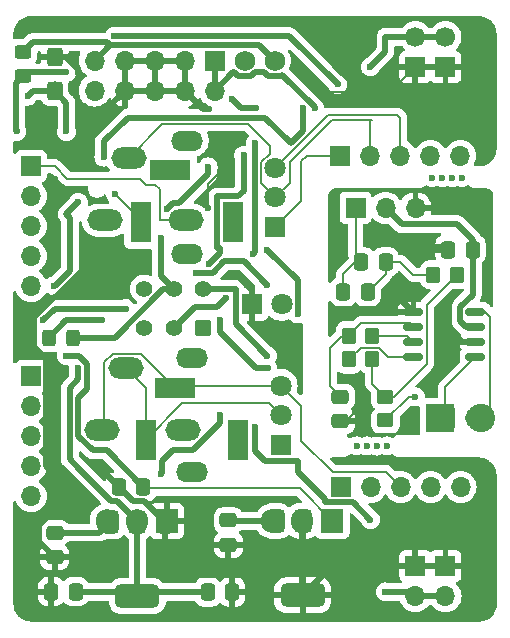
<source format=gbr>
%TF.GenerationSoftware,KiCad,Pcbnew,8.0.4*%
%TF.CreationDate,2024-08-25T20:25:00-07:00*%
%TF.ProjectId,Croissant_Offset,43726f69-7373-4616-9e74-5f4f66667365,rev?*%
%TF.SameCoordinates,Original*%
%TF.FileFunction,Copper,L1,Top*%
%TF.FilePolarity,Positive*%
%FSLAX46Y46*%
G04 Gerber Fmt 4.6, Leading zero omitted, Abs format (unit mm)*
G04 Created by KiCad (PCBNEW 8.0.4) date 2024-08-25 20:25:00*
%MOMM*%
%LPD*%
G01*
G04 APERTURE LIST*
G04 Aperture macros list*
%AMRoundRect*
0 Rectangle with rounded corners*
0 $1 Rounding radius*
0 $2 $3 $4 $5 $6 $7 $8 $9 X,Y pos of 4 corners*
0 Add a 4 corners polygon primitive as box body*
4,1,4,$2,$3,$4,$5,$6,$7,$8,$9,$2,$3,0*
0 Add four circle primitives for the rounded corners*
1,1,$1+$1,$2,$3*
1,1,$1+$1,$4,$5*
1,1,$1+$1,$6,$7*
1,1,$1+$1,$8,$9*
0 Add four rect primitives between the rounded corners*
20,1,$1+$1,$2,$3,$4,$5,0*
20,1,$1+$1,$4,$5,$6,$7,0*
20,1,$1+$1,$6,$7,$8,$9,0*
20,1,$1+$1,$8,$9,$2,$3,0*%
G04 Aperture macros list end*
%TA.AperFunction,SMDPad,CuDef*%
%ADD10RoundRect,0.250000X-0.337500X-0.475000X0.337500X-0.475000X0.337500X0.475000X-0.337500X0.475000X0*%
%TD*%
%TA.AperFunction,ComponentPad*%
%ADD11R,1.700000X1.700000*%
%TD*%
%TA.AperFunction,ComponentPad*%
%ADD12O,1.700000X1.700000*%
%TD*%
%TA.AperFunction,SMDPad,CuDef*%
%ADD13RoundRect,0.250000X0.337500X0.475000X-0.337500X0.475000X-0.337500X-0.475000X0.337500X-0.475000X0*%
%TD*%
%TA.AperFunction,SMDPad,CuDef*%
%ADD14RoundRect,0.250000X0.350000X0.450000X-0.350000X0.450000X-0.350000X-0.450000X0.350000X-0.450000X0*%
%TD*%
%TA.AperFunction,ComponentPad*%
%ADD15R,1.800000X1.800000*%
%TD*%
%TA.AperFunction,ComponentPad*%
%ADD16C,1.800000*%
%TD*%
%TA.AperFunction,ComponentPad*%
%ADD17R,1.905000X2.000000*%
%TD*%
%TA.AperFunction,ComponentPad*%
%ADD18O,1.905000X2.000000*%
%TD*%
%TA.AperFunction,SMDPad,CuDef*%
%ADD19RoundRect,0.250000X-0.350000X-0.450000X0.350000X-0.450000X0.350000X0.450000X-0.350000X0.450000X0*%
%TD*%
%TA.AperFunction,ComponentPad*%
%ADD20RoundRect,0.250000X-0.620000X-0.620000X0.620000X-0.620000X0.620000X0.620000X-0.620000X0.620000X0*%
%TD*%
%TA.AperFunction,ComponentPad*%
%ADD21C,1.740000*%
%TD*%
%TA.AperFunction,ComponentPad*%
%ADD22R,1.800000X3.500000*%
%TD*%
%TA.AperFunction,ComponentPad*%
%ADD23R,3.500000X1.800000*%
%TD*%
%TA.AperFunction,SMDPad,CuDef*%
%ADD24RoundRect,0.250000X0.475000X-0.337500X0.475000X0.337500X-0.475000X0.337500X-0.475000X-0.337500X0*%
%TD*%
%TA.AperFunction,ComponentPad*%
%ADD25O,2.700000X1.700000*%
%TD*%
%TA.AperFunction,SMDPad,CuDef*%
%ADD26RoundRect,0.250000X-0.325000X-0.450000X0.325000X-0.450000X0.325000X0.450000X-0.325000X0.450000X0*%
%TD*%
%TA.AperFunction,SMDPad,CuDef*%
%ADD27RoundRect,0.250000X-0.425000X0.537500X-0.425000X-0.537500X0.425000X-0.537500X0.425000X0.537500X0*%
%TD*%
%TA.AperFunction,SMDPad,CuDef*%
%ADD28RoundRect,0.375000X-0.375000X0.625000X-0.375000X-0.625000X0.375000X-0.625000X0.375000X0.625000X0*%
%TD*%
%TA.AperFunction,SMDPad,CuDef*%
%ADD29RoundRect,0.500000X-1.400000X0.500000X-1.400000X-0.500000X1.400000X-0.500000X1.400000X0.500000X0*%
%TD*%
%TA.AperFunction,ComponentPad*%
%ADD30C,1.700000*%
%TD*%
%TA.AperFunction,ComponentPad*%
%ADD31R,2.400000X2.400000*%
%TD*%
%TA.AperFunction,ComponentPad*%
%ADD32C,2.400000*%
%TD*%
%TA.AperFunction,SMDPad,CuDef*%
%ADD33RoundRect,0.250000X-0.475000X0.337500X-0.475000X-0.337500X0.475000X-0.337500X0.475000X0.337500X0*%
%TD*%
%TA.AperFunction,SMDPad,CuDef*%
%ADD34RoundRect,0.250000X-0.450000X0.350000X-0.450000X-0.350000X0.450000X-0.350000X0.450000X0.350000X0*%
%TD*%
%TA.AperFunction,ComponentPad*%
%ADD35RoundRect,0.250000X0.450000X0.450000X-0.450000X0.450000X-0.450000X-0.450000X0.450000X-0.450000X0*%
%TD*%
%TA.AperFunction,ComponentPad*%
%ADD36C,1.400000*%
%TD*%
%TA.AperFunction,SMDPad,CuDef*%
%ADD37RoundRect,0.150000X-0.675000X-0.150000X0.675000X-0.150000X0.675000X0.150000X-0.675000X0.150000X0*%
%TD*%
%TA.AperFunction,ComponentPad*%
%ADD38O,3.000000X1.800000*%
%TD*%
%TA.AperFunction,SMDPad,CuDef*%
%ADD39RoundRect,0.250000X0.450000X-0.325000X0.450000X0.325000X-0.450000X0.325000X-0.450000X-0.325000X0*%
%TD*%
%TA.AperFunction,ViaPad*%
%ADD40C,0.600000*%
%TD*%
%TA.AperFunction,Conductor*%
%ADD41C,0.500000*%
%TD*%
%TA.AperFunction,Conductor*%
%ADD42C,0.200000*%
%TD*%
G04 APERTURE END LIST*
D10*
%TO.P,C10,1*%
%TO.N,AudioIn*%
X77966275Y-66040000D03*
%TO.P,C10,2*%
%TO.N,Net-(C10-Pad2)*%
X80041275Y-66040000D03*
%TD*%
D11*
%TO.P,P2,+12V,+12V*%
%TO.N,+12v bypass*%
X65540000Y-49000000D03*
D12*
X65540000Y-51540000D03*
%TO.P,P2,-12V,-12V*%
%TO.N,-12v bypass*%
X55380000Y-49000000D03*
X55380000Y-51540000D03*
%TO.P,P2,GND,GND*%
%TO.N,Gnd*%
X63000000Y-49000000D03*
X60460000Y-49000000D03*
X57920000Y-49000000D03*
X63000000Y-51540000D03*
X60460000Y-51540000D03*
X57920000Y-51540000D03*
%TD*%
D13*
%TO.P,C5,1*%
%TO.N,Net-(D5-K)*%
X59518449Y-85100156D03*
%TO.P,C5,2*%
%TO.N,Gnd*%
X57443449Y-85100156D03*
%TD*%
D14*
%TO.P,R6,1*%
%TO.N,Net-(U5-+In)*%
X78908606Y-72278105D03*
%TO.P,R6,2*%
%TO.N,Net-(U5-Bypass)*%
X76908606Y-72278105D03*
%TD*%
D13*
%TO.P,C14,1*%
%TO.N,VCC*%
X87397500Y-65000000D03*
%TO.P,C14,2*%
%TO.N,AGnd*%
X85322500Y-65000000D03*
%TD*%
D15*
%TO.P,D6,1,K*%
%TO.N,Gnd*%
X68671500Y-69634025D03*
D16*
%TO.P,D6,2,A*%
%TO.N,Net-(D6-A)*%
X71211500Y-69634025D03*
%TD*%
D17*
%TO.P,U1,1,VI*%
%TO.N,Net-(D5-K)*%
X75510324Y-87983999D03*
D18*
%TO.P,U1,2,GND*%
%TO.N,Gnd*%
X72970324Y-87983999D03*
%TO.P,U1,3,VO*%
%TO.N,+5v*%
X70430324Y-87983999D03*
%TD*%
D14*
%TO.P,R5,1*%
%TO.N,Net-(R4-Pad2)*%
X78895578Y-74299061D03*
%TO.P,R5,2*%
%TO.N,Net-(U5--In)*%
X76895578Y-74299061D03*
%TD*%
D19*
%TO.P,R4,1*%
%TO.N,Net-(C10-Pad2)*%
X84067497Y-67121656D03*
%TO.P,R4,2*%
%TO.N,Net-(R4-Pad2)*%
X86067497Y-67121656D03*
%TD*%
D11*
%TO.P,J5,1,Pin_1*%
%TO.N,AudioIn*%
X77472723Y-61460000D03*
D12*
%TO.P,J5,2,Pin_2*%
%TO.N,VCC*%
X80012723Y-61460000D03*
%TO.P,J5,3,Pin_3*%
%TO.N,AGnd*%
X82552723Y-61460000D03*
%TD*%
D20*
%TO.P,P1,1,Pin_1*%
%TO.N,+12v bypass*%
X65540000Y-49000000D03*
D21*
%TO.P,P1,2,Pin_2*%
%TO.N,Gnd*%
X68080000Y-49000000D03*
%TO.P,P1,3,Pin_3*%
%TO.N,-12v bypass*%
X70620000Y-49000000D03*
%TD*%
D22*
%TO.P,J4,R*%
%TO.N,Net-(A2-Pin_2)*%
X59718449Y-81100156D03*
D23*
%TO.P,J4,S*%
%TO.N,Net-(A2-Pin_3)*%
X62218449Y-76700156D03*
D22*
%TO.P,J4,T*%
%TO.N,Net-(A2-Pin_1)*%
X67518449Y-81100156D03*
%TD*%
D24*
%TO.P,C12,1*%
%TO.N,AGnd*%
X76200000Y-79545000D03*
%TO.P,C12,2*%
%TO.N,Net-(U5-Bypass)*%
X76200000Y-77470000D03*
%TD*%
D25*
%TO.P,RV1,*%
%TO.N,*%
X63188260Y-65385027D03*
X63188260Y-55785027D03*
D15*
%TO.P,RV1,1,1*%
%TO.N,Net-(A1-Pin_1)*%
X70688260Y-63085027D03*
D16*
%TO.P,RV1,2,2*%
%TO.N,Net-(A1-Pin_2)*%
X70688260Y-60585027D03*
%TO.P,RV1,3,3*%
%TO.N,Net-(A1-Pin_3)*%
X70688260Y-58085027D03*
%TD*%
D13*
%TO.P,C9,1*%
%TO.N,+3.3v*%
X53772843Y-93968688D03*
%TO.P,C9,2*%
%TO.N,Gnd*%
X51697843Y-93968688D03*
%TD*%
D26*
%TO.P,D1,1,K*%
%TO.N,+12v bypass*%
X51519020Y-72460861D03*
%TO.P,D1,2,A*%
%TO.N,-12v clean*%
X53569020Y-72460861D03*
%TD*%
D27*
%TO.P,C3,1*%
%TO.N,Gnd*%
X51995534Y-48684028D03*
%TO.P,C3,2*%
%TO.N,-12v clean*%
X51995534Y-51559028D03*
%TD*%
D28*
%TO.P,U3,1,GND*%
%TO.N,Gnd*%
X61306548Y-88028448D03*
%TO.P,U3,2,VO*%
%TO.N,+3.3v*%
X59006548Y-88028448D03*
D29*
X59006548Y-94328448D03*
D28*
%TO.P,U3,3,VI*%
%TO.N,+12v*%
X56706548Y-88028448D03*
%TD*%
D30*
%TO.P,P9,1,Pin_1*%
%TO.N,+12v*%
X85087855Y-46990000D03*
D11*
%TO.P,P9,2,Pin_2*%
%TO.N,Gnd*%
X85087855Y-49530000D03*
%TD*%
D31*
%TO.P,J7,1,Pin_1*%
%TO.N,Out+*%
X84597376Y-79246295D03*
D32*
%TO.P,J7,2,Pin_2*%
%TO.N,Out-*%
X88097376Y-79246295D03*
%TD*%
D11*
%TO.P,P8,1,Pin_1*%
%TO.N,Gnd*%
X82544110Y-91788250D03*
D12*
%TO.P,P8,2,Pin_2*%
%TO.N,-12v*%
X82544110Y-94328250D03*
%TD*%
D11*
%TO.P,P10,1,Pin_1*%
%TO.N,Gnd*%
X85090000Y-91794963D03*
D12*
%TO.P,P10,2,Pin_2*%
%TO.N,-12v*%
X85090000Y-94334963D03*
%TD*%
D33*
%TO.P,C7,1*%
%TO.N,+12v*%
X52000000Y-88962500D03*
%TO.P,C7,2*%
%TO.N,Gnd*%
X52000000Y-91037500D03*
%TD*%
D11*
%TO.P,A1,1,Pin_1*%
%TO.N,Net-(A1-Pin_1)*%
X76191276Y-57069118D03*
D12*
%TO.P,A1,2,Pin_2*%
%TO.N,Net-(A1-Pin_2)*%
X78731276Y-57069118D03*
%TO.P,A1,3,Pin_3*%
%TO.N,Net-(A1-Pin_3)*%
X81271276Y-57069118D03*
%TO.P,A1,4,Pin_4*%
%TO.N,unconnected-(A1-Pin_4-Pad4)*%
X83811276Y-57069118D03*
%TO.P,A1,5,Pin_5*%
%TO.N,+3.3v*%
X86351276Y-57069118D03*
%TD*%
D30*
%TO.P,P7,1,Pin_1*%
%TO.N,+12v*%
X82541276Y-47000868D03*
D11*
%TO.P,P7,2,Pin_2*%
%TO.N,Gnd*%
X82541276Y-49540868D03*
%TD*%
%TO.P,A4,1,Pin_1*%
%TO.N,Net-(A2-Pin_1)*%
X50000000Y-75714262D03*
D12*
%TO.P,A4,2,Pin_2*%
%TO.N,Net-(A2-Pin_2)*%
X50000000Y-78254262D03*
%TO.P,A4,3,Pin_3*%
%TO.N,Net-(A2-Pin_3)*%
X50000000Y-80794262D03*
%TO.P,A4,4,Pin_4*%
%TO.N,unconnected-(A4-Pin_4-Pad4)*%
X50000000Y-83334262D03*
%TO.P,A4,5,Pin_5*%
%TO.N,+5v*%
X50000000Y-85874262D03*
%TD*%
D11*
%TO.P,A2,1,Pin_1*%
%TO.N,Net-(A2-Pin_1)*%
X76208801Y-85090000D03*
D12*
%TO.P,A2,2,Pin_2*%
%TO.N,Net-(A2-Pin_2)*%
X78748801Y-85090000D03*
%TO.P,A2,3,Pin_3*%
%TO.N,Net-(A2-Pin_3)*%
X81288801Y-85090000D03*
%TO.P,A2,4,Pin_4*%
%TO.N,unconnected-(A2-Pin_4-Pad4)*%
X83828801Y-85090000D03*
%TO.P,A2,5,Pin_5*%
%TO.N,+5v*%
X86368801Y-85090000D03*
%TD*%
D11*
%TO.P,A3,1,Pin_1*%
%TO.N,Net-(A1-Pin_1)*%
X50013691Y-57939292D03*
D12*
%TO.P,A3,2,Pin_2*%
%TO.N,Net-(A1-Pin_2)*%
X50013691Y-60479292D03*
%TO.P,A3,3,Pin_3*%
%TO.N,Net-(A1-Pin_3)*%
X50013691Y-63019292D03*
%TO.P,A3,4,Pin_4*%
%TO.N,unconnected-(A3-Pin_4-Pad4)*%
X50013691Y-65559292D03*
%TO.P,A3,5,Pin_5*%
%TO.N,+3.3v*%
X50013691Y-68099292D03*
%TD*%
D34*
%TO.P,R7,1*%
%TO.N,Net-(R4-Pad2)*%
X80010000Y-77470000D03*
%TO.P,R7,2*%
%TO.N,Out-*%
X80010000Y-79470000D03*
%TD*%
D35*
%TO.P,SW1,1,A*%
%TO.N,+12v*%
X64582831Y-71624680D03*
D36*
%TO.P,SW1,2,B*%
%TO.N,+12v clean*%
X62082831Y-71624680D03*
%TO.P,SW1,3,C*%
%TO.N,unconnected-(SW1-C-Pad3)*%
X59582831Y-71624680D03*
%TO.P,SW1,4,A*%
%TO.N,unconnected-(SW1-A-Pad4)*%
X59582831Y-68324680D03*
%TO.P,SW1,5,B*%
%TO.N,-12v clean*%
X62082831Y-68324680D03*
%TO.P,SW1,6,C*%
%TO.N,-12v*%
X64582831Y-68324680D03*
%TD*%
D28*
%TO.P,U4,1,VI*%
%TO.N,Net-(D5-K)*%
X75300000Y-87964264D03*
%TO.P,U4,2,GND*%
%TO.N,Gnd*%
X73000000Y-87964264D03*
D29*
X73000000Y-94264264D03*
D28*
%TO.P,U4,3,VO*%
%TO.N,+5v*%
X70700000Y-87964264D03*
%TD*%
D33*
%TO.P,C6,1*%
%TO.N,+5v*%
X66706548Y-87925000D03*
%TO.P,C6,2*%
%TO.N,Gnd*%
X66706548Y-90000000D03*
%TD*%
D10*
%TO.P,C8,1*%
%TO.N,+3.3v*%
X64962500Y-94000000D03*
%TO.P,C8,2*%
%TO.N,Gnd*%
X67037500Y-94000000D03*
%TD*%
D25*
%TO.P,RV2,*%
%TO.N,*%
X63656922Y-83813864D03*
X63656922Y-74213864D03*
D15*
%TO.P,RV2,1,1*%
%TO.N,Net-(A2-Pin_1)*%
X71156922Y-81513864D03*
D16*
%TO.P,RV2,2,2*%
%TO.N,Net-(A2-Pin_2)*%
X71156922Y-79013864D03*
%TO.P,RV2,3,3*%
%TO.N,Net-(A2-Pin_3)*%
X71156922Y-76513864D03*
%TD*%
D37*
%TO.P,U5,1,Shutdown*%
%TO.N,AGnd*%
X82380000Y-70257280D03*
%TO.P,U5,2,Bypass*%
%TO.N,Net-(U5-Bypass)*%
X82380000Y-71527280D03*
%TO.P,U5,3,+In*%
%TO.N,Net-(U5-+In)*%
X82380000Y-72797280D03*
%TO.P,U5,4,-In*%
%TO.N,Net-(U5--In)*%
X82380000Y-74067280D03*
%TO.P,U5,5,VO2*%
%TO.N,Out+*%
X87630000Y-74067280D03*
%TO.P,U5,6,Gnd*%
%TO.N,AGnd*%
X87630000Y-72797280D03*
%TO.P,U5,7,VDD*%
%TO.N,VCC*%
X87630000Y-71527280D03*
%TO.P,U5,8,VO1*%
%TO.N,Out-*%
X87630000Y-70257280D03*
%TD*%
D17*
%TO.P,U2,1,GND*%
%TO.N,Gnd*%
X61503159Y-87983999D03*
D18*
%TO.P,U2,2,VO*%
%TO.N,+3.3v*%
X58963159Y-87983999D03*
%TO.P,U2,3,VI*%
%TO.N,+12v*%
X56423159Y-87983999D03*
%TD*%
D38*
%TO.P,J1,R*%
%TO.N,Net-(A1-Pin_2)*%
X58251109Y-57209364D03*
%TO.P,J1,S*%
%TO.N,Net-(A1-Pin_3)*%
X56297109Y-62509364D03*
%TO.P,J1,T*%
%TO.N,Net-(A1-Pin_1)*%
X63155109Y-62509364D03*
%TD*%
D10*
%TO.P,C11,1*%
%TO.N,AudioIn*%
X76432500Y-68580000D03*
%TO.P,C11,2*%
%TO.N,Net-(C10-Pad2)*%
X78507500Y-68580000D03*
%TD*%
D22*
%TO.P,J3,R*%
%TO.N,Net-(A1-Pin_2)*%
X59292981Y-62697583D03*
D23*
%TO.P,J3,S*%
%TO.N,Net-(A1-Pin_3)*%
X61792981Y-58297583D03*
D22*
%TO.P,J3,T*%
%TO.N,Net-(A1-Pin_1)*%
X67092981Y-62697583D03*
%TD*%
D38*
%TO.P,J2,R*%
%TO.N,Net-(A2-Pin_2)*%
X58000000Y-75000000D03*
%TO.P,J2,S*%
%TO.N,Net-(A2-Pin_3)*%
X56046000Y-80300000D03*
%TO.P,J2,T*%
%TO.N,Net-(A2-Pin_1)*%
X62904000Y-80300000D03*
%TD*%
D11*
%TO.P,J6,1,Pin_1*%
%TO.N,Out+*%
X85090000Y-79240686D03*
D12*
%TO.P,J6,2,Pin_2*%
%TO.N,Out-*%
X87630000Y-79240686D03*
%TD*%
D39*
%TO.P,D4,1,K*%
%TO.N,+12v clean*%
X49342599Y-50298883D03*
%TO.P,D4,2,A*%
%TO.N,-12v bypass*%
X49342599Y-48248883D03*
%TD*%
D40*
%TO.N,*%
X84788701Y-58912857D03*
X77562583Y-81617045D03*
X86491374Y-58912857D03*
X80126801Y-81625211D03*
X78424128Y-81625211D03*
X79265257Y-81633378D03*
X85629830Y-58921024D03*
X83927156Y-58904691D03*
%TO.N,+12v*%
X65056171Y-66250001D03*
X51000000Y-71000000D03*
X68000000Y-57000000D03*
X78740000Y-49530000D03*
X58000000Y-70000000D03*
X66000000Y-79000000D03*
X61000000Y-84000000D03*
%TO.N,Gnd*%
X52000000Y-65000000D03*
X73000000Y-50000000D03*
X54000000Y-86000000D03*
X67000000Y-67000000D03*
X64992981Y-61520019D03*
X55000000Y-55000000D03*
X65070331Y-53070331D03*
X52000000Y-59000000D03*
X66986471Y-56666062D03*
X55000000Y-65000000D03*
X54000000Y-50000000D03*
X56000000Y-84000000D03*
%TO.N,-12v*%
X70000000Y-74000000D03*
X69000000Y-80000000D03*
X78740000Y-87860082D03*
X80010000Y-93980000D03*
%TO.N,Net-(A1-Pin_2)*%
X57150000Y-60325000D03*
%TO.N,Net-(D5-K)*%
X53000000Y-74000000D03*
%TO.N,+3.3v*%
X73000000Y-53000000D03*
X56168389Y-57168389D03*
X54000000Y-61000000D03*
X54000000Y-75000000D03*
X51973601Y-68063936D03*
%TO.N,+12v bypass*%
X70000000Y-68000000D03*
X64000000Y-67000000D03*
X74030331Y-53030331D03*
X56000000Y-71000000D03*
%TO.N,-12v bypass*%
X68775592Y-65347583D03*
X69030331Y-53030331D03*
X70000000Y-65000000D03*
X72561500Y-70438500D03*
X67000000Y-52290000D03*
X69000000Y-56000000D03*
%TO.N,+12v clean*%
X75950000Y-51020000D03*
X53000000Y-50000000D03*
X66482831Y-69074680D03*
X57043725Y-46930000D03*
X48800000Y-55000000D03*
%TO.N,-12v clean*%
X53000000Y-55000000D03*
X61523569Y-61562829D03*
X70030331Y-75030331D03*
X66000000Y-71000000D03*
X49742599Y-52000000D03*
X61000000Y-64000000D03*
X65000000Y-58000000D03*
%TO.N,AGnd*%
X83820000Y-64770000D03*
X77470000Y-78740000D03*
X85090000Y-72390000D03*
X82550000Y-64770000D03*
X81280000Y-68580000D03*
%TO.N,Out-*%
X82550000Y-77470000D03*
%TD*%
D41*
%TO.N,+12v*%
X61068449Y-83931551D02*
X61000000Y-84000000D01*
X66000000Y-65306172D02*
X66000000Y-64897583D01*
X65056171Y-66250001D02*
X66000000Y-65306172D01*
X55772496Y-88962500D02*
X56706548Y-88028448D01*
X80010000Y-48260000D02*
X80010000Y-47000868D01*
X52000000Y-88962500D02*
X55772496Y-88962500D01*
X85087855Y-46990000D02*
X82552144Y-46990000D01*
D42*
X82552144Y-46990000D02*
X82541276Y-47000868D01*
D41*
X51000000Y-71000000D02*
X52000000Y-70000000D01*
X66000000Y-79000000D02*
X66000000Y-79713188D01*
X65742981Y-64897583D02*
X65742981Y-60497583D01*
X79999132Y-47000868D02*
X80010000Y-47000868D01*
X66000000Y-64897583D02*
X65742981Y-64897583D01*
X65742981Y-60497583D02*
X67502417Y-60497583D01*
X66000000Y-79713188D02*
X63713188Y-82000000D01*
X80010000Y-47000868D02*
X82541276Y-47000868D01*
X78740000Y-49530000D02*
X80010000Y-48260000D01*
X63713188Y-82000000D02*
X62000000Y-82000000D01*
X67502417Y-60497583D02*
X68000000Y-60000000D01*
X62000000Y-82000000D02*
X61068449Y-82931551D01*
X61068449Y-82931551D02*
X61068449Y-83931551D01*
X52000000Y-70000000D02*
X58000000Y-70000000D01*
X68000000Y-60000000D02*
X68000000Y-57000000D01*
%TO.N,Gnd*%
X56000000Y-84000000D02*
X56343293Y-84000000D01*
X50695266Y-88304734D02*
X51825738Y-87174262D01*
D42*
X52684028Y-48684028D02*
X51995534Y-48684028D01*
X72970324Y-94234588D02*
X73000000Y-94264264D01*
D41*
X55000000Y-66098199D02*
X55000000Y-65000000D01*
X52098199Y-69000000D02*
X55000000Y-66098199D01*
X75476014Y-91788250D02*
X82544110Y-91788250D01*
X59553256Y-86275156D02*
X61306548Y-88028448D01*
D42*
X68671500Y-69634025D02*
X68671500Y-68671500D01*
X64992981Y-59425401D02*
X66986471Y-57431911D01*
D41*
X52000000Y-65000000D02*
X52000000Y-59000000D01*
D42*
X68671500Y-68671500D02*
X67000000Y-67000000D01*
X66986471Y-57431911D02*
X66986471Y-56666062D01*
D41*
X52825738Y-87174262D02*
X54000000Y-86000000D01*
X58618449Y-86275156D02*
X59553256Y-86275156D01*
X51825738Y-87174262D02*
X52825738Y-87174262D01*
X72970324Y-87983999D02*
X72970324Y-94234588D01*
X56343293Y-84000000D02*
X57443449Y-85100156D01*
D42*
X74670000Y-51670000D02*
X80412144Y-51670000D01*
D41*
X54000000Y-86000000D02*
X51300000Y-83300000D01*
X52000000Y-91037500D02*
X50695266Y-89732766D01*
X57443449Y-85100156D02*
X58618449Y-86275156D01*
X50250000Y-73250000D02*
X50250000Y-70689339D01*
X82544110Y-91788250D02*
X85083287Y-91788250D01*
X51300000Y-83300000D02*
X51300000Y-74300000D01*
X64530331Y-53070331D02*
X63000000Y-51540000D01*
X50695266Y-89732766D02*
X50695266Y-88304734D01*
X55000000Y-55000000D02*
X55000000Y-54460000D01*
X50250000Y-70689339D02*
X51939339Y-69000000D01*
D42*
X73000000Y-50000000D02*
X74670000Y-51670000D01*
D41*
X55000000Y-54460000D02*
X57920000Y-51540000D01*
X65070331Y-53070331D02*
X64530331Y-53070331D01*
D42*
X54000000Y-50000000D02*
X52684028Y-48684028D01*
D41*
X51939339Y-69000000D02*
X52098199Y-69000000D01*
X73000000Y-94264264D02*
X75476014Y-91788250D01*
X51300000Y-74300000D02*
X50250000Y-73250000D01*
D42*
X64992981Y-61520019D02*
X64992981Y-59425401D01*
X80412144Y-51670000D02*
X82541276Y-49540868D01*
D41*
%TO.N,-12v*%
X83826713Y-94334963D02*
X83820000Y-94328250D01*
X77269918Y-86390000D02*
X74908801Y-86390000D01*
X72637043Y-82863864D02*
X69806922Y-82863864D01*
X70000000Y-74000000D02*
X67321500Y-71321500D01*
X74908801Y-86090000D02*
X72637043Y-83818242D01*
X80010000Y-93980000D02*
X82195860Y-93980000D01*
X85090000Y-94334963D02*
X82550823Y-94334963D01*
X72637043Y-83818242D02*
X72637043Y-82863864D01*
X67321500Y-71321500D02*
X67321500Y-68324680D01*
X67321500Y-68324680D02*
X64582831Y-68324680D01*
X74908801Y-86390000D02*
X74908801Y-86090000D01*
X69806922Y-82863864D02*
X69000000Y-82056942D01*
X82195860Y-93980000D02*
X82544110Y-94328250D01*
X69000000Y-82056942D02*
X69000000Y-80000000D01*
X78740000Y-87860082D02*
X77269918Y-86390000D01*
D42*
%TO.N,Net-(A1-Pin_1)*%
X63155109Y-62509364D02*
X60891109Y-62509364D01*
X59742981Y-59497583D02*
X59245398Y-59000000D01*
X52008957Y-57939292D02*
X50013691Y-57939292D01*
X53069665Y-59000000D02*
X52008957Y-57939292D01*
X59245398Y-59000000D02*
X53069665Y-59000000D01*
X76191276Y-57069118D02*
X73349596Y-57069118D01*
X72894801Y-57523913D02*
X72894801Y-60878486D01*
X60891109Y-59868236D02*
X60520456Y-59497583D01*
X73349596Y-57069118D02*
X72894801Y-57523913D01*
X60520456Y-59497583D02*
X59742981Y-59497583D01*
X60891109Y-62509364D02*
X60891109Y-59868236D01*
X72894801Y-60878486D02*
X70688260Y-63085027D01*
%TO.N,Net-(A1-Pin_3)*%
X81008172Y-53600000D02*
X81271276Y-53863104D01*
X81271276Y-53863104D02*
X81271276Y-57069118D01*
X75177818Y-53600000D02*
X81008172Y-53600000D01*
X70688260Y-58085027D02*
X70692791Y-58085027D01*
X70692791Y-58085027D02*
X75177818Y-53600000D01*
%TO.N,Net-(A1-Pin_2)*%
X70191203Y-56191203D02*
X70191203Y-56885027D01*
X70191203Y-56885027D02*
X69488260Y-57587970D01*
X69488260Y-59385027D02*
X70688260Y-60585027D01*
X61085446Y-54375027D02*
X68375027Y-54375027D01*
X75476230Y-54000000D02*
X71888260Y-57587970D01*
X71888260Y-59385027D02*
X70688260Y-60585027D01*
X78731276Y-54136896D02*
X78731276Y-57069118D01*
X71888260Y-57587970D02*
X71888260Y-59385027D01*
X59292981Y-62697583D02*
X59292981Y-62467981D01*
X78868172Y-54000000D02*
X75476230Y-54000000D01*
X69488260Y-57587970D02*
X69488260Y-59385027D01*
X59292981Y-62467981D02*
X57150000Y-60325000D01*
X68375027Y-54375027D02*
X70191203Y-56191203D01*
X58251109Y-57209364D02*
X61085446Y-54375027D01*
X78868172Y-54000000D02*
X78731276Y-54136896D01*
%TO.N,Net-(A2-Pin_2)*%
X62818605Y-78000000D02*
X59718449Y-81100156D01*
X59718449Y-81100156D02*
X59718449Y-76718449D01*
X71156922Y-79013864D02*
X70143058Y-78000000D01*
X59718449Y-76718449D02*
X58000000Y-75000000D01*
X70143058Y-78000000D02*
X62818605Y-78000000D01*
%TO.N,Net-(A2-Pin_3)*%
X56190000Y-74512944D02*
X56190000Y-80156000D01*
X71156922Y-76513864D02*
X62404741Y-76513864D01*
X71156922Y-76513864D02*
X72894801Y-78251743D01*
X72894801Y-78251743D02*
X72894801Y-81185262D01*
X62218449Y-76700156D02*
X59318293Y-73800000D01*
X56190000Y-80156000D02*
X56046000Y-80300000D01*
X72894801Y-81185262D02*
X75529539Y-83820000D01*
X59318293Y-73800000D02*
X56902944Y-73800000D01*
X56902944Y-73800000D02*
X56190000Y-74512944D01*
X80018801Y-83820000D02*
X81288801Y-85090000D01*
X75529539Y-83820000D02*
X80018801Y-83820000D01*
X62404741Y-76513864D02*
X62218449Y-76700156D01*
D41*
%TO.N,Net-(D5-K)*%
X54750000Y-76825786D02*
X54750000Y-74689339D01*
X55236812Y-82000000D02*
X56418293Y-82000000D01*
X54750000Y-74689339D02*
X54060661Y-74000000D01*
D42*
X68000000Y-85223864D02*
X59642157Y-85223864D01*
D41*
X54000000Y-80763188D02*
X55236812Y-82000000D01*
X56418293Y-82000000D02*
X59518449Y-85100156D01*
D42*
X59642157Y-85223864D02*
X59518449Y-85100156D01*
D41*
X54060661Y-74000000D02*
X53000000Y-74000000D01*
D42*
X75510324Y-87983999D02*
X72750189Y-85223864D01*
D41*
X54000000Y-80763188D02*
X54000000Y-77575786D01*
X54000000Y-77575786D02*
X54750000Y-76825786D01*
D42*
X72750189Y-85223864D02*
X68000000Y-85223864D01*
D41*
%TO.N,+5v*%
X70430324Y-87983999D02*
X66765547Y-87983999D01*
X66765547Y-87983999D02*
X66706548Y-87925000D01*
%TO.N,+3.3v*%
X56168389Y-55831611D02*
X58174973Y-53825027D01*
X53300000Y-82766085D02*
X53300000Y-76700000D01*
X69825027Y-53825027D02*
X72000000Y-56000000D01*
X56168389Y-57168389D02*
X56168389Y-55831611D01*
X52044313Y-68063936D02*
X51973601Y-68063936D01*
X53000000Y-62000000D02*
X53308957Y-62308957D01*
X54096000Y-83562085D02*
X56809071Y-86275156D01*
X54000000Y-76000000D02*
X54000000Y-75000000D01*
X56809071Y-86275156D02*
X57254316Y-86275156D01*
X58646788Y-93968688D02*
X59006548Y-94328448D01*
X53308957Y-66799292D02*
X52044313Y-68063936D01*
X64962500Y-94000000D02*
X59334996Y-94000000D01*
X58174973Y-53825027D02*
X69825027Y-53825027D01*
X59334996Y-94000000D02*
X59006548Y-94328448D01*
X53772843Y-93968688D02*
X58646788Y-93968688D01*
X53308957Y-62308957D02*
X53308957Y-66799292D01*
D42*
X58730048Y-87983999D02*
X58963159Y-87983999D01*
D41*
X54096000Y-83562085D02*
X53300000Y-82766085D01*
X59006548Y-94328448D02*
X59006548Y-88028448D01*
X73000000Y-55000000D02*
X73000000Y-53000000D01*
X72000000Y-56000000D02*
X73000000Y-55000000D01*
X53300000Y-76700000D02*
X54000000Y-76000000D01*
X57254316Y-86275156D02*
X58963159Y-87983999D01*
X54000000Y-61000000D02*
X53000000Y-62000000D01*
%TO.N,+12v bypass*%
X74030331Y-52969670D02*
X74030331Y-53030331D01*
X71166762Y-50320000D02*
X71273712Y-50213051D01*
X69753238Y-50000000D02*
X70073238Y-50320000D01*
X67213238Y-50000000D02*
X67533238Y-50320000D01*
X67080000Y-50000000D02*
X67213238Y-50000000D01*
X68000000Y-66000000D02*
X70000000Y-68000000D01*
X67533238Y-50320000D02*
X68626762Y-50320000D01*
X64000000Y-67000000D02*
X65366833Y-67000000D01*
X68946762Y-50000000D02*
X69753238Y-50000000D01*
X70073238Y-50320000D02*
X71166762Y-50320000D01*
X71273712Y-50213051D02*
X74030331Y-52969670D01*
X68626762Y-50320000D02*
X68946762Y-50000000D01*
X56000000Y-71000000D02*
X52979881Y-71000000D01*
X65366833Y-67000000D02*
X66366833Y-66000000D01*
X65540000Y-51540000D02*
X67080000Y-50000000D01*
X52979881Y-71000000D02*
X51519020Y-72460861D01*
X65540000Y-51540000D02*
X65540000Y-49000000D01*
X66366833Y-66000000D02*
X68000000Y-66000000D01*
%TO.N,-12v bypass*%
X68938260Y-56061740D02*
X69000000Y-56000000D01*
X50144954Y-47446528D02*
X56466528Y-47446528D01*
X69030331Y-53030331D02*
X67740331Y-53030331D01*
X68775592Y-65347583D02*
X68938260Y-65184915D01*
X56466528Y-47446528D02*
X56700000Y-47680000D01*
X67740331Y-53030331D02*
X67000000Y-52290000D01*
X72561500Y-67561500D02*
X70000000Y-65000000D01*
X49342599Y-48248883D02*
X50144954Y-47446528D01*
X55380000Y-49000000D02*
X56700000Y-47680000D01*
X56700000Y-47680000D02*
X69300000Y-47680000D01*
X69300000Y-47680000D02*
X70620000Y-49000000D01*
X68938260Y-65184915D02*
X68938260Y-56061740D01*
X72561500Y-70438500D02*
X72561500Y-67561500D01*
%TO.N,+12v clean*%
X49641482Y-50000000D02*
X49342599Y-50298883D01*
X53000000Y-50000000D02*
X49641482Y-50000000D01*
X71860000Y-46930000D02*
X57043725Y-46930000D01*
X71860000Y-46930000D02*
X75950000Y-51020000D01*
X63886418Y-69821093D02*
X62082831Y-71624680D01*
X48800000Y-55000000D02*
X48750000Y-54950000D01*
X48750000Y-50891482D02*
X49342599Y-50298883D01*
X63886418Y-69821093D02*
X65736418Y-69821093D01*
X48750000Y-54950000D02*
X48750000Y-50891482D01*
X65736418Y-69821093D02*
X66482831Y-69074680D01*
%TO.N,-12v clean*%
X62554166Y-61086398D02*
X65000000Y-58640564D01*
X69030331Y-75030331D02*
X67000000Y-73000000D01*
X65000000Y-58640564D02*
X65000000Y-58000000D01*
X51995534Y-51559028D02*
X51995534Y-51004466D01*
X62082831Y-68324680D02*
X61000000Y-67241849D01*
X62000000Y-61086398D02*
X62554166Y-61086398D01*
X70030331Y-75030331D02*
X69030331Y-75030331D01*
X66000000Y-72000000D02*
X66000000Y-71000000D01*
X51995534Y-51559028D02*
X50183571Y-51559028D01*
X62082831Y-68324680D02*
X61209177Y-68324680D01*
X61000000Y-67241849D02*
X61000000Y-64000000D01*
X61209177Y-68324680D02*
X57072996Y-72460861D01*
X50183571Y-51559028D02*
X49742599Y-52000000D01*
X61523569Y-61562829D02*
X62000000Y-61086398D01*
X53000000Y-52563494D02*
X51995534Y-51559028D01*
X67000000Y-73000000D02*
X66000000Y-72000000D01*
X57072996Y-72460861D02*
X53569020Y-72460861D01*
X53000000Y-55000000D02*
X53000000Y-52563494D01*
D42*
%TO.N,Net-(C10-Pad2)*%
X80041275Y-67046225D02*
X78507500Y-68580000D01*
X82361656Y-67121656D02*
X84067497Y-67121656D01*
X81280000Y-66040000D02*
X82361656Y-67121656D01*
X80041275Y-66040000D02*
X81280000Y-66040000D01*
X80041275Y-66040000D02*
X80041275Y-67046225D01*
%TO.N,AudioIn*%
X77472723Y-61460000D02*
X77472723Y-65546448D01*
X77472723Y-65546448D02*
X77966275Y-66040000D01*
X77966275Y-66040000D02*
X77470000Y-66040000D01*
X76432500Y-67077500D02*
X76432500Y-68580000D01*
X77470000Y-66040000D02*
X76432500Y-67077500D01*
%TO.N,AGnd*%
X76200000Y-79545000D02*
X76665000Y-79545000D01*
D41*
X83820000Y-64770000D02*
X82550000Y-64770000D01*
X81280000Y-68580000D02*
X81280000Y-69157280D01*
X83820000Y-64770000D02*
X85092500Y-64770000D01*
D42*
X86360000Y-72390000D02*
X86767280Y-72797280D01*
D41*
X81280000Y-69157280D02*
X82380000Y-70257280D01*
D42*
X85090000Y-72390000D02*
X86360000Y-72390000D01*
X76665000Y-79545000D02*
X77470000Y-78740000D01*
X85092500Y-64770000D02*
X85322500Y-65000000D01*
X86767280Y-72797280D02*
X87630000Y-72797280D01*
%TO.N,Net-(U5-Bypass)*%
X82080001Y-71227281D02*
X77959430Y-71227281D01*
X75278376Y-76548376D02*
X75278376Y-73311624D01*
X75278376Y-73311624D02*
X76311895Y-72278105D01*
X82380000Y-71527280D02*
X82080001Y-71227281D01*
X76311895Y-72278105D02*
X76908606Y-72278105D01*
X76200000Y-77470000D02*
X75278376Y-76548376D01*
X77959430Y-71227281D02*
X76908606Y-72278105D01*
D41*
%TO.N,VCC*%
X86071076Y-62850000D02*
X87397500Y-64176424D01*
X86355000Y-69854596D02*
X86355000Y-71077279D01*
X87397500Y-65000000D02*
X87397500Y-68812096D01*
X86071076Y-62850000D02*
X81402723Y-62850000D01*
X87397500Y-64176424D02*
X87397500Y-65000000D01*
X86355000Y-71077279D02*
X86805001Y-71527280D01*
X86805001Y-71527280D02*
X87630000Y-71527280D01*
X81402723Y-62850000D02*
X80012723Y-61460000D01*
X87397500Y-68812096D02*
X86355000Y-69854596D01*
D42*
%TO.N,Out+*%
X87630000Y-74067280D02*
X85090000Y-76607280D01*
X85090000Y-76607280D02*
X85090000Y-79240686D01*
X84602985Y-79240686D02*
X84597376Y-79246295D01*
X85090000Y-79240686D02*
X84602985Y-79240686D01*
%TO.N,Out-*%
X87635609Y-79246295D02*
X87630000Y-79240686D01*
X87630000Y-70257280D02*
X88454999Y-70257280D01*
X82010000Y-77470000D02*
X82550000Y-77470000D01*
X80010000Y-79470000D02*
X82010000Y-77470000D01*
X88454999Y-70257280D02*
X88900000Y-70702281D01*
X88900000Y-78443671D02*
X88097376Y-79246295D01*
X88900000Y-70702281D02*
X88900000Y-78443671D01*
X88097376Y-79246295D02*
X87635609Y-79246295D01*
%TO.N,Net-(R4-Pad2)*%
X83505000Y-69684153D02*
X83505000Y-74675000D01*
X83505000Y-74675000D02*
X80710000Y-77470000D01*
X78895578Y-74299061D02*
X78895578Y-76355578D01*
X86067497Y-67121656D02*
X83505000Y-69684153D01*
X78895578Y-76355578D02*
X80010000Y-77470000D01*
X80710000Y-77470000D02*
X80010000Y-77470000D01*
X79370307Y-74208105D02*
X79178420Y-74016218D01*
%TO.N,Net-(U5--In)*%
X82380000Y-74067280D02*
X80248541Y-74067280D01*
X79480322Y-73299061D02*
X77895578Y-73299061D01*
X77895578Y-73299061D02*
X76895578Y-74299061D01*
X80248541Y-74067280D02*
X79480322Y-73299061D01*
%TO.N,Net-(U5-+In)*%
X78908606Y-72278105D02*
X81860825Y-72278105D01*
X81860825Y-72278105D02*
X82380000Y-72797280D01*
%TD*%
%TA.AperFunction,Conductor*%
%TO.N,AGnd*%
G36*
X77938912Y-75219609D02*
G01*
X77983259Y-75248110D01*
X78076922Y-75341773D01*
X78226244Y-75433875D01*
X78226245Y-75433875D01*
X78232391Y-75437666D01*
X78231284Y-75439460D01*
X78275915Y-75478748D01*
X78295078Y-75544969D01*
X78295078Y-76268908D01*
X78295077Y-76268926D01*
X78295077Y-76434632D01*
X78295076Y-76434632D01*
X78317954Y-76520010D01*
X78336001Y-76587363D01*
X78359136Y-76627433D01*
X78393144Y-76686337D01*
X78415057Y-76724293D01*
X78533927Y-76843163D01*
X78533933Y-76843168D01*
X78773181Y-77082416D01*
X78806666Y-77143739D01*
X78809500Y-77170097D01*
X78809500Y-77870001D01*
X78809501Y-77870019D01*
X78820000Y-77972796D01*
X78820001Y-77972799D01*
X78875185Y-78139331D01*
X78875187Y-78139336D01*
X78894053Y-78169922D01*
X78959213Y-78275565D01*
X78967289Y-78288657D01*
X79060951Y-78382319D01*
X79094436Y-78443642D01*
X79089452Y-78513334D01*
X79060951Y-78557681D01*
X78967289Y-78651342D01*
X78875187Y-78800663D01*
X78875186Y-78800666D01*
X78820001Y-78967203D01*
X78820001Y-78967204D01*
X78820000Y-78967204D01*
X78809500Y-79069983D01*
X78809500Y-79870001D01*
X78809501Y-79870019D01*
X78820000Y-79972796D01*
X78820001Y-79972799D01*
X78866157Y-80112087D01*
X78875186Y-80139334D01*
X78967288Y-80288656D01*
X79091344Y-80412712D01*
X79240666Y-80504814D01*
X79407203Y-80559999D01*
X79509991Y-80570500D01*
X80510008Y-80570499D01*
X80510016Y-80570498D01*
X80510019Y-80570498D01*
X80595254Y-80561791D01*
X80612797Y-80559999D01*
X80779334Y-80504814D01*
X80928656Y-80412712D01*
X81052712Y-80288656D01*
X81144814Y-80139334D01*
X81199999Y-79972797D01*
X81210500Y-79870009D01*
X81210499Y-79170095D01*
X81230183Y-79103057D01*
X81246813Y-79082420D01*
X82095729Y-78233504D01*
X82157050Y-78200021D01*
X82224360Y-78204145D01*
X82308267Y-78233506D01*
X82370740Y-78255367D01*
X82370750Y-78255369D01*
X82549996Y-78275565D01*
X82550000Y-78275565D01*
X82550004Y-78275565D01*
X82729249Y-78255369D01*
X82729250Y-78255368D01*
X82729255Y-78255368D01*
X82731921Y-78254434D01*
X82733753Y-78254341D01*
X82736037Y-78253820D01*
X82736128Y-78254220D01*
X82801699Y-78250872D01*
X82862326Y-78285600D01*
X82894554Y-78347593D01*
X82896876Y-78371476D01*
X82896876Y-80494165D01*
X82896877Y-80494171D01*
X82904114Y-80561491D01*
X82901317Y-80561791D01*
X82898282Y-80618252D01*
X82857407Y-80674917D01*
X82792384Y-80700488D01*
X82781383Y-80700980D01*
X81288919Y-80701359D01*
X81186565Y-80701359D01*
X81003298Y-80737813D01*
X81003290Y-80737815D01*
X80830656Y-80809321D01*
X80830643Y-80809328D01*
X80675280Y-80913139D01*
X80670573Y-80917003D01*
X80669437Y-80915619D01*
X80615509Y-80945054D01*
X80545818Y-80940057D01*
X80523201Y-80928877D01*
X80476324Y-80899422D01*
X80306055Y-80839842D01*
X80306050Y-80839841D01*
X80126805Y-80819646D01*
X80126797Y-80819646D01*
X79947551Y-80839841D01*
X79947538Y-80839844D01*
X79777281Y-80899420D01*
X79755500Y-80913106D01*
X79688263Y-80932105D01*
X79623558Y-80913105D01*
X79614779Y-80907588D01*
X79614775Y-80907587D01*
X79444519Y-80848011D01*
X79444506Y-80848008D01*
X79265261Y-80827813D01*
X79265253Y-80827813D01*
X79086007Y-80848008D01*
X79085994Y-80848011D01*
X78915735Y-80907588D01*
X78909463Y-80910609D01*
X78908726Y-80909079D01*
X78849905Y-80925690D01*
X78785222Y-80906692D01*
X78773651Y-80899422D01*
X78773649Y-80899421D01*
X78603390Y-80839844D01*
X78603377Y-80839841D01*
X78424132Y-80819646D01*
X78424124Y-80819646D01*
X78244878Y-80839841D01*
X78244865Y-80839844D01*
X78074606Y-80899421D01*
X78065821Y-80904941D01*
X77998583Y-80923939D01*
X77933880Y-80904938D01*
X77912107Y-80891256D01*
X77741837Y-80831676D01*
X77741832Y-80831675D01*
X77562587Y-80811480D01*
X77562579Y-80811480D01*
X77383333Y-80831675D01*
X77383328Y-80831676D01*
X77213057Y-80891257D01*
X77110017Y-80956001D01*
X77042780Y-80975001D01*
X76975945Y-80954633D01*
X76956366Y-80938690D01*
X76946553Y-80928877D01*
X76930822Y-80913146D01*
X76930816Y-80913142D01*
X76833337Y-80848008D01*
X76816361Y-80836665D01*
X76771557Y-80783054D01*
X76762850Y-80713729D01*
X76793004Y-80650702D01*
X76846249Y-80615858D01*
X76994119Y-80566858D01*
X76994124Y-80566856D01*
X77143345Y-80474815D01*
X77267315Y-80350845D01*
X77359356Y-80201624D01*
X77359358Y-80201619D01*
X77414505Y-80035197D01*
X77414506Y-80035190D01*
X77424999Y-79932486D01*
X77425000Y-79932473D01*
X77425000Y-79795000D01*
X76074000Y-79795000D01*
X76006961Y-79775315D01*
X75961206Y-79722511D01*
X75950000Y-79671000D01*
X75950000Y-79419000D01*
X75969685Y-79351961D01*
X76022489Y-79306206D01*
X76074000Y-79295000D01*
X77424999Y-79295000D01*
X77424999Y-79157528D01*
X77424998Y-79157513D01*
X77414505Y-79054802D01*
X77359358Y-78888380D01*
X77359356Y-78888375D01*
X77267315Y-78739154D01*
X77143344Y-78615183D01*
X77143341Y-78615181D01*
X77140339Y-78613329D01*
X77138713Y-78611521D01*
X77137677Y-78610702D01*
X77137817Y-78610524D01*
X77093617Y-78561380D01*
X77082397Y-78492417D01*
X77110243Y-78428336D01*
X77140344Y-78402254D01*
X77143656Y-78400212D01*
X77267712Y-78276156D01*
X77359814Y-78126834D01*
X77414999Y-77960297D01*
X77425500Y-77857509D01*
X77425499Y-77082492D01*
X77414999Y-76979703D01*
X77359814Y-76813166D01*
X77267712Y-76663844D01*
X77143656Y-76539788D01*
X76994334Y-76447686D01*
X76827797Y-76392501D01*
X76827795Y-76392500D01*
X76725016Y-76382000D01*
X76725009Y-76382000D01*
X76012597Y-76382000D01*
X75945558Y-76362315D01*
X75924916Y-76345681D01*
X75915195Y-76335960D01*
X75881710Y-76274637D01*
X75878876Y-76248279D01*
X75878876Y-75441304D01*
X75898561Y-75374265D01*
X75951365Y-75328510D01*
X76020523Y-75318566D01*
X76069709Y-75339708D01*
X76070775Y-75337981D01*
X76076920Y-75341771D01*
X76076922Y-75341773D01*
X76226244Y-75433875D01*
X76392781Y-75489060D01*
X76495569Y-75499561D01*
X77295586Y-75499560D01*
X77295594Y-75499559D01*
X77295597Y-75499559D01*
X77351880Y-75493809D01*
X77398375Y-75489060D01*
X77564912Y-75433875D01*
X77714234Y-75341773D01*
X77807897Y-75248110D01*
X77869220Y-75214625D01*
X77938912Y-75219609D01*
G37*
%TD.AperFunction*%
%TA.AperFunction,Conductor*%
G36*
X86579090Y-68330542D02*
G01*
X86629975Y-68378422D01*
X86647000Y-68441131D01*
X86647000Y-68449865D01*
X86627315Y-68516904D01*
X86610681Y-68537546D01*
X85772050Y-69376176D01*
X85772044Y-69376184D01*
X85722812Y-69449864D01*
X85722813Y-69449865D01*
X85689921Y-69499092D01*
X85689914Y-69499104D01*
X85633342Y-69635682D01*
X85633340Y-69635688D01*
X85604500Y-69780675D01*
X85604500Y-69780678D01*
X85604500Y-71151197D01*
X85604500Y-71151199D01*
X85604499Y-71151199D01*
X85633340Y-71296186D01*
X85633343Y-71296196D01*
X85689914Y-71432772D01*
X85689915Y-71432774D01*
X85703672Y-71453363D01*
X85772046Y-71555693D01*
X85772052Y-71555700D01*
X86222050Y-72005696D01*
X86326585Y-72110231D01*
X86365804Y-72136436D01*
X86410608Y-72190047D01*
X86419317Y-72259372D01*
X86403645Y-72302658D01*
X86353719Y-72387079D01*
X86307899Y-72544793D01*
X86307704Y-72547278D01*
X86307705Y-72547280D01*
X87756000Y-72547280D01*
X87823039Y-72566965D01*
X87868794Y-72619769D01*
X87880000Y-72671280D01*
X87880000Y-72923280D01*
X87860315Y-72990319D01*
X87807511Y-73036074D01*
X87756000Y-73047280D01*
X86307705Y-73047280D01*
X86307704Y-73047281D01*
X86307899Y-73049766D01*
X86353718Y-73207478D01*
X86437314Y-73348832D01*
X86442100Y-73355002D01*
X86439640Y-73356909D01*
X86466210Y-73405568D01*
X86461226Y-73475260D01*
X86440162Y-73508061D01*
X86441699Y-73509254D01*
X86436915Y-73515420D01*
X86353255Y-73656883D01*
X86353254Y-73656886D01*
X86307402Y-73814706D01*
X86307401Y-73814712D01*
X86304500Y-73851578D01*
X86304500Y-74282981D01*
X86307401Y-74319847D01*
X86307402Y-74319853D01*
X86336648Y-74420514D01*
X86336449Y-74490383D01*
X86305253Y-74542790D01*
X84721286Y-76126758D01*
X84609481Y-76238562D01*
X84609477Y-76238567D01*
X84587568Y-76276517D01*
X84587566Y-76276521D01*
X84574218Y-76299641D01*
X84538033Y-76362315D01*
X84530423Y-76375495D01*
X84489499Y-76528223D01*
X84489499Y-76528225D01*
X84489499Y-76696326D01*
X84489500Y-76696339D01*
X84489500Y-77421795D01*
X84469815Y-77488834D01*
X84417011Y-77534589D01*
X84365500Y-77545795D01*
X83474918Y-77545795D01*
X83407879Y-77526110D01*
X83362124Y-77473306D01*
X83351698Y-77435678D01*
X83335369Y-77290750D01*
X83335368Y-77290745D01*
X83275788Y-77120476D01*
X83179815Y-76967737D01*
X83052262Y-76840184D01*
X82899523Y-76744211D01*
X82729254Y-76684631D01*
X82729250Y-76684630D01*
X82639422Y-76674509D01*
X82575008Y-76647442D01*
X82535453Y-76589847D01*
X82533316Y-76520010D01*
X82565623Y-76463610D01*
X83873713Y-75155521D01*
X83873716Y-75155520D01*
X83985520Y-75043716D01*
X84035639Y-74956904D01*
X84064577Y-74906785D01*
X84105501Y-74754057D01*
X84105501Y-74595943D01*
X84105501Y-74588348D01*
X84105500Y-74588330D01*
X84105500Y-69984249D01*
X84125185Y-69917210D01*
X84141814Y-69896573D01*
X85679913Y-68358473D01*
X85741236Y-68324989D01*
X85767594Y-68322155D01*
X86467499Y-68322155D01*
X86467505Y-68322155D01*
X86510398Y-68317773D01*
X86579090Y-68330542D01*
G37*
%TD.AperFunction*%
%TA.AperFunction,Conductor*%
G36*
X81227867Y-66837810D02*
G01*
X81236093Y-66845328D01*
X81992940Y-67602176D01*
X81992942Y-67602177D01*
X81992946Y-67602180D01*
X82109172Y-67669282D01*
X82129872Y-67681233D01*
X82282599Y-67722157D01*
X82282601Y-67722157D01*
X82448310Y-67722157D01*
X82448326Y-67722156D01*
X82887196Y-67722156D01*
X82954235Y-67741841D01*
X82999990Y-67794645D01*
X83004900Y-67807148D01*
X83032683Y-67890990D01*
X83124785Y-68040312D01*
X83248841Y-68164368D01*
X83398163Y-68256470D01*
X83564700Y-68311655D01*
X83667488Y-68322156D01*
X83718399Y-68322155D01*
X83785437Y-68341838D01*
X83831192Y-68394641D01*
X83841137Y-68463800D01*
X83812113Y-68527356D01*
X83806080Y-68533836D01*
X83136286Y-69203631D01*
X83024481Y-69315435D01*
X83024479Y-69315438D01*
X82978519Y-69395045D01*
X82978403Y-69395246D01*
X82927851Y-69443477D01*
X82870996Y-69457280D01*
X82630000Y-69457280D01*
X82630000Y-70383280D01*
X82610315Y-70450319D01*
X82557511Y-70496074D01*
X82506000Y-70507280D01*
X81057705Y-70507280D01*
X81052387Y-70513032D01*
X81042219Y-70561432D01*
X80993167Y-70611187D01*
X80932967Y-70626781D01*
X78046100Y-70626781D01*
X78046084Y-70626780D01*
X78038488Y-70626780D01*
X77880373Y-70626780D01*
X77804009Y-70647242D01*
X77727644Y-70667704D01*
X77727639Y-70667707D01*
X77590720Y-70746756D01*
X77590712Y-70746762D01*
X77296188Y-71041286D01*
X77234865Y-71074771D01*
X77208507Y-71077605D01*
X76508604Y-71077605D01*
X76508586Y-71077606D01*
X76405809Y-71088105D01*
X76405806Y-71088106D01*
X76239274Y-71143290D01*
X76239269Y-71143292D01*
X76089948Y-71235394D01*
X75965895Y-71359447D01*
X75873793Y-71508768D01*
X75873791Y-71508773D01*
X75858243Y-71555695D01*
X75818607Y-71675308D01*
X75818607Y-71675309D01*
X75818606Y-71675309D01*
X75808106Y-71778088D01*
X75808106Y-71881295D01*
X75788421Y-71948334D01*
X75771787Y-71968976D01*
X75390557Y-72350206D01*
X75329234Y-72383691D01*
X75259542Y-72378707D01*
X75203609Y-72336835D01*
X75179192Y-72271371D01*
X75178876Y-72262525D01*
X75178876Y-70007278D01*
X81057704Y-70007278D01*
X81057705Y-70007280D01*
X82130000Y-70007280D01*
X82130000Y-69457280D01*
X81639350Y-69457280D01*
X81602510Y-69460179D01*
X81602504Y-69460180D01*
X81444806Y-69505996D01*
X81444803Y-69505997D01*
X81303447Y-69589594D01*
X81303438Y-69589601D01*
X81187321Y-69705718D01*
X81187314Y-69705727D01*
X81103718Y-69847081D01*
X81057899Y-70004793D01*
X81057704Y-70007278D01*
X75178876Y-70007278D01*
X75178876Y-69436558D01*
X75198561Y-69369519D01*
X75251365Y-69323764D01*
X75320523Y-69313820D01*
X75384079Y-69342845D01*
X75408415Y-69371462D01*
X75410185Y-69374331D01*
X75410186Y-69374334D01*
X75456773Y-69449864D01*
X75499590Y-69519283D01*
X75502288Y-69523656D01*
X75626344Y-69647712D01*
X75775666Y-69739814D01*
X75942203Y-69794999D01*
X76044991Y-69805500D01*
X76820008Y-69805499D01*
X76820016Y-69805498D01*
X76820019Y-69805498D01*
X76876302Y-69799748D01*
X76922797Y-69794999D01*
X77089334Y-69739814D01*
X77238656Y-69647712D01*
X77362712Y-69523656D01*
X77364461Y-69520819D01*
X77366169Y-69519283D01*
X77367193Y-69517989D01*
X77367414Y-69518163D01*
X77416406Y-69474096D01*
X77485368Y-69462872D01*
X77549451Y-69490713D01*
X77575537Y-69520817D01*
X77577288Y-69523656D01*
X77701344Y-69647712D01*
X77850666Y-69739814D01*
X78017203Y-69794999D01*
X78119991Y-69805500D01*
X78895008Y-69805499D01*
X78895016Y-69805498D01*
X78895019Y-69805498D01*
X78951302Y-69799748D01*
X78997797Y-69794999D01*
X79164334Y-69739814D01*
X79313656Y-69647712D01*
X79437712Y-69523656D01*
X79529814Y-69374334D01*
X79584999Y-69207797D01*
X79595500Y-69105009D01*
X79595499Y-68392595D01*
X79615183Y-68325557D01*
X79631813Y-68304920D01*
X80399781Y-67536953D01*
X80399786Y-67536949D01*
X80409989Y-67526745D01*
X80409991Y-67526745D01*
X80521795Y-67414941D01*
X80600852Y-67278009D01*
X80600854Y-67277998D01*
X80601209Y-67277146D01*
X80601709Y-67276524D01*
X80604916Y-67270971D01*
X80605781Y-67271470D01*
X80645046Y-67222740D01*
X80676770Y-67206884D01*
X80698109Y-67199814D01*
X80847431Y-67107712D01*
X80971487Y-66983656D01*
X81042877Y-66867912D01*
X81094822Y-66821190D01*
X81163784Y-66809967D01*
X81227867Y-66837810D01*
G37*
%TD.AperFunction*%
%TA.AperFunction,Conductor*%
G36*
X87085312Y-59570678D02*
G01*
X87104893Y-59586624D01*
X87130743Y-59612477D01*
X87130746Y-59612479D01*
X87130745Y-59612479D01*
X87246828Y-59690057D01*
X87286087Y-59716294D01*
X87458698Y-59787814D01*
X87641939Y-59824287D01*
X87641938Y-59824287D01*
X87641944Y-59824288D01*
X87735237Y-59824298D01*
X87735348Y-59824331D01*
X87735349Y-59824299D01*
X88549099Y-59825146D01*
X88550301Y-59825225D01*
X88557691Y-59825224D01*
X88557696Y-59825226D01*
X88616622Y-59825224D01*
X88630502Y-59826002D01*
X88720855Y-59836181D01*
X88747926Y-59842360D01*
X88827120Y-59870070D01*
X88852138Y-59882118D01*
X88923188Y-59926761D01*
X88944898Y-59944074D01*
X89004225Y-60003401D01*
X89021538Y-60025111D01*
X89066181Y-60096161D01*
X89078229Y-60121179D01*
X89105939Y-60200373D01*
X89112118Y-60227445D01*
X89122296Y-60317795D01*
X89123075Y-60331678D01*
X89123074Y-60399227D01*
X89123076Y-60399256D01*
X89123076Y-69759410D01*
X89103391Y-69826449D01*
X89050587Y-69872204D01*
X88981429Y-69882148D01*
X88917873Y-69853123D01*
X88892344Y-69822531D01*
X88823083Y-69705418D01*
X88823076Y-69705409D01*
X88706870Y-69589203D01*
X88706862Y-69589197D01*
X88586455Y-69517989D01*
X88565398Y-69505536D01*
X88565397Y-69505535D01*
X88565396Y-69505535D01*
X88565393Y-69505534D01*
X88407573Y-69459682D01*
X88407567Y-69459681D01*
X88370701Y-69456780D01*
X88370694Y-69456780D01*
X88101342Y-69456780D01*
X88034303Y-69437095D01*
X87988548Y-69384291D01*
X87978604Y-69315133D01*
X87998240Y-69263889D01*
X88035719Y-69207797D01*
X88062584Y-69167591D01*
X88097352Y-69083653D01*
X88119159Y-69031008D01*
X88148000Y-68886013D01*
X88148000Y-68738178D01*
X88148000Y-66171248D01*
X88167685Y-66104209D01*
X88198996Y-66073471D01*
X88197987Y-66072195D01*
X88203654Y-66067713D01*
X88203653Y-66067713D01*
X88203656Y-66067712D01*
X88327712Y-65943656D01*
X88419814Y-65794334D01*
X88474999Y-65627797D01*
X88485500Y-65525009D01*
X88485499Y-64474992D01*
X88474999Y-64372203D01*
X88419814Y-64205666D01*
X88327712Y-64056344D01*
X88203656Y-63932288D01*
X88110251Y-63874676D01*
X88066325Y-63825839D01*
X88065457Y-63826304D01*
X88063574Y-63822781D01*
X88063527Y-63822729D01*
X88063430Y-63822513D01*
X88062583Y-63820928D01*
X88029686Y-63771694D01*
X88029685Y-63771692D01*
X87980456Y-63698013D01*
X87980452Y-63698008D01*
X86549497Y-62267052D01*
X86549490Y-62267046D01*
X86475805Y-62217812D01*
X86475805Y-62217813D01*
X86426567Y-62184913D01*
X86289993Y-62128343D01*
X86289983Y-62128340D01*
X86144996Y-62099500D01*
X86144994Y-62099500D01*
X83938720Y-62099500D01*
X83871681Y-62079815D01*
X83825926Y-62027011D01*
X83815982Y-61957853D01*
X83824667Y-61928704D01*
X83824304Y-61928572D01*
X83826155Y-61923486D01*
X83883359Y-61710000D01*
X82985735Y-61710000D01*
X83018648Y-61652993D01*
X83052723Y-61525826D01*
X83052723Y-61394174D01*
X83018648Y-61267007D01*
X82985735Y-61210000D01*
X83883359Y-61210000D01*
X83883358Y-61209999D01*
X83826155Y-60996513D01*
X83826152Y-60996507D01*
X83726323Y-60782422D01*
X83726322Y-60782420D01*
X83590836Y-60588926D01*
X83590831Y-60588920D01*
X83423805Y-60421894D01*
X83230301Y-60286399D01*
X83016215Y-60186570D01*
X83016209Y-60186567D01*
X82802723Y-60129364D01*
X82802723Y-61026988D01*
X82745716Y-60994075D01*
X82618549Y-60960000D01*
X82486897Y-60960000D01*
X82359730Y-60994075D01*
X82302723Y-61026988D01*
X82302723Y-60129364D01*
X82302722Y-60129364D01*
X82089236Y-60186567D01*
X82089230Y-60186570D01*
X81875145Y-60286399D01*
X81875143Y-60286400D01*
X81681649Y-60421886D01*
X81681643Y-60421891D01*
X81514614Y-60588920D01*
X81514613Y-60588922D01*
X81384603Y-60774595D01*
X81330026Y-60818219D01*
X81260527Y-60825412D01*
X81198173Y-60793890D01*
X81181453Y-60774594D01*
X81051217Y-60588597D01*
X80884125Y-60421506D01*
X80884118Y-60421501D01*
X80690557Y-60285967D01*
X80690553Y-60285965D01*
X80690551Y-60285964D01*
X80476386Y-60186097D01*
X80476382Y-60186096D01*
X80476378Y-60186094D01*
X80248136Y-60124938D01*
X80248126Y-60124936D01*
X80012724Y-60104341D01*
X80012722Y-60104341D01*
X79777319Y-60124936D01*
X79777309Y-60124938D01*
X79549067Y-60186094D01*
X79549058Y-60186098D01*
X79334894Y-60285964D01*
X79334892Y-60285965D01*
X79141323Y-60421503D01*
X79019396Y-60543430D01*
X78958073Y-60576914D01*
X78888381Y-60571930D01*
X78832448Y-60530058D01*
X78815533Y-60499081D01*
X78766520Y-60367671D01*
X78766516Y-60367664D01*
X78680270Y-60252455D01*
X78680267Y-60252452D01*
X78565058Y-60166206D01*
X78565051Y-60166202D01*
X78430205Y-60115908D01*
X78430206Y-60115908D01*
X78370606Y-60109501D01*
X78370604Y-60109500D01*
X78370596Y-60109500D01*
X78370587Y-60109500D01*
X76574852Y-60109500D01*
X76574846Y-60109501D01*
X76515239Y-60115908D01*
X76380394Y-60166202D01*
X76380387Y-60166206D01*
X76265178Y-60252452D01*
X76265175Y-60252455D01*
X76178929Y-60367664D01*
X76178925Y-60367671D01*
X76128631Y-60502517D01*
X76122224Y-60562116D01*
X76122223Y-60562135D01*
X76122223Y-62357870D01*
X76122224Y-62357876D01*
X76128631Y-62417483D01*
X76178925Y-62552328D01*
X76178929Y-62552335D01*
X76265175Y-62667544D01*
X76265178Y-62667547D01*
X76380387Y-62753793D01*
X76380394Y-62753797D01*
X76425341Y-62770561D01*
X76515240Y-62804091D01*
X76574850Y-62810500D01*
X76748223Y-62810499D01*
X76815262Y-62830183D01*
X76861017Y-62882987D01*
X76872223Y-62934499D01*
X76872223Y-65459778D01*
X76872222Y-65459796D01*
X76872222Y-65467391D01*
X76872222Y-65625505D01*
X76872809Y-65627697D01*
X76874050Y-65632326D01*
X76878275Y-65664419D01*
X76878275Y-65731126D01*
X76858590Y-65798165D01*
X76841956Y-65818807D01*
X76063786Y-66596978D01*
X75951981Y-66708782D01*
X75951979Y-66708784D01*
X75934061Y-66739820D01*
X75926487Y-66752940D01*
X75872923Y-66845715D01*
X75831999Y-66998443D01*
X75831999Y-66998445D01*
X75831999Y-67166546D01*
X75832000Y-67166559D01*
X75832000Y-67316232D01*
X75812315Y-67383271D01*
X75773098Y-67421769D01*
X75693768Y-67470701D01*
X75626342Y-67512289D01*
X75502289Y-67636342D01*
X75481972Y-67669282D01*
X75425664Y-67760573D01*
X75408415Y-67788538D01*
X75356467Y-67835262D01*
X75287505Y-67846485D01*
X75223422Y-67818641D01*
X75184566Y-67760573D01*
X75178876Y-67723441D01*
X75178876Y-60403210D01*
X75178878Y-60403181D01*
X75178877Y-60390606D01*
X75178879Y-60390604D01*
X75178877Y-60331673D01*
X75179656Y-60317794D01*
X75180675Y-60308748D01*
X75189834Y-60227434D01*
X75196013Y-60200366D01*
X75200841Y-60186570D01*
X75223725Y-60121162D01*
X75235772Y-60096147D01*
X75280419Y-60025088D01*
X75297722Y-60003388D01*
X75357071Y-59944035D01*
X75378767Y-59926734D01*
X75449826Y-59882083D01*
X75474839Y-59870036D01*
X75554050Y-59842317D01*
X75581115Y-59836139D01*
X75671056Y-59826003D01*
X75684943Y-59825223D01*
X75753146Y-59825223D01*
X75753262Y-59825213D01*
X82683908Y-59824304D01*
X82684138Y-59824372D01*
X82735365Y-59824378D01*
X82735365Y-59824379D01*
X82828629Y-59824390D01*
X82828806Y-59824391D01*
X82828806Y-59824390D01*
X82828810Y-59824391D01*
X83012114Y-59787954D01*
X83184785Y-59716452D01*
X83340188Y-59612635D01*
X83346862Y-59605962D01*
X83350938Y-59601887D01*
X83412263Y-59568406D01*
X83481954Y-59573395D01*
X83504586Y-59584581D01*
X83577631Y-59630479D01*
X83747901Y-59690059D01*
X83747906Y-59690060D01*
X83927152Y-59710256D01*
X83927156Y-59710256D01*
X83927160Y-59710256D01*
X84106405Y-59690060D01*
X84106407Y-59690059D01*
X84106411Y-59690059D01*
X84106414Y-59690057D01*
X84106418Y-59690057D01*
X84157456Y-59672197D01*
X84276678Y-59630480D01*
X84285454Y-59624965D01*
X84352688Y-59605962D01*
X84417400Y-59624961D01*
X84439179Y-59638646D01*
X84586103Y-59690057D01*
X84609446Y-59698225D01*
X84609451Y-59698226D01*
X84788697Y-59718422D01*
X84788701Y-59718422D01*
X84788705Y-59718422D01*
X84967950Y-59698226D01*
X84967952Y-59698225D01*
X84967956Y-59698225D01*
X84967959Y-59698223D01*
X84967963Y-59698223D01*
X85019001Y-59680363D01*
X85138223Y-59638646D01*
X85138232Y-59638639D01*
X85144500Y-59635623D01*
X85145240Y-59637160D01*
X85204014Y-59620543D01*
X85268739Y-59639543D01*
X85280306Y-59646812D01*
X85280308Y-59646813D01*
X85450575Y-59706392D01*
X85450580Y-59706393D01*
X85629826Y-59726589D01*
X85629830Y-59726589D01*
X85629834Y-59726589D01*
X85809079Y-59706393D01*
X85809081Y-59706392D01*
X85809085Y-59706392D01*
X85809088Y-59706390D01*
X85809092Y-59706390D01*
X85860130Y-59688530D01*
X85979352Y-59646813D01*
X86001127Y-59633130D01*
X86068361Y-59614129D01*
X86133074Y-59633131D01*
X86141848Y-59638644D01*
X86141849Y-59638644D01*
X86141852Y-59638646D01*
X86288776Y-59690057D01*
X86312119Y-59698225D01*
X86312124Y-59698226D01*
X86491370Y-59718422D01*
X86491374Y-59718422D01*
X86491378Y-59718422D01*
X86670623Y-59698226D01*
X86670626Y-59698225D01*
X86670629Y-59698225D01*
X86840896Y-59638646D01*
X86840900Y-59638644D01*
X86951240Y-59569312D01*
X87018477Y-59550311D01*
X87085312Y-59570678D01*
G37*
%TD.AperFunction*%
%TA.AperFunction,Conductor*%
G36*
X78991141Y-62355417D02*
G01*
X79019396Y-62376569D01*
X79141322Y-62498495D01*
X79238107Y-62566265D01*
X79334888Y-62634032D01*
X79334890Y-62634033D01*
X79334893Y-62634035D01*
X79549060Y-62733903D01*
X79777315Y-62795063D01*
X79965641Y-62811539D01*
X80012722Y-62815659D01*
X80012723Y-62815659D01*
X80012724Y-62815659D01*
X80048007Y-62812571D01*
X80225736Y-62797022D01*
X80294235Y-62810788D01*
X80324224Y-62832869D01*
X80924309Y-63432954D01*
X80953781Y-63452645D01*
X80997993Y-63482186D01*
X81047228Y-63515084D01*
X81047229Y-63515084D01*
X81047230Y-63515085D01*
X81047232Y-63515086D01*
X81183805Y-63571656D01*
X81183810Y-63571658D01*
X81183814Y-63571658D01*
X81183815Y-63571659D01*
X81328802Y-63600500D01*
X81328805Y-63600500D01*
X81328806Y-63600500D01*
X81476641Y-63600500D01*
X84622156Y-63600500D01*
X84689195Y-63620185D01*
X84734950Y-63672989D01*
X84744894Y-63742147D01*
X84715869Y-63805703D01*
X84671389Y-63835378D01*
X84672421Y-63837592D01*
X84665875Y-63840643D01*
X84516654Y-63932684D01*
X84392684Y-64056654D01*
X84300643Y-64205875D01*
X84300641Y-64205880D01*
X84245494Y-64372302D01*
X84245493Y-64372309D01*
X84235000Y-64475013D01*
X84235000Y-64750000D01*
X85448500Y-64750000D01*
X85515539Y-64769685D01*
X85561294Y-64822489D01*
X85572500Y-64874000D01*
X85572500Y-65126000D01*
X85552815Y-65193039D01*
X85500011Y-65238794D01*
X85448500Y-65250000D01*
X84235001Y-65250000D01*
X84235001Y-65524986D01*
X84245494Y-65627697D01*
X84288723Y-65758152D01*
X84291125Y-65827980D01*
X84255393Y-65888022D01*
X84192873Y-65919215D01*
X84171017Y-65921156D01*
X83667495Y-65921156D01*
X83667477Y-65921157D01*
X83564700Y-65931656D01*
X83564697Y-65931657D01*
X83398165Y-65986841D01*
X83398160Y-65986843D01*
X83248839Y-66078945D01*
X83124786Y-66202998D01*
X83032684Y-66352319D01*
X83032682Y-66352324D01*
X83004902Y-66436160D01*
X82965129Y-66493605D01*
X82900613Y-66520428D01*
X82887196Y-66521156D01*
X82661754Y-66521156D01*
X82594715Y-66501471D01*
X82574073Y-66484837D01*
X81767590Y-65678355D01*
X81767588Y-65678352D01*
X81648717Y-65559481D01*
X81648716Y-65559480D01*
X81561904Y-65509360D01*
X81561904Y-65509359D01*
X81561900Y-65509358D01*
X81511785Y-65480423D01*
X81359057Y-65439499D01*
X81217360Y-65439499D01*
X81150321Y-65419814D01*
X81104566Y-65367010D01*
X81099654Y-65354503D01*
X81065025Y-65250000D01*
X81063589Y-65245666D01*
X80971487Y-65096344D01*
X80847431Y-64972288D01*
X80698109Y-64880186D01*
X80531572Y-64825001D01*
X80531570Y-64825000D01*
X80428785Y-64814500D01*
X79653773Y-64814500D01*
X79653755Y-64814501D01*
X79550978Y-64825000D01*
X79550975Y-64825001D01*
X79384443Y-64880185D01*
X79384438Y-64880187D01*
X79235117Y-64972289D01*
X79111060Y-65096346D01*
X79109312Y-65099182D01*
X79107604Y-65100717D01*
X79106582Y-65102011D01*
X79106360Y-65101836D01*
X79057364Y-65145905D01*
X78988401Y-65157126D01*
X78924319Y-65129282D01*
X78898238Y-65099182D01*
X78896489Y-65096346D01*
X78772432Y-64972289D01*
X78772431Y-64972288D01*
X78623109Y-64880186D01*
X78456572Y-64825001D01*
X78456570Y-64825000D01*
X78353791Y-64814500D01*
X78353784Y-64814500D01*
X78197223Y-64814500D01*
X78130184Y-64794815D01*
X78084429Y-64742011D01*
X78073223Y-64690500D01*
X78073223Y-62934499D01*
X78092908Y-62867460D01*
X78145712Y-62821705D01*
X78197223Y-62810499D01*
X78370594Y-62810499D01*
X78370595Y-62810499D01*
X78430206Y-62804091D01*
X78565054Y-62753796D01*
X78680269Y-62667546D01*
X78766519Y-62552331D01*
X78815533Y-62420916D01*
X78857404Y-62364984D01*
X78922868Y-62340566D01*
X78991141Y-62355417D01*
G37*
%TD.AperFunction*%
%TD*%
%TA.AperFunction,Conductor*%
%TO.N,Gnd*%
G36*
X83901897Y-91544963D02*
G01*
X84656988Y-91544963D01*
X84624075Y-91601970D01*
X84590000Y-91729137D01*
X84590000Y-91860789D01*
X84624075Y-91987956D01*
X84656988Y-92044963D01*
X83755075Y-92044963D01*
X83732213Y-92038250D01*
X82977122Y-92038250D01*
X83010035Y-91981243D01*
X83044110Y-91854076D01*
X83044110Y-91722424D01*
X83010035Y-91595257D01*
X82977122Y-91538250D01*
X83879035Y-91538250D01*
X83901897Y-91544963D01*
G37*
%TD.AperFunction*%
%TA.AperFunction,Conductor*%
G36*
X54264660Y-62604120D02*
G01*
X54302434Y-62662898D01*
X54305930Y-62678435D01*
X54331094Y-62837316D01*
X54399212Y-63046967D01*
X54399213Y-63046970D01*
X54499296Y-63243389D01*
X54628861Y-63421722D01*
X54628865Y-63421727D01*
X54784745Y-63577607D01*
X54784750Y-63577611D01*
X54940301Y-63690624D01*
X54963087Y-63707179D01*
X55090522Y-63772111D01*
X55159502Y-63807259D01*
X55159505Y-63807260D01*
X55201009Y-63820745D01*
X55369158Y-63875379D01*
X55586887Y-63909864D01*
X55586888Y-63909864D01*
X57007330Y-63909864D01*
X57007331Y-63909864D01*
X57225060Y-63875379D01*
X57434715Y-63807259D01*
X57631131Y-63707179D01*
X57695596Y-63660342D01*
X57761401Y-63636862D01*
X57829455Y-63652687D01*
X57878150Y-63702792D01*
X57892481Y-63760660D01*
X57892481Y-64495453D01*
X57892482Y-64495459D01*
X57898889Y-64555066D01*
X57949183Y-64689911D01*
X57949187Y-64689918D01*
X58035433Y-64805127D01*
X58035436Y-64805130D01*
X58150645Y-64891376D01*
X58150652Y-64891380D01*
X58285498Y-64941674D01*
X58285497Y-64941674D01*
X58292425Y-64942418D01*
X58345108Y-64948083D01*
X60125500Y-64948082D01*
X60192539Y-64967767D01*
X60238294Y-65020570D01*
X60249500Y-65072082D01*
X60249500Y-67114493D01*
X60229815Y-67181532D01*
X60177011Y-67227287D01*
X60107853Y-67237231D01*
X60080707Y-67230120D01*
X59946411Y-67178094D01*
X59912771Y-67165062D01*
X59694074Y-67124180D01*
X59471588Y-67124180D01*
X59252891Y-67165062D01*
X59177084Y-67194430D01*
X59045432Y-67245432D01*
X59045426Y-67245434D01*
X58856270Y-67362554D01*
X58856268Y-67362556D01*
X58691851Y-67512441D01*
X58557774Y-67689988D01*
X58557769Y-67689996D01*
X58458606Y-67889141D01*
X58458600Y-67889156D01*
X58397716Y-68103142D01*
X58397715Y-68103144D01*
X58377188Y-68324679D01*
X58377188Y-68324680D01*
X58397715Y-68546215D01*
X58397716Y-68546217D01*
X58458600Y-68760203D01*
X58458606Y-68760218D01*
X58557769Y-68959363D01*
X58557774Y-68959371D01*
X58691851Y-69136918D01*
X58821641Y-69255236D01*
X58856269Y-69286804D01*
X58910223Y-69320211D01*
X58926616Y-69330361D01*
X58973251Y-69382389D01*
X58984355Y-69451371D01*
X58956402Y-69515405D01*
X58949019Y-69523469D01*
X58872867Y-69599621D01*
X58811544Y-69633106D01*
X58741852Y-69628122D01*
X58685919Y-69586250D01*
X58680200Y-69577924D01*
X58629816Y-69497738D01*
X58502262Y-69370184D01*
X58446138Y-69334919D01*
X58349523Y-69274211D01*
X58179254Y-69214631D01*
X58179249Y-69214630D01*
X58000004Y-69194435D01*
X57999996Y-69194435D01*
X57820750Y-69214630D01*
X57820745Y-69214631D01*
X57740983Y-69242542D01*
X57700028Y-69249500D01*
X51926076Y-69249500D01*
X51897242Y-69255234D01*
X51897243Y-69255235D01*
X51781092Y-69278339D01*
X51781086Y-69278341D01*
X51742941Y-69294142D01*
X51644508Y-69334914D01*
X51644498Y-69334919D01*
X51578226Y-69379202D01*
X51521586Y-69417047D01*
X51521582Y-69417050D01*
X50691937Y-70246693D01*
X50655873Y-70269370D01*
X50656750Y-70271191D01*
X50650475Y-70274212D01*
X50497737Y-70370184D01*
X50370184Y-70497737D01*
X50274211Y-70650476D01*
X50214631Y-70820745D01*
X50214630Y-70820750D01*
X50194435Y-70999996D01*
X50194435Y-71000003D01*
X50214630Y-71179249D01*
X50214631Y-71179254D01*
X50274211Y-71349523D01*
X50370184Y-71502262D01*
X50467627Y-71599705D01*
X50501112Y-71661028D01*
X50497652Y-71726389D01*
X50454021Y-71858061D01*
X50454020Y-71858065D01*
X50443520Y-71960844D01*
X50443520Y-72960862D01*
X50443521Y-72960880D01*
X50454020Y-73063657D01*
X50454021Y-73063660D01*
X50509205Y-73230192D01*
X50509207Y-73230197D01*
X50536353Y-73274207D01*
X50601308Y-73379517D01*
X50725364Y-73503573D01*
X50874686Y-73595675D01*
X51041223Y-73650860D01*
X51144011Y-73661361D01*
X51894028Y-73661360D01*
X51894036Y-73661359D01*
X51894039Y-73661359D01*
X51950322Y-73655609D01*
X51996817Y-73650860D01*
X52071130Y-73626234D01*
X52140957Y-73623832D01*
X52200999Y-73659563D01*
X52232192Y-73722082D01*
X52227176Y-73784893D01*
X52214633Y-73820739D01*
X52214630Y-73820750D01*
X52194435Y-73999996D01*
X52194435Y-74000003D01*
X52214630Y-74179249D01*
X52214631Y-74179254D01*
X52274211Y-74349523D01*
X52327221Y-74433887D01*
X52370184Y-74502262D01*
X52497738Y-74629816D01*
X52650478Y-74725789D01*
X52820745Y-74785368D01*
X52820750Y-74785369D01*
X52999996Y-74805565D01*
X53000000Y-74805565D01*
X53000002Y-74805565D01*
X53029449Y-74802246D01*
X53064610Y-74798285D01*
X53133432Y-74810339D01*
X53184811Y-74857688D01*
X53202436Y-74925298D01*
X53201714Y-74935388D01*
X53194435Y-74999995D01*
X53194435Y-75000003D01*
X53214630Y-75179249D01*
X53214631Y-75179254D01*
X53242542Y-75259017D01*
X53249500Y-75299972D01*
X53249500Y-75637770D01*
X53229815Y-75704809D01*
X53213181Y-75725451D01*
X52717048Y-76221583D01*
X52696770Y-76251932D01*
X52676627Y-76282080D01*
X52634919Y-76344499D01*
X52634912Y-76344511D01*
X52578343Y-76481082D01*
X52578340Y-76481092D01*
X52549500Y-76626079D01*
X52549500Y-76626082D01*
X52549500Y-82840003D01*
X52549500Y-82840005D01*
X52549499Y-82840005D01*
X52578340Y-82984992D01*
X52578343Y-82985002D01*
X52634912Y-83121573D01*
X52634916Y-83121580D01*
X52654213Y-83150460D01*
X52654214Y-83150463D01*
X52717046Y-83244499D01*
X52717052Y-83244506D01*
X53513048Y-84040501D01*
X55875286Y-86402739D01*
X55908771Y-86464062D01*
X55903787Y-86533754D01*
X55861915Y-86589687D01*
X55843900Y-86600904D01*
X55661625Y-86693778D01*
X55567785Y-86761958D01*
X55476593Y-86828213D01*
X55476591Y-86828215D01*
X55476590Y-86828215D01*
X55314875Y-86989930D01*
X55314875Y-86989931D01*
X55314873Y-86989933D01*
X55311346Y-86994788D01*
X55180442Y-87174960D01*
X55076609Y-87378743D01*
X55005937Y-87596249D01*
X55005937Y-87596252D01*
X54970159Y-87822145D01*
X54970159Y-88088000D01*
X54950474Y-88155039D01*
X54897670Y-88200794D01*
X54846159Y-88212000D01*
X53171248Y-88212000D01*
X53104209Y-88192315D01*
X53073468Y-88161002D01*
X53072193Y-88162011D01*
X53067711Y-88156343D01*
X52943657Y-88032289D01*
X52943656Y-88032288D01*
X52794334Y-87940186D01*
X52627797Y-87885001D01*
X52627795Y-87885000D01*
X52525010Y-87874500D01*
X51474998Y-87874500D01*
X51474980Y-87874501D01*
X51372203Y-87885000D01*
X51372200Y-87885001D01*
X51205668Y-87940185D01*
X51205663Y-87940187D01*
X51056342Y-88032289D01*
X50932289Y-88156342D01*
X50840187Y-88305663D01*
X50840185Y-88305668D01*
X50821405Y-88362344D01*
X50785001Y-88472203D01*
X50785001Y-88472204D01*
X50785000Y-88472204D01*
X50774500Y-88574983D01*
X50774500Y-89350001D01*
X50774501Y-89350019D01*
X50785000Y-89452796D01*
X50785001Y-89452799D01*
X50840185Y-89619331D01*
X50840187Y-89619336D01*
X50845276Y-89627586D01*
X50932288Y-89768656D01*
X51056344Y-89892712D01*
X51059628Y-89894737D01*
X51059653Y-89894753D01*
X51061445Y-89896746D01*
X51062011Y-89897193D01*
X51061934Y-89897289D01*
X51106379Y-89946699D01*
X51117603Y-90015661D01*
X51089761Y-90079744D01*
X51059665Y-90105826D01*
X51056660Y-90107679D01*
X51056655Y-90107683D01*
X50932684Y-90231654D01*
X50840643Y-90380875D01*
X50840641Y-90380880D01*
X50785494Y-90547302D01*
X50785493Y-90547309D01*
X50775000Y-90650013D01*
X50775000Y-90787500D01*
X53224999Y-90787500D01*
X53224999Y-90650028D01*
X53224998Y-90650013D01*
X53214505Y-90547302D01*
X53159358Y-90380880D01*
X53159356Y-90380875D01*
X53067315Y-90231654D01*
X52943344Y-90107683D01*
X52943341Y-90107681D01*
X52940339Y-90105829D01*
X52938713Y-90104021D01*
X52937677Y-90103202D01*
X52937817Y-90103024D01*
X52893617Y-90053880D01*
X52882397Y-89984917D01*
X52910243Y-89920836D01*
X52940344Y-89894754D01*
X52943656Y-89892712D01*
X53067712Y-89768656D01*
X53067715Y-89768650D01*
X53072193Y-89762989D01*
X53074015Y-89764430D01*
X53117665Y-89725175D01*
X53171248Y-89713000D01*
X55846416Y-89713000D01*
X55943958Y-89693596D01*
X55991409Y-89684158D01*
X56127991Y-89627584D01*
X56177225Y-89594686D01*
X56244339Y-89549844D01*
X56311016Y-89528967D01*
X56313228Y-89528947D01*
X57157671Y-89528947D01*
X57157671Y-89528946D01*
X57200437Y-89526048D01*
X57385241Y-89480089D01*
X57555844Y-89395478D01*
X57704270Y-89276170D01*
X57755861Y-89211988D01*
X57759901Y-89206962D01*
X57817244Y-89167043D01*
X57887066Y-89164463D01*
X57947199Y-89200042D01*
X57953195Y-89206962D01*
X58008825Y-89276169D01*
X58008826Y-89276170D01*
X58157252Y-89395478D01*
X58187142Y-89410302D01*
X58238455Y-89457723D01*
X58256048Y-89521390D01*
X58256048Y-92703948D01*
X58236363Y-92770987D01*
X58183559Y-92816742D01*
X58132048Y-92827948D01*
X57548519Y-92827948D01*
X57548513Y-92827948D01*
X57548512Y-92827949D01*
X57536864Y-92828984D01*
X57429132Y-92838561D01*
X57233502Y-92894537D01*
X57175213Y-92924985D01*
X57053141Y-92988750D01*
X57053139Y-92988751D01*
X57053138Y-92988752D01*
X56895436Y-93117341D01*
X56850421Y-93172549D01*
X56792800Y-93212066D01*
X56754319Y-93218188D01*
X54891401Y-93218188D01*
X54824362Y-93198503D01*
X54785862Y-93159285D01*
X54703055Y-93025032D01*
X54578999Y-92900976D01*
X54429677Y-92808874D01*
X54263140Y-92753689D01*
X54263138Y-92753688D01*
X54160353Y-92743188D01*
X53385341Y-92743188D01*
X53385323Y-92743189D01*
X53282546Y-92753688D01*
X53282543Y-92753689D01*
X53116011Y-92808873D01*
X53116006Y-92808875D01*
X52966685Y-92900977D01*
X52842631Y-93025031D01*
X52842626Y-93025037D01*
X52840584Y-93028349D01*
X52838590Y-93030141D01*
X52838150Y-93030699D01*
X52838054Y-93030623D01*
X52788634Y-93075071D01*
X52719671Y-93086290D01*
X52655590Y-93058443D01*
X52629511Y-93028344D01*
X52627662Y-93025347D01*
X52627659Y-93025343D01*
X52503688Y-92901372D01*
X52354467Y-92809331D01*
X52354462Y-92809329D01*
X52188040Y-92754182D01*
X52188033Y-92754181D01*
X52085329Y-92743688D01*
X51947843Y-92743688D01*
X51947843Y-95193687D01*
X52085315Y-95193687D01*
X52085329Y-95193686D01*
X52188040Y-95183193D01*
X52354462Y-95128046D01*
X52354467Y-95128044D01*
X52503688Y-95036003D01*
X52627661Y-94912030D01*
X52629508Y-94909036D01*
X52631312Y-94907412D01*
X52632141Y-94906365D01*
X52632319Y-94906506D01*
X52681453Y-94862309D01*
X52750416Y-94851084D01*
X52814499Y-94878924D01*
X52840586Y-94909029D01*
X52842631Y-94912344D01*
X52966687Y-95036400D01*
X53116009Y-95128502D01*
X53282546Y-95183687D01*
X53385334Y-95194188D01*
X54160351Y-95194187D01*
X54160359Y-95194186D01*
X54160362Y-95194186D01*
X54216645Y-95188436D01*
X54263140Y-95183687D01*
X54429677Y-95128502D01*
X54578999Y-95036400D01*
X54703055Y-94912344D01*
X54785862Y-94778090D01*
X54837810Y-94731367D01*
X54891401Y-94719188D01*
X56482049Y-94719188D01*
X56549088Y-94738873D01*
X56594843Y-94791677D01*
X56606049Y-94843188D01*
X56606049Y-94886484D01*
X56608053Y-94909031D01*
X56616661Y-95005863D01*
X56672637Y-95201493D01*
X56672638Y-95201496D01*
X56672639Y-95201497D01*
X56766850Y-95381855D01*
X56792887Y-95413787D01*
X56895438Y-95539557D01*
X56972207Y-95602153D01*
X57053141Y-95668146D01*
X57233499Y-95762357D01*
X57233501Y-95762357D01*
X57233502Y-95762358D01*
X57252903Y-95767909D01*
X57429130Y-95818334D01*
X57548511Y-95828948D01*
X60464584Y-95828947D01*
X60583966Y-95818334D01*
X60779597Y-95762357D01*
X60959955Y-95668146D01*
X61117657Y-95539557D01*
X61246246Y-95381855D01*
X61340457Y-95201497D01*
X61396434Y-95005866D01*
X61407048Y-94886485D01*
X61407048Y-94874500D01*
X61426733Y-94807461D01*
X61479537Y-94761706D01*
X61531048Y-94750500D01*
X63843942Y-94750500D01*
X63910981Y-94770185D01*
X63949479Y-94809401D01*
X64032288Y-94943656D01*
X64156344Y-95067712D01*
X64305666Y-95159814D01*
X64472203Y-95214999D01*
X64574991Y-95225500D01*
X65350008Y-95225499D01*
X65350016Y-95225498D01*
X65350019Y-95225498D01*
X65406302Y-95219748D01*
X65452797Y-95214999D01*
X65619334Y-95159814D01*
X65768656Y-95067712D01*
X65892712Y-94943656D01*
X65894752Y-94940347D01*
X65896745Y-94938555D01*
X65897193Y-94937989D01*
X65897289Y-94938065D01*
X65946694Y-94893623D01*
X66015656Y-94882395D01*
X66079740Y-94910234D01*
X66105829Y-94940339D01*
X66107681Y-94943341D01*
X66107683Y-94943344D01*
X66231654Y-95067315D01*
X66380875Y-95159356D01*
X66380880Y-95159358D01*
X66547302Y-95214505D01*
X66547309Y-95214506D01*
X66650019Y-95224999D01*
X66787499Y-95224999D01*
X67287500Y-95224999D01*
X67424972Y-95224999D01*
X67424986Y-95224998D01*
X67527697Y-95214505D01*
X67694119Y-95159358D01*
X67694124Y-95159356D01*
X67843345Y-95067315D01*
X67967315Y-94943345D01*
X68041999Y-94822264D01*
X70600000Y-94822264D01*
X70610608Y-94941589D01*
X70610609Y-94941592D01*
X70666557Y-95137125D01*
X70760721Y-95317393D01*
X70889246Y-95475017D01*
X71046870Y-95603542D01*
X71227138Y-95697706D01*
X71422671Y-95753654D01*
X71422674Y-95753655D01*
X71541999Y-95764263D01*
X71542002Y-95764264D01*
X72750000Y-95764264D01*
X73250000Y-95764264D01*
X74457998Y-95764264D01*
X74458000Y-95764263D01*
X74577325Y-95753655D01*
X74577328Y-95753654D01*
X74772861Y-95697706D01*
X74953129Y-95603542D01*
X75110753Y-95475017D01*
X75239278Y-95317393D01*
X75333442Y-95137125D01*
X75389390Y-94941592D01*
X75389391Y-94941589D01*
X75399999Y-94822264D01*
X75400000Y-94822262D01*
X75400000Y-94514264D01*
X73250000Y-94514264D01*
X73250000Y-95764264D01*
X72750000Y-95764264D01*
X72750000Y-94514264D01*
X70600000Y-94514264D01*
X70600000Y-94822264D01*
X68041999Y-94822264D01*
X68059356Y-94794124D01*
X68059358Y-94794119D01*
X68114505Y-94627697D01*
X68114506Y-94627690D01*
X68124999Y-94524986D01*
X68125000Y-94524973D01*
X68125000Y-94250000D01*
X67287500Y-94250000D01*
X67287500Y-95224999D01*
X66787499Y-95224999D01*
X66787500Y-95224998D01*
X66787500Y-93750000D01*
X67287500Y-93750000D01*
X68124999Y-93750000D01*
X68124999Y-93706263D01*
X70600000Y-93706263D01*
X70600000Y-94014264D01*
X72750000Y-94014264D01*
X73250000Y-94014264D01*
X75400000Y-94014264D01*
X75400000Y-93979996D01*
X79204435Y-93979996D01*
X79204435Y-93980003D01*
X79224630Y-94159249D01*
X79224631Y-94159254D01*
X79284211Y-94329523D01*
X79380184Y-94482262D01*
X79507738Y-94609816D01*
X79660478Y-94705789D01*
X79788255Y-94750500D01*
X79830745Y-94765368D01*
X79830750Y-94765369D01*
X80009996Y-94785565D01*
X80010000Y-94785565D01*
X80010004Y-94785565D01*
X80189249Y-94765369D01*
X80189252Y-94765368D01*
X80189255Y-94765368D01*
X80269017Y-94737457D01*
X80309972Y-94730500D01*
X81162573Y-94730500D01*
X81229612Y-94750185D01*
X81274955Y-94802095D01*
X81370075Y-95006080D01*
X81370077Y-95006084D01*
X81471726Y-95151252D01*
X81505615Y-95199651D01*
X81672709Y-95366745D01*
X81752275Y-95422458D01*
X81866275Y-95502282D01*
X81866277Y-95502283D01*
X81866280Y-95502285D01*
X82080447Y-95602153D01*
X82080453Y-95602154D01*
X82080454Y-95602155D01*
X82105508Y-95608868D01*
X82308702Y-95663313D01*
X82497028Y-95679789D01*
X82544109Y-95683909D01*
X82544110Y-95683909D01*
X82544111Y-95683909D01*
X82583344Y-95680476D01*
X82779518Y-95663313D01*
X83007773Y-95602153D01*
X83221940Y-95502285D01*
X83415511Y-95366745D01*
X83582605Y-95199651D01*
X83625535Y-95138339D01*
X83680111Y-95094715D01*
X83727110Y-95085463D01*
X83752796Y-95085463D01*
X83900631Y-95085463D01*
X83902299Y-95085463D01*
X83969338Y-95105148D01*
X84003873Y-95138339D01*
X84018591Y-95159358D01*
X84051505Y-95206364D01*
X84218599Y-95373458D01*
X84288578Y-95422458D01*
X84412165Y-95508995D01*
X84412167Y-95508996D01*
X84412170Y-95508998D01*
X84626337Y-95608866D01*
X84854592Y-95670026D01*
X85013272Y-95683909D01*
X85089999Y-95690622D01*
X85090000Y-95690622D01*
X85090001Y-95690622D01*
X85129234Y-95687189D01*
X85325408Y-95670026D01*
X85553663Y-95608866D01*
X85767830Y-95508998D01*
X85961401Y-95373458D01*
X86128495Y-95206364D01*
X86264035Y-95012793D01*
X86363903Y-94798626D01*
X86425063Y-94570371D01*
X86445659Y-94334963D01*
X86425063Y-94099555D01*
X86363903Y-93871300D01*
X86264035Y-93657134D01*
X86245370Y-93630478D01*
X86128496Y-93463563D01*
X86108612Y-93443679D01*
X86006179Y-93341246D01*
X85972696Y-93279926D01*
X85977680Y-93210234D01*
X86019551Y-93154300D01*
X86050529Y-93137385D01*
X86182086Y-93088317D01*
X86182093Y-93088313D01*
X86297187Y-93002153D01*
X86297190Y-93002150D01*
X86383350Y-92887056D01*
X86383354Y-92887049D01*
X86433596Y-92752342D01*
X86433598Y-92752335D01*
X86439999Y-92692807D01*
X86440000Y-92692790D01*
X86440000Y-92044963D01*
X85523012Y-92044963D01*
X85555925Y-91987956D01*
X85590000Y-91860789D01*
X85590000Y-91729137D01*
X85555925Y-91601970D01*
X85523012Y-91544963D01*
X86440000Y-91544963D01*
X86440000Y-90897135D01*
X86439999Y-90897118D01*
X86433598Y-90837590D01*
X86433596Y-90837583D01*
X86383354Y-90702876D01*
X86383350Y-90702869D01*
X86297190Y-90587775D01*
X86297187Y-90587772D01*
X86182093Y-90501612D01*
X86182086Y-90501608D01*
X86047379Y-90451366D01*
X86047372Y-90451364D01*
X85987844Y-90444963D01*
X85340000Y-90444963D01*
X85340000Y-91361951D01*
X85282993Y-91329038D01*
X85155826Y-91294963D01*
X85024174Y-91294963D01*
X84897007Y-91329038D01*
X84840000Y-91361951D01*
X84840000Y-90444963D01*
X84192155Y-90444963D01*
X84132627Y-90451364D01*
X84132620Y-90451366D01*
X83997913Y-90501608D01*
X83997910Y-90501610D01*
X83895849Y-90578013D01*
X83830384Y-90602430D01*
X83762111Y-90587578D01*
X83747227Y-90578013D01*
X83636198Y-90494896D01*
X83636196Y-90494895D01*
X83501489Y-90444653D01*
X83501482Y-90444651D01*
X83441954Y-90438250D01*
X82794110Y-90438250D01*
X82794110Y-91355238D01*
X82737103Y-91322325D01*
X82609936Y-91288250D01*
X82478284Y-91288250D01*
X82351117Y-91322325D01*
X82294110Y-91355238D01*
X82294110Y-90438250D01*
X81646265Y-90438250D01*
X81586737Y-90444651D01*
X81586730Y-90444653D01*
X81452023Y-90494895D01*
X81452016Y-90494899D01*
X81336922Y-90581059D01*
X81336919Y-90581062D01*
X81250759Y-90696156D01*
X81250755Y-90696163D01*
X81200513Y-90830870D01*
X81200511Y-90830877D01*
X81194110Y-90890405D01*
X81194110Y-91538250D01*
X82111098Y-91538250D01*
X82078185Y-91595257D01*
X82044110Y-91722424D01*
X82044110Y-91854076D01*
X82078185Y-91981243D01*
X82111098Y-92038250D01*
X81194110Y-92038250D01*
X81194110Y-92686094D01*
X81200511Y-92745622D01*
X81200513Y-92745629D01*
X81250755Y-92880336D01*
X81250759Y-92880343D01*
X81336918Y-92995436D01*
X81351341Y-93006233D01*
X81393212Y-93062167D01*
X81398196Y-93131858D01*
X81364711Y-93193181D01*
X81303388Y-93226666D01*
X81277030Y-93229500D01*
X80309972Y-93229500D01*
X80269017Y-93222542D01*
X80189254Y-93194631D01*
X80189249Y-93194630D01*
X80010004Y-93174435D01*
X80009996Y-93174435D01*
X79830750Y-93194630D01*
X79830745Y-93194631D01*
X79660476Y-93254211D01*
X79507737Y-93350184D01*
X79380184Y-93477737D01*
X79284211Y-93630476D01*
X79224631Y-93800745D01*
X79224630Y-93800750D01*
X79204435Y-93979996D01*
X75400000Y-93979996D01*
X75400000Y-93706266D01*
X75399999Y-93706263D01*
X75389391Y-93586938D01*
X75389390Y-93586935D01*
X75333442Y-93391402D01*
X75239278Y-93211134D01*
X75110753Y-93053510D01*
X74953129Y-92924985D01*
X74772861Y-92830821D01*
X74577328Y-92774873D01*
X74577325Y-92774872D01*
X74458000Y-92764264D01*
X73250000Y-92764264D01*
X73250000Y-94014264D01*
X72750000Y-94014264D01*
X72750000Y-92764264D01*
X71541999Y-92764264D01*
X71422674Y-92774872D01*
X71422671Y-92774873D01*
X71227138Y-92830821D01*
X71046870Y-92924985D01*
X70889246Y-93053510D01*
X70760721Y-93211134D01*
X70666557Y-93391402D01*
X70610609Y-93586935D01*
X70610608Y-93586938D01*
X70600000Y-93706263D01*
X68124999Y-93706263D01*
X68124999Y-93475028D01*
X68124998Y-93475013D01*
X68114505Y-93372302D01*
X68059358Y-93205880D01*
X68059356Y-93205875D01*
X67967315Y-93056654D01*
X67843345Y-92932684D01*
X67694124Y-92840643D01*
X67694119Y-92840641D01*
X67527697Y-92785494D01*
X67527690Y-92785493D01*
X67424986Y-92775000D01*
X67287500Y-92775000D01*
X67287500Y-93750000D01*
X66787500Y-93750000D01*
X66787500Y-92775000D01*
X66650027Y-92775000D01*
X66650012Y-92775001D01*
X66547302Y-92785494D01*
X66380880Y-92840641D01*
X66380875Y-92840643D01*
X66231654Y-92932684D01*
X66107683Y-93056655D01*
X66107679Y-93056660D01*
X66105826Y-93059665D01*
X66104018Y-93061290D01*
X66103202Y-93062323D01*
X66103025Y-93062183D01*
X66053874Y-93106385D01*
X65984911Y-93117601D01*
X65920831Y-93089752D01*
X65894753Y-93059653D01*
X65894737Y-93059628D01*
X65892712Y-93056344D01*
X65768656Y-92932288D01*
X65619334Y-92840186D01*
X65452797Y-92785001D01*
X65452795Y-92785000D01*
X65350010Y-92774500D01*
X64574998Y-92774500D01*
X64574980Y-92774501D01*
X64472203Y-92785000D01*
X64472200Y-92785001D01*
X64305668Y-92840185D01*
X64305663Y-92840187D01*
X64156342Y-92932289D01*
X64032289Y-93056342D01*
X64013817Y-93086290D01*
X63956477Y-93179255D01*
X63949481Y-93190597D01*
X63897533Y-93237321D01*
X63843942Y-93249500D01*
X61284308Y-93249500D01*
X61217269Y-93229815D01*
X61188206Y-93203860D01*
X61117659Y-93117340D01*
X61004833Y-93025343D01*
X60959955Y-92988750D01*
X60779597Y-92894539D01*
X60779596Y-92894538D01*
X60779593Y-92894537D01*
X60662377Y-92860998D01*
X60583966Y-92838562D01*
X60583963Y-92838561D01*
X60583961Y-92838561D01*
X60511179Y-92832090D01*
X60464585Y-92827948D01*
X60464581Y-92827948D01*
X59881048Y-92827948D01*
X59814009Y-92808263D01*
X59768254Y-92755459D01*
X59757048Y-92703948D01*
X59757048Y-90387486D01*
X65481549Y-90387486D01*
X65492042Y-90490197D01*
X65547189Y-90656619D01*
X65547191Y-90656624D01*
X65639232Y-90805845D01*
X65763202Y-90929815D01*
X65912423Y-91021856D01*
X65912428Y-91021858D01*
X66078850Y-91077005D01*
X66078857Y-91077006D01*
X66181567Y-91087499D01*
X66456547Y-91087499D01*
X66956548Y-91087499D01*
X67231520Y-91087499D01*
X67231534Y-91087498D01*
X67334245Y-91077005D01*
X67500667Y-91021858D01*
X67500672Y-91021856D01*
X67649893Y-90929815D01*
X67773863Y-90805845D01*
X67865904Y-90656624D01*
X67865906Y-90656619D01*
X67921053Y-90490197D01*
X67921054Y-90490190D01*
X67931547Y-90387486D01*
X67931548Y-90387473D01*
X67931548Y-90250000D01*
X66956548Y-90250000D01*
X66956548Y-91087499D01*
X66456547Y-91087499D01*
X66456548Y-91087498D01*
X66456548Y-90250000D01*
X65481549Y-90250000D01*
X65481549Y-90387486D01*
X59757048Y-90387486D01*
X59757048Y-89521390D01*
X59776733Y-89454351D01*
X59825954Y-89410302D01*
X59826462Y-89410049D01*
X59855844Y-89395478D01*
X59991971Y-89286055D01*
X60056550Y-89259399D01*
X60125294Y-89271889D01*
X60168921Y-89308394D01*
X60193472Y-89341189D01*
X60308565Y-89427349D01*
X60308572Y-89427353D01*
X60443279Y-89477595D01*
X60443286Y-89477597D01*
X60502814Y-89483998D01*
X60502831Y-89483999D01*
X60630455Y-89483999D01*
X60660381Y-89487664D01*
X60812721Y-89525550D01*
X60855451Y-89528448D01*
X61056548Y-89528448D01*
X61056548Y-88310446D01*
X61063049Y-88321707D01*
X61165451Y-88424109D01*
X61290867Y-88496517D01*
X61430750Y-88533999D01*
X61556548Y-88533999D01*
X61556548Y-89528448D01*
X61757645Y-89528448D01*
X61800374Y-89525550D01*
X61952715Y-89487664D01*
X61982641Y-89483999D01*
X62503487Y-89483999D01*
X62503503Y-89483998D01*
X62563031Y-89477597D01*
X62563038Y-89477595D01*
X62697745Y-89427353D01*
X62697752Y-89427349D01*
X62812846Y-89341189D01*
X62812849Y-89341186D01*
X62899009Y-89226092D01*
X62899013Y-89226085D01*
X62949255Y-89091378D01*
X62949257Y-89091371D01*
X62955658Y-89031843D01*
X62955659Y-89031826D01*
X62955659Y-88233999D01*
X61993907Y-88233999D01*
X62015677Y-88196291D01*
X62053159Y-88056408D01*
X62053159Y-87911590D01*
X62015677Y-87771707D01*
X61993907Y-87733999D01*
X62955659Y-87733999D01*
X62955659Y-86936171D01*
X62955658Y-86936154D01*
X62949257Y-86876626D01*
X62949255Y-86876619D01*
X62899013Y-86741912D01*
X62899009Y-86741905D01*
X62812849Y-86626811D01*
X62812846Y-86626808D01*
X62697752Y-86540648D01*
X62697745Y-86540644D01*
X62563038Y-86490402D01*
X62563031Y-86490400D01*
X62503503Y-86483999D01*
X61753159Y-86483999D01*
X61753159Y-87493251D01*
X61715451Y-87471481D01*
X61575568Y-87433999D01*
X61430750Y-87433999D01*
X61290867Y-87471481D01*
X61253159Y-87493251D01*
X61253159Y-86483999D01*
X60502814Y-86483999D01*
X60443286Y-86490400D01*
X60443279Y-86490402D01*
X60308572Y-86540644D01*
X60308565Y-86540648D01*
X60193471Y-86626808D01*
X60127372Y-86715104D01*
X60071438Y-86756974D01*
X60001746Y-86761958D01*
X59950420Y-86737440D01*
X59855844Y-86661418D01*
X59855841Y-86661416D01*
X59855838Y-86661414D01*
X59685244Y-86576808D01*
X59685237Y-86576805D01*
X59657827Y-86569989D01*
X59597520Y-86534707D01*
X59565862Y-86472421D01*
X59572903Y-86402908D01*
X59616409Y-86348236D01*
X59682566Y-86325764D01*
X59687740Y-86325655D01*
X59905957Y-86325655D01*
X59905965Y-86325654D01*
X59905968Y-86325654D01*
X59962251Y-86319904D01*
X60008746Y-86315155D01*
X60175283Y-86259970D01*
X60324605Y-86167868D01*
X60448661Y-86043812D01*
X60540763Y-85894490D01*
X60540763Y-85894488D01*
X60544554Y-85888343D01*
X60545999Y-85889234D01*
X60586251Y-85843520D01*
X60652460Y-85824364D01*
X67920943Y-85824364D01*
X72450092Y-85824364D01*
X72517131Y-85844049D01*
X72537773Y-85860683D01*
X72929673Y-86252583D01*
X72963158Y-86313906D01*
X72958174Y-86383598D01*
X72916302Y-86439531D01*
X72850838Y-86463948D01*
X72841992Y-86464264D01*
X72548903Y-86464264D01*
X72506175Y-86467161D01*
X72321476Y-86513095D01*
X72150977Y-86597654D01*
X72150974Y-86597656D01*
X72002635Y-86716895D01*
X71946967Y-86786149D01*
X71889624Y-86826067D01*
X71819801Y-86828647D01*
X71759669Y-86793068D01*
X71753673Y-86786148D01*
X71697722Y-86716542D01*
X71697721Y-86716541D01*
X71549295Y-86597233D01*
X71549292Y-86597231D01*
X71378697Y-86512624D01*
X71193892Y-86466664D01*
X71172506Y-86465214D01*
X71151123Y-86463764D01*
X71151120Y-86463764D01*
X70248877Y-86463764D01*
X70248874Y-86463765D01*
X70206113Y-86466663D01*
X70206112Y-86466663D01*
X70021303Y-86512624D01*
X70021302Y-86512624D01*
X69850705Y-86597232D01*
X69850700Y-86597235D01*
X69847576Y-86599747D01*
X69826193Y-86613577D01*
X69668788Y-86693780D01*
X69602541Y-86741912D01*
X69483758Y-86828213D01*
X69483756Y-86828215D01*
X69483755Y-86828215D01*
X69322040Y-86989930D01*
X69322040Y-86989931D01*
X69322038Y-86989933D01*
X69207074Y-87148167D01*
X69184743Y-87178903D01*
X69183732Y-87178168D01*
X69136201Y-87221167D01*
X69082291Y-87233499D01*
X67914186Y-87233499D01*
X67847147Y-87213814D01*
X67808648Y-87174598D01*
X67774260Y-87118844D01*
X67650204Y-86994788D01*
X67555143Y-86936154D01*
X67500884Y-86902687D01*
X67500879Y-86902685D01*
X67499410Y-86902198D01*
X67334345Y-86847501D01*
X67334343Y-86847500D01*
X67231558Y-86837000D01*
X66181546Y-86837000D01*
X66181528Y-86837001D01*
X66078751Y-86847500D01*
X66078748Y-86847501D01*
X65912216Y-86902685D01*
X65912211Y-86902687D01*
X65762890Y-86994789D01*
X65638837Y-87118842D01*
X65546735Y-87268163D01*
X65546734Y-87268166D01*
X65491549Y-87434703D01*
X65491549Y-87434704D01*
X65491548Y-87434704D01*
X65481048Y-87537483D01*
X65481048Y-88312501D01*
X65481049Y-88312519D01*
X65491548Y-88415296D01*
X65491549Y-88415299D01*
X65546733Y-88581831D01*
X65546735Y-88581836D01*
X65581617Y-88638388D01*
X65638836Y-88731156D01*
X65762892Y-88855212D01*
X65766176Y-88857237D01*
X65766201Y-88857253D01*
X65767993Y-88859246D01*
X65768559Y-88859693D01*
X65768482Y-88859789D01*
X65812927Y-88909199D01*
X65824151Y-88978161D01*
X65796309Y-89042244D01*
X65766213Y-89068326D01*
X65763208Y-89070179D01*
X65763203Y-89070183D01*
X65639232Y-89194154D01*
X65547191Y-89343375D01*
X65547189Y-89343380D01*
X65492042Y-89509802D01*
X65492041Y-89509809D01*
X65481548Y-89612513D01*
X65481548Y-89750000D01*
X67931547Y-89750000D01*
X67931547Y-89612528D01*
X67931546Y-89612513D01*
X67921053Y-89509802D01*
X67865906Y-89343380D01*
X67865904Y-89343375D01*
X67773863Y-89194154D01*
X67649892Y-89070183D01*
X67649889Y-89070181D01*
X67646887Y-89068329D01*
X67645261Y-89066521D01*
X67644225Y-89065702D01*
X67644365Y-89065524D01*
X67600165Y-89016380D01*
X67588945Y-88947417D01*
X67616791Y-88883336D01*
X67646892Y-88857254D01*
X67650204Y-88855212D01*
X67734598Y-88770818D01*
X67795921Y-88737333D01*
X67822279Y-88734499D01*
X69082291Y-88734499D01*
X69149330Y-88754184D01*
X69184018Y-88789621D01*
X69184743Y-88789095D01*
X69187606Y-88793036D01*
X69187607Y-88793037D01*
X69322038Y-88978065D01*
X69483758Y-89139785D01*
X69668786Y-89274216D01*
X69817558Y-89350019D01*
X69872568Y-89378048D01*
X70090075Y-89448720D01*
X70090076Y-89448720D01*
X70090079Y-89448721D01*
X70315970Y-89484499D01*
X70315971Y-89484499D01*
X70544677Y-89484499D01*
X70544678Y-89484499D01*
X70612452Y-89473764D01*
X70659641Y-89466290D01*
X70679039Y-89464763D01*
X71151123Y-89464763D01*
X71151123Y-89464762D01*
X71193889Y-89461864D01*
X71378693Y-89415905D01*
X71549296Y-89331294D01*
X71697722Y-89211986D01*
X71753675Y-89142376D01*
X71811015Y-89102460D01*
X71880837Y-89099880D01*
X71940970Y-89135458D01*
X71946967Y-89142379D01*
X72002632Y-89211630D01*
X72002633Y-89211631D01*
X72150974Y-89330871D01*
X72150977Y-89330873D01*
X72321476Y-89415432D01*
X72506175Y-89461366D01*
X72548903Y-89464264D01*
X72720324Y-89464264D01*
X72720324Y-88474746D01*
X72758032Y-88496517D01*
X72897915Y-88533999D01*
X73042733Y-88533999D01*
X73182616Y-88496517D01*
X73250000Y-88457613D01*
X73250000Y-89464264D01*
X73451097Y-89464264D01*
X73493824Y-89461366D01*
X73678523Y-89415432D01*
X73849021Y-89330874D01*
X73963293Y-89239019D01*
X74027877Y-89212360D01*
X74096622Y-89224850D01*
X74140247Y-89261355D01*
X74200276Y-89341543D01*
X74200279Y-89341546D01*
X74315488Y-89427792D01*
X74315495Y-89427796D01*
X74450341Y-89478090D01*
X74450340Y-89478090D01*
X74457268Y-89478834D01*
X74509951Y-89484499D01*
X76510696Y-89484498D01*
X76570307Y-89478090D01*
X76705155Y-89427795D01*
X76820370Y-89341545D01*
X76906620Y-89226330D01*
X76956915Y-89091482D01*
X76963324Y-89031872D01*
X76963323Y-87444134D01*
X76983008Y-87377096D01*
X77035811Y-87331341D01*
X77104970Y-87321397D01*
X77168526Y-87350422D01*
X77175004Y-87356454D01*
X77986692Y-88168142D01*
X78009356Y-88204211D01*
X78011188Y-88203329D01*
X78014207Y-88209598D01*
X78078870Y-88312508D01*
X78110184Y-88362344D01*
X78237738Y-88489898D01*
X78307924Y-88533999D01*
X78373162Y-88574991D01*
X78390478Y-88585871D01*
X78400155Y-88589257D01*
X78560745Y-88645450D01*
X78560750Y-88645451D01*
X78739996Y-88665647D01*
X78740000Y-88665647D01*
X78740004Y-88665647D01*
X78919249Y-88645451D01*
X78919252Y-88645450D01*
X78919255Y-88645450D01*
X79089522Y-88585871D01*
X79242262Y-88489898D01*
X79369816Y-88362344D01*
X79465789Y-88209604D01*
X79525368Y-88039337D01*
X79526162Y-88032289D01*
X79545565Y-87860085D01*
X79545565Y-87860078D01*
X79525369Y-87680832D01*
X79525368Y-87680827D01*
X79513283Y-87646291D01*
X79465789Y-87510560D01*
X79369816Y-87357820D01*
X79242262Y-87230266D01*
X79208935Y-87209325D01*
X79089516Y-87134289D01*
X79083247Y-87131270D01*
X79084129Y-87129438D01*
X79048060Y-87106774D01*
X78593153Y-86651867D01*
X78559668Y-86590544D01*
X78564652Y-86520852D01*
X78606524Y-86464919D01*
X78671988Y-86440502D01*
X78691640Y-86440657D01*
X78724892Y-86443567D01*
X78748800Y-86445659D01*
X78748801Y-86445659D01*
X78748802Y-86445659D01*
X78807744Y-86440502D01*
X78984209Y-86425063D01*
X79212464Y-86363903D01*
X79426631Y-86264035D01*
X79620202Y-86128495D01*
X79787296Y-85961401D01*
X79917226Y-85775842D01*
X79971803Y-85732217D01*
X80041301Y-85725023D01*
X80103656Y-85756546D01*
X80120376Y-85775842D01*
X80250301Y-85961395D01*
X80250306Y-85961401D01*
X80417400Y-86128495D01*
X80514185Y-86196265D01*
X80610966Y-86264032D01*
X80610968Y-86264033D01*
X80610971Y-86264035D01*
X80825138Y-86363903D01*
X81053393Y-86425063D01*
X81229858Y-86440502D01*
X81288800Y-86445659D01*
X81288801Y-86445659D01*
X81288802Y-86445659D01*
X81347744Y-86440502D01*
X81524209Y-86425063D01*
X81752464Y-86363903D01*
X81966631Y-86264035D01*
X82160202Y-86128495D01*
X82327296Y-85961401D01*
X82457226Y-85775842D01*
X82511803Y-85732217D01*
X82581301Y-85725023D01*
X82643656Y-85756546D01*
X82660376Y-85775842D01*
X82790301Y-85961395D01*
X82790306Y-85961401D01*
X82957400Y-86128495D01*
X83054185Y-86196265D01*
X83150966Y-86264032D01*
X83150968Y-86264033D01*
X83150971Y-86264035D01*
X83365138Y-86363903D01*
X83593393Y-86425063D01*
X83769858Y-86440502D01*
X83828800Y-86445659D01*
X83828801Y-86445659D01*
X83828802Y-86445659D01*
X83887744Y-86440502D01*
X84064209Y-86425063D01*
X84292464Y-86363903D01*
X84506631Y-86264035D01*
X84700202Y-86128495D01*
X84867296Y-85961401D01*
X84997226Y-85775842D01*
X85051803Y-85732217D01*
X85121301Y-85725023D01*
X85183656Y-85756546D01*
X85200376Y-85775842D01*
X85330301Y-85961395D01*
X85330306Y-85961401D01*
X85497400Y-86128495D01*
X85594185Y-86196265D01*
X85690966Y-86264032D01*
X85690968Y-86264033D01*
X85690971Y-86264035D01*
X85905138Y-86363903D01*
X86133393Y-86425063D01*
X86309858Y-86440502D01*
X86368800Y-86445659D01*
X86368801Y-86445659D01*
X86368802Y-86445659D01*
X86427744Y-86440502D01*
X86604209Y-86425063D01*
X86832464Y-86363903D01*
X87046631Y-86264035D01*
X87240202Y-86128495D01*
X87407296Y-85961401D01*
X87542836Y-85767830D01*
X87642704Y-85553663D01*
X87703864Y-85325408D01*
X87724460Y-85090000D01*
X87703864Y-84854592D01*
X87642704Y-84626337D01*
X87542836Y-84412171D01*
X87542495Y-84411683D01*
X87407295Y-84218597D01*
X87240203Y-84051506D01*
X87240196Y-84051501D01*
X87222638Y-84039207D01*
X87183920Y-84012096D01*
X87046635Y-83915967D01*
X87046631Y-83915965D01*
X86995581Y-83892160D01*
X86832464Y-83816097D01*
X86832460Y-83816096D01*
X86832456Y-83816094D01*
X86604214Y-83754938D01*
X86604204Y-83754936D01*
X86368802Y-83734341D01*
X86368800Y-83734341D01*
X86133397Y-83754936D01*
X86133387Y-83754938D01*
X85905145Y-83816094D01*
X85905136Y-83816098D01*
X85690972Y-83915964D01*
X85690970Y-83915965D01*
X85497398Y-84051505D01*
X85330306Y-84218597D01*
X85200376Y-84404158D01*
X85145799Y-84447783D01*
X85076301Y-84454977D01*
X85013946Y-84423454D01*
X84997226Y-84404158D01*
X84867295Y-84218597D01*
X84700203Y-84051506D01*
X84700196Y-84051501D01*
X84682638Y-84039207D01*
X84643920Y-84012096D01*
X84506635Y-83915967D01*
X84506631Y-83915965D01*
X84455581Y-83892160D01*
X84292464Y-83816097D01*
X84292460Y-83816096D01*
X84292456Y-83816094D01*
X84064214Y-83754938D01*
X84064204Y-83754936D01*
X83828802Y-83734341D01*
X83828800Y-83734341D01*
X83593397Y-83754936D01*
X83593387Y-83754938D01*
X83365145Y-83816094D01*
X83365136Y-83816098D01*
X83150972Y-83915964D01*
X83150970Y-83915965D01*
X82957398Y-84051505D01*
X82790306Y-84218597D01*
X82660376Y-84404158D01*
X82605799Y-84447783D01*
X82536301Y-84454977D01*
X82473946Y-84423454D01*
X82457226Y-84404158D01*
X82327295Y-84218597D01*
X82160203Y-84051506D01*
X82160196Y-84051501D01*
X82142638Y-84039207D01*
X82103920Y-84012096D01*
X81966635Y-83915967D01*
X81966631Y-83915965D01*
X81915581Y-83892160D01*
X81752464Y-83816097D01*
X81752460Y-83816096D01*
X81752456Y-83816094D01*
X81524214Y-83754938D01*
X81524204Y-83754936D01*
X81288802Y-83734341D01*
X81288800Y-83734341D01*
X81053397Y-83754936D01*
X81053384Y-83754939D01*
X80925042Y-83789327D01*
X80855193Y-83787664D01*
X80805269Y-83757233D01*
X80506391Y-83458355D01*
X80506389Y-83458352D01*
X80387518Y-83339481D01*
X80387510Y-83339475D01*
X80261055Y-83266467D01*
X80261052Y-83266466D01*
X80250586Y-83260423D01*
X80097858Y-83219499D01*
X79939744Y-83219499D01*
X79932148Y-83219499D01*
X79932132Y-83219500D01*
X75829636Y-83219500D01*
X75762597Y-83199815D01*
X75741955Y-83183181D01*
X75366231Y-82807457D01*
X75332746Y-82746134D01*
X75337730Y-82676442D01*
X75379602Y-82620509D01*
X75445066Y-82596092D01*
X75453912Y-82595776D01*
X75493808Y-82595776D01*
X75494235Y-82595777D01*
X76250563Y-82598382D01*
X76254384Y-82598640D01*
X76260210Y-82598640D01*
X76325113Y-82598640D01*
X76325540Y-82598641D01*
X76390268Y-82598864D01*
X76390268Y-82598863D01*
X76396088Y-82598884D01*
X76399944Y-82598638D01*
X76419537Y-82598638D01*
X76565240Y-82569655D01*
X76602809Y-82562182D01*
X76775450Y-82490671D01*
X76930822Y-82386854D01*
X76996844Y-82320832D01*
X77058164Y-82287349D01*
X77127856Y-82292333D01*
X77150495Y-82303522D01*
X77213056Y-82342832D01*
X77213060Y-82342833D01*
X77213061Y-82342834D01*
X77383322Y-82402411D01*
X77383328Y-82402413D01*
X77383333Y-82402414D01*
X77562579Y-82422610D01*
X77562583Y-82422610D01*
X77562587Y-82422610D01*
X77741832Y-82402414D01*
X77741834Y-82402413D01*
X77741838Y-82402413D01*
X77741841Y-82402411D01*
X77741845Y-82402411D01*
X77792883Y-82384551D01*
X77912105Y-82342834D01*
X77920881Y-82337319D01*
X77988115Y-82318316D01*
X78052827Y-82337315D01*
X78074606Y-82351000D01*
X78244867Y-82410577D01*
X78244873Y-82410579D01*
X78244878Y-82410580D01*
X78424124Y-82430776D01*
X78424128Y-82430776D01*
X78424132Y-82430776D01*
X78603377Y-82410580D01*
X78603379Y-82410579D01*
X78603383Y-82410579D01*
X78603386Y-82410577D01*
X78603390Y-82410577D01*
X78654428Y-82392717D01*
X78773650Y-82351000D01*
X78773659Y-82350993D01*
X78779927Y-82347977D01*
X78780667Y-82349514D01*
X78839441Y-82332897D01*
X78904166Y-82351897D01*
X78913859Y-82357988D01*
X78915735Y-82359167D01*
X79086002Y-82418746D01*
X79086007Y-82418747D01*
X79265253Y-82438943D01*
X79265257Y-82438943D01*
X79265261Y-82438943D01*
X79444506Y-82418747D01*
X79444508Y-82418746D01*
X79444512Y-82418746D01*
X79444515Y-82418744D01*
X79444519Y-82418744D01*
X79495557Y-82400884D01*
X79614779Y-82359167D01*
X79636554Y-82345484D01*
X79703788Y-82326483D01*
X79768501Y-82345485D01*
X79777275Y-82350998D01*
X79777276Y-82350998D01*
X79777279Y-82351000D01*
X79947540Y-82410577D01*
X79947546Y-82410579D01*
X79947551Y-82410580D01*
X80126797Y-82430776D01*
X80126801Y-82430776D01*
X80126805Y-82430776D01*
X80306050Y-82410580D01*
X80306052Y-82410579D01*
X80306056Y-82410579D01*
X80306059Y-82410577D01*
X80306063Y-82410577D01*
X80401788Y-82377080D01*
X80476323Y-82351000D01*
X80492752Y-82340676D01*
X80559987Y-82321675D01*
X80626823Y-82342041D01*
X80646406Y-82357988D01*
X80675273Y-82386855D01*
X80675277Y-82386858D01*
X80830643Y-82490671D01*
X80830656Y-82490678D01*
X80947139Y-82538926D01*
X81003292Y-82562185D01*
X81040846Y-82569655D01*
X81186564Y-82598641D01*
X81186567Y-82598641D01*
X81206037Y-82598641D01*
X81206511Y-82598671D01*
X81214319Y-82598667D01*
X81214324Y-82598669D01*
X81279135Y-82598641D01*
X81279158Y-82598641D01*
X81353810Y-82598641D01*
X81354292Y-82598608D01*
X87909551Y-82595777D01*
X87918426Y-82596092D01*
X88118563Y-82610406D01*
X88136065Y-82612923D01*
X88314415Y-82651720D01*
X88327792Y-82654630D01*
X88344768Y-82659614D01*
X88528614Y-82728185D01*
X88544707Y-82735535D01*
X88716911Y-82829565D01*
X88731794Y-82839129D01*
X88773831Y-82870597D01*
X88811566Y-82898845D01*
X88888873Y-82956715D01*
X88902244Y-82968301D01*
X89040991Y-83107046D01*
X89052576Y-83120417D01*
X89170155Y-83277481D01*
X89179721Y-83292364D01*
X89273761Y-83464582D01*
X89281110Y-83480675D01*
X89287431Y-83497621D01*
X89344445Y-83650478D01*
X89349679Y-83664509D01*
X89354664Y-83681485D01*
X89396373Y-83873213D01*
X89398891Y-83890724D01*
X89413184Y-84090529D01*
X89413500Y-84099375D01*
X89413500Y-84167708D01*
X89413676Y-84170335D01*
X89439273Y-94995451D01*
X89438957Y-95004590D01*
X89424655Y-95204555D01*
X89422137Y-95222067D01*
X89380432Y-95413785D01*
X89375448Y-95430761D01*
X89306877Y-95614605D01*
X89299527Y-95630698D01*
X89205497Y-95802900D01*
X89195932Y-95817784D01*
X89078348Y-95974857D01*
X89066762Y-95988228D01*
X88928017Y-96126972D01*
X88914646Y-96138557D01*
X88757581Y-96256134D01*
X88742697Y-96265700D01*
X88570483Y-96359734D01*
X88554390Y-96367083D01*
X88370552Y-96435650D01*
X88353577Y-96440634D01*
X88161858Y-96482339D01*
X88144345Y-96484857D01*
X87944012Y-96499183D01*
X87935167Y-96499499D01*
X87866303Y-96499499D01*
X87866287Y-96499500D01*
X50004428Y-96499500D01*
X49995582Y-96499184D01*
X49973622Y-96497613D01*
X49795442Y-96484869D01*
X49777931Y-96482351D01*
X49586212Y-96440646D01*
X49569236Y-96435662D01*
X49385390Y-96367090D01*
X49369298Y-96359740D01*
X49197095Y-96265711D01*
X49182210Y-96256146D01*
X49025132Y-96138558D01*
X49011762Y-96126972D01*
X48873027Y-95988237D01*
X48861441Y-95974867D01*
X48752206Y-95828947D01*
X48743849Y-95817784D01*
X48734288Y-95802904D01*
X48640259Y-95630701D01*
X48632909Y-95614609D01*
X48593518Y-95508998D01*
X48564334Y-95430755D01*
X48559355Y-95413797D01*
X48517647Y-95222063D01*
X48515130Y-95204556D01*
X48514911Y-95201497D01*
X48500816Y-95004418D01*
X48500500Y-94995572D01*
X48500500Y-94493674D01*
X50610344Y-94493674D01*
X50620837Y-94596385D01*
X50675984Y-94762807D01*
X50675986Y-94762812D01*
X50768027Y-94912033D01*
X50891997Y-95036003D01*
X51041218Y-95128044D01*
X51041223Y-95128046D01*
X51207645Y-95183193D01*
X51207652Y-95183194D01*
X51310362Y-95193687D01*
X51447842Y-95193687D01*
X51447843Y-95193686D01*
X51447843Y-94218688D01*
X50610344Y-94218688D01*
X50610344Y-94493674D01*
X48500500Y-94493674D01*
X48500500Y-93443701D01*
X50610343Y-93443701D01*
X50610343Y-93718688D01*
X51447843Y-93718688D01*
X51447843Y-92743688D01*
X51310370Y-92743688D01*
X51310355Y-92743689D01*
X51207645Y-92754182D01*
X51041223Y-92809329D01*
X51041218Y-92809331D01*
X50891997Y-92901372D01*
X50768027Y-93025342D01*
X50675986Y-93174563D01*
X50675984Y-93174568D01*
X50620837Y-93340990D01*
X50620836Y-93340997D01*
X50610343Y-93443701D01*
X48500500Y-93443701D01*
X48500500Y-91424986D01*
X50775001Y-91424986D01*
X50785494Y-91527697D01*
X50840641Y-91694119D01*
X50840643Y-91694124D01*
X50932684Y-91843345D01*
X51056654Y-91967315D01*
X51205875Y-92059356D01*
X51205880Y-92059358D01*
X51372302Y-92114505D01*
X51372309Y-92114506D01*
X51475019Y-92124999D01*
X51749999Y-92124999D01*
X52250000Y-92124999D01*
X52524972Y-92124999D01*
X52524986Y-92124998D01*
X52627697Y-92114505D01*
X52794119Y-92059358D01*
X52794124Y-92059356D01*
X52943345Y-91967315D01*
X53067315Y-91843345D01*
X53159356Y-91694124D01*
X53159358Y-91694119D01*
X53214505Y-91527697D01*
X53214506Y-91527690D01*
X53224999Y-91424986D01*
X53225000Y-91424973D01*
X53225000Y-91287500D01*
X52250000Y-91287500D01*
X52250000Y-92124999D01*
X51749999Y-92124999D01*
X51750000Y-92124998D01*
X51750000Y-91287500D01*
X50775001Y-91287500D01*
X50775001Y-91424986D01*
X48500500Y-91424986D01*
X48500500Y-86413458D01*
X48520185Y-86346419D01*
X48572989Y-86300664D01*
X48642147Y-86290720D01*
X48705703Y-86319745D01*
X48736881Y-86361052D01*
X48797198Y-86490402D01*
X48825965Y-86552092D01*
X48825967Y-86552096D01*
X48895828Y-86651867D01*
X48961505Y-86745663D01*
X49128599Y-86912757D01*
X49162038Y-86936171D01*
X49322165Y-87048294D01*
X49322167Y-87048295D01*
X49322170Y-87048297D01*
X49536337Y-87148165D01*
X49764592Y-87209325D01*
X49952918Y-87225801D01*
X49999999Y-87229921D01*
X50000000Y-87229921D01*
X50000001Y-87229921D01*
X50039234Y-87226488D01*
X50235408Y-87209325D01*
X50463663Y-87148165D01*
X50677830Y-87048297D01*
X50871401Y-86912757D01*
X51038495Y-86745663D01*
X51174035Y-86552092D01*
X51273903Y-86337925D01*
X51335063Y-86109670D01*
X51355659Y-85874262D01*
X51335063Y-85638854D01*
X51286888Y-85459061D01*
X51273905Y-85410606D01*
X51273904Y-85410605D01*
X51273903Y-85410599D01*
X51174035Y-85196433D01*
X51099511Y-85090000D01*
X51038494Y-85002859D01*
X50871402Y-84835768D01*
X50871396Y-84835763D01*
X50685842Y-84705837D01*
X50642217Y-84651260D01*
X50635023Y-84581762D01*
X50666546Y-84519407D01*
X50685842Y-84502687D01*
X50815112Y-84412171D01*
X50871401Y-84372757D01*
X51038495Y-84205663D01*
X51174035Y-84012092D01*
X51273903Y-83797925D01*
X51335063Y-83569670D01*
X51355659Y-83334262D01*
X51352263Y-83295452D01*
X51347806Y-83244501D01*
X51335063Y-83098854D01*
X51286888Y-82919061D01*
X51273905Y-82870606D01*
X51273904Y-82870605D01*
X51273903Y-82870599D01*
X51174035Y-82656433D01*
X51165996Y-82644951D01*
X51038494Y-82462859D01*
X50871402Y-82295768D01*
X50871396Y-82295763D01*
X50685842Y-82165837D01*
X50642217Y-82111260D01*
X50635023Y-82041762D01*
X50666546Y-81979407D01*
X50685842Y-81962687D01*
X50810993Y-81875055D01*
X50871401Y-81832757D01*
X51038495Y-81665663D01*
X51174035Y-81472092D01*
X51273903Y-81257925D01*
X51335063Y-81029670D01*
X51355659Y-80794262D01*
X51335063Y-80558854D01*
X51284871Y-80371533D01*
X51273905Y-80330606D01*
X51273904Y-80330605D01*
X51273903Y-80330599D01*
X51174035Y-80116433D01*
X51113085Y-80029386D01*
X51038494Y-79922859D01*
X50871402Y-79755768D01*
X50871396Y-79755763D01*
X50685842Y-79625837D01*
X50642217Y-79571260D01*
X50635023Y-79501762D01*
X50666546Y-79439407D01*
X50685842Y-79422687D01*
X50788283Y-79350957D01*
X50871401Y-79292757D01*
X51038495Y-79125663D01*
X51174035Y-78932092D01*
X51273903Y-78717925D01*
X51335063Y-78489670D01*
X51355659Y-78254262D01*
X51353794Y-78232951D01*
X51335063Y-78018858D01*
X51335063Y-78018854D01*
X51286888Y-77839061D01*
X51273905Y-77790606D01*
X51273904Y-77790605D01*
X51273903Y-77790599D01*
X51174035Y-77576433D01*
X51121922Y-77502008D01*
X51038496Y-77382862D01*
X50981018Y-77325384D01*
X50916567Y-77260933D01*
X50883084Y-77199613D01*
X50888068Y-77129921D01*
X50929939Y-77073987D01*
X50960915Y-77057072D01*
X51092331Y-77008058D01*
X51207546Y-76921808D01*
X51293796Y-76806593D01*
X51344091Y-76671745D01*
X51350500Y-76612135D01*
X51350499Y-74816390D01*
X51344091Y-74756779D01*
X51332532Y-74725789D01*
X51293797Y-74621933D01*
X51293793Y-74621926D01*
X51207547Y-74506717D01*
X51207544Y-74506714D01*
X51092335Y-74420468D01*
X51092328Y-74420464D01*
X50957482Y-74370170D01*
X50957483Y-74370170D01*
X50897883Y-74363763D01*
X50897881Y-74363762D01*
X50897873Y-74363762D01*
X50897864Y-74363762D01*
X49102129Y-74363762D01*
X49102123Y-74363763D01*
X49042516Y-74370170D01*
X48907671Y-74420464D01*
X48907664Y-74420468D01*
X48792455Y-74506714D01*
X48792452Y-74506717D01*
X48723766Y-74598470D01*
X48667832Y-74640341D01*
X48598141Y-74645325D01*
X48536818Y-74611839D01*
X48503334Y-74550516D01*
X48500500Y-74524159D01*
X48500500Y-68608755D01*
X48520185Y-68541716D01*
X48572989Y-68495961D01*
X48642147Y-68486017D01*
X48705703Y-68515042D01*
X48735841Y-68558821D01*
X48737500Y-68558048D01*
X48739787Y-68562954D01*
X48739788Y-68562955D01*
X48784134Y-68658055D01*
X48839656Y-68777122D01*
X48839658Y-68777126D01*
X48947972Y-68931813D01*
X48975196Y-68970693D01*
X49142290Y-69137787D01*
X49208325Y-69184025D01*
X49335856Y-69273324D01*
X49335858Y-69273325D01*
X49335861Y-69273327D01*
X49550028Y-69373195D01*
X49550034Y-69373196D01*
X49550035Y-69373197D01*
X49572450Y-69379203D01*
X49778283Y-69434355D01*
X49966609Y-69450831D01*
X50013690Y-69454951D01*
X50013691Y-69454951D01*
X50013692Y-69454951D01*
X50054610Y-69451371D01*
X50249099Y-69434355D01*
X50477354Y-69373195D01*
X50691521Y-69273327D01*
X50885092Y-69137787D01*
X51052186Y-68970693D01*
X51187726Y-68777122D01*
X51229592Y-68687338D01*
X51275761Y-68634903D01*
X51342955Y-68615751D01*
X51409836Y-68635966D01*
X51429653Y-68652066D01*
X51471339Y-68693752D01*
X51624079Y-68789725D01*
X51720800Y-68823569D01*
X51794346Y-68849304D01*
X51794351Y-68849305D01*
X51973597Y-68869501D01*
X51973601Y-68869501D01*
X51973605Y-68869501D01*
X52152850Y-68849305D01*
X52152853Y-68849304D01*
X52152856Y-68849304D01*
X52323123Y-68789725D01*
X52475863Y-68693752D01*
X52516877Y-68652736D01*
X52516891Y-68652725D01*
X52522726Y-68646889D01*
X52522729Y-68646888D01*
X53891909Y-67277708D01*
X53947549Y-67194435D01*
X53974041Y-67154787D01*
X54007538Y-67073918D01*
X54030616Y-67018204D01*
X54056143Y-66889871D01*
X54059457Y-66873210D01*
X54059457Y-62697833D01*
X54079142Y-62630794D01*
X54131946Y-62585039D01*
X54201104Y-62575095D01*
X54264660Y-62604120D01*
G37*
%TD.AperFunction*%
%TA.AperFunction,Conductor*%
G36*
X58560105Y-86010392D02*
G01*
X58586192Y-86040497D01*
X58588237Y-86043812D01*
X58712293Y-86167868D01*
X58861615Y-86259970D01*
X58861616Y-86259970D01*
X58862551Y-86260547D01*
X58909276Y-86312495D01*
X58920499Y-86381457D01*
X58892656Y-86445539D01*
X58834587Y-86484396D01*
X58816853Y-86488559D01*
X58630837Y-86518022D01*
X58561544Y-86509068D01*
X58523758Y-86483230D01*
X58316328Y-86275800D01*
X58282843Y-86214477D01*
X58287827Y-86144785D01*
X58316328Y-86100438D01*
X58373265Y-86043500D01*
X58373267Y-86043498D01*
X58375114Y-86040504D01*
X58376918Y-86038880D01*
X58377747Y-86037833D01*
X58377925Y-86037974D01*
X58427059Y-85993777D01*
X58496022Y-85982552D01*
X58560105Y-86010392D01*
G37*
%TD.AperFunction*%
%TA.AperFunction,Conductor*%
G36*
X54255703Y-82080704D02*
G01*
X54262181Y-82086736D01*
X54758392Y-82582948D01*
X54758396Y-82582951D01*
X54881310Y-82665080D01*
X54881323Y-82665087D01*
X54998945Y-82713807D01*
X55017899Y-82721658D01*
X55017903Y-82721658D01*
X55017904Y-82721659D01*
X55162891Y-82750500D01*
X55162894Y-82750500D01*
X55310729Y-82750500D01*
X56056063Y-82750500D01*
X56123102Y-82770185D01*
X56143744Y-82786819D01*
X57031239Y-83674314D01*
X57064724Y-83735636D01*
X57059740Y-83805327D01*
X57017868Y-83861261D01*
X56959805Y-83883932D01*
X56959870Y-83884233D01*
X56958024Y-83884628D01*
X56956173Y-83885351D01*
X56953253Y-83885649D01*
X56786829Y-83940797D01*
X56786824Y-83940799D01*
X56637603Y-84032840D01*
X56513633Y-84156810D01*
X56421592Y-84306031D01*
X56421590Y-84306036D01*
X56366443Y-84472458D01*
X56366440Y-84472473D01*
X56365275Y-84483880D01*
X56338877Y-84548571D01*
X56281695Y-84588720D01*
X56211884Y-84591581D01*
X56154237Y-84558954D01*
X54086819Y-82491536D01*
X54053334Y-82430213D01*
X54050500Y-82403855D01*
X54050500Y-82174417D01*
X54070185Y-82107378D01*
X54122989Y-82061623D01*
X54192147Y-82051679D01*
X54255703Y-82080704D01*
G37*
%TD.AperFunction*%
%TA.AperFunction,Conductor*%
G36*
X68921500Y-71034025D02*
G01*
X69619328Y-71034025D01*
X69619344Y-71034024D01*
X69678872Y-71027623D01*
X69678879Y-71027621D01*
X69813586Y-70977379D01*
X69813593Y-70977375D01*
X69928687Y-70891215D01*
X69928690Y-70891212D01*
X70014850Y-70776118D01*
X70014855Y-70776109D01*
X70043575Y-70699106D01*
X70085445Y-70643172D01*
X70150909Y-70618754D01*
X70219182Y-70633605D01*
X70250984Y-70658453D01*
X70259716Y-70667938D01*
X70259719Y-70667940D01*
X70259722Y-70667943D01*
X70442865Y-70810489D01*
X70442871Y-70810493D01*
X70442874Y-70810495D01*
X70646997Y-70920961D01*
X70748197Y-70955703D01*
X70866515Y-70996322D01*
X70866517Y-70996322D01*
X70866519Y-70996323D01*
X71095451Y-71034525D01*
X71095452Y-71034525D01*
X71327548Y-71034525D01*
X71327549Y-71034525D01*
X71556481Y-70996323D01*
X71776003Y-70920961D01*
X71782845Y-70917257D01*
X71851173Y-70902659D01*
X71916546Y-70927318D01*
X71929550Y-70938628D01*
X71931684Y-70940762D01*
X72059238Y-71068316D01*
X72211978Y-71164289D01*
X72293655Y-71192869D01*
X72382245Y-71223868D01*
X72382250Y-71223869D01*
X72561496Y-71244065D01*
X72561500Y-71244065D01*
X72561504Y-71244065D01*
X72740749Y-71223869D01*
X72740751Y-71223868D01*
X72740755Y-71223868D01*
X72740758Y-71223866D01*
X72740762Y-71223866D01*
X72829346Y-71192869D01*
X72899124Y-71189306D01*
X72959752Y-71224035D01*
X72991980Y-71286028D01*
X72994301Y-71309910D01*
X72994301Y-77202646D01*
X72974616Y-77269685D01*
X72921812Y-77315440D01*
X72852654Y-77325384D01*
X72789098Y-77296359D01*
X72782620Y-77290327D01*
X72531126Y-77038833D01*
X72497641Y-76977510D01*
X72498602Y-76920711D01*
X72499777Y-76916074D01*
X72543056Y-76745169D01*
X72552924Y-76626079D01*
X72562222Y-76513870D01*
X72562222Y-76513857D01*
X72543057Y-76282566D01*
X72543055Y-76282555D01*
X72486079Y-76057563D01*
X72392846Y-75845015D01*
X72265905Y-75650716D01*
X72265902Y-75650713D01*
X72265901Y-75650711D01*
X72108706Y-75479951D01*
X72108701Y-75479947D01*
X72108699Y-75479945D01*
X71925556Y-75337399D01*
X71925550Y-75337395D01*
X71721426Y-75226928D01*
X71721417Y-75226925D01*
X71501906Y-75151566D01*
X71285753Y-75115497D01*
X71272971Y-75113364D01*
X71040873Y-75113364D01*
X71040872Y-75113364D01*
X70977848Y-75123880D01*
X70908483Y-75115497D01*
X70854662Y-75070944D01*
X70834220Y-75015454D01*
X70815700Y-74851081D01*
X70815699Y-74851076D01*
X70803560Y-74816385D01*
X70756120Y-74680809D01*
X70733824Y-74645325D01*
X70678326Y-74557000D01*
X70659326Y-74489763D01*
X70678326Y-74425057D01*
X70725789Y-74349522D01*
X70785368Y-74179255D01*
X70805565Y-74000000D01*
X70794030Y-73897624D01*
X70785369Y-73820750D01*
X70785368Y-73820745D01*
X70729597Y-73661361D01*
X70725789Y-73650478D01*
X70629816Y-73497738D01*
X70502262Y-73370184D01*
X70369720Y-73286902D01*
X70349516Y-73274207D01*
X70343247Y-73271188D01*
X70344129Y-73269356D01*
X70308060Y-73246692D01*
X68307074Y-71245706D01*
X68273589Y-71184383D01*
X68278573Y-71114691D01*
X68320445Y-71058758D01*
X68385909Y-71034341D01*
X68394755Y-71034025D01*
X68421500Y-71034025D01*
X68421500Y-70009302D01*
X68497806Y-70053358D01*
X68612256Y-70084025D01*
X68730744Y-70084025D01*
X68845194Y-70053358D01*
X68921500Y-70009302D01*
X68921500Y-71034025D01*
G37*
%TD.AperFunction*%
%TA.AperFunction,Conductor*%
G36*
X67704809Y-66770185D02*
G01*
X67725451Y-66786819D01*
X68470409Y-67531777D01*
X68960977Y-68022344D01*
X68994462Y-68083667D01*
X68989478Y-68153359D01*
X68956938Y-68196825D01*
X68957819Y-68197706D01*
X68951694Y-68203830D01*
X68947606Y-68209292D01*
X68945416Y-68210108D01*
X68921500Y-68234025D01*
X68921500Y-69258747D01*
X68845194Y-69214692D01*
X68730744Y-69184025D01*
X68612256Y-69184025D01*
X68497806Y-69214692D01*
X68421500Y-69258747D01*
X68421500Y-68234025D01*
X68170435Y-68234025D01*
X68103396Y-68214340D01*
X68057641Y-68161536D01*
X68048818Y-68134218D01*
X68043159Y-68105771D01*
X68043156Y-68105762D01*
X67986587Y-67969191D01*
X67986580Y-67969178D01*
X67904451Y-67846264D01*
X67904448Y-67846260D01*
X67799919Y-67741731D01*
X67799915Y-67741728D01*
X67677001Y-67659599D01*
X67676988Y-67659592D01*
X67540417Y-67603023D01*
X67540407Y-67603020D01*
X67395420Y-67574180D01*
X67395418Y-67574180D01*
X66153383Y-67574180D01*
X66086344Y-67554495D01*
X66040589Y-67501691D01*
X66030645Y-67432533D01*
X66059670Y-67368977D01*
X66065702Y-67362499D01*
X66641381Y-66786819D01*
X66702704Y-66753334D01*
X66729062Y-66750500D01*
X67637770Y-66750500D01*
X67704809Y-66770185D01*
G37*
%TD.AperFunction*%
%TA.AperFunction,Conductor*%
G36*
X51775899Y-58559477D02*
G01*
X51796540Y-58576110D01*
X52700949Y-59480520D01*
X52700951Y-59480521D01*
X52700955Y-59480524D01*
X52837874Y-59559573D01*
X52837881Y-59559577D01*
X52990608Y-59600501D01*
X52990610Y-59600501D01*
X53156319Y-59600501D01*
X53156335Y-59600500D01*
X54726303Y-59600500D01*
X54793342Y-59620185D01*
X54839097Y-59672989D01*
X54849041Y-59742147D01*
X54847920Y-59748693D01*
X54842503Y-59775926D01*
X54840609Y-59785446D01*
X54840609Y-59933282D01*
X54840609Y-59933284D01*
X54840608Y-59933284D01*
X54869449Y-60078271D01*
X54869452Y-60078281D01*
X54926021Y-60214852D01*
X54926028Y-60214865D01*
X55008157Y-60337779D01*
X55008160Y-60337783D01*
X55112689Y-60442312D01*
X55112693Y-60442315D01*
X55235607Y-60524444D01*
X55235620Y-60524451D01*
X55372191Y-60581020D01*
X55372196Y-60581022D01*
X55372200Y-60581022D01*
X55372201Y-60581023D01*
X55517188Y-60609864D01*
X55517191Y-60609864D01*
X55665029Y-60609864D01*
X55762571Y-60590460D01*
X55810022Y-60581022D01*
X55946604Y-60524448D01*
X56069525Y-60442315D01*
X56146405Y-60365434D01*
X56207726Y-60331951D01*
X56277418Y-60336935D01*
X56333352Y-60378806D01*
X56357305Y-60439233D01*
X56364630Y-60504250D01*
X56364631Y-60504254D01*
X56424211Y-60674523D01*
X56520184Y-60827262D01*
X56590105Y-60897183D01*
X56623590Y-60958506D01*
X56618606Y-61028198D01*
X56576734Y-61084131D01*
X56511270Y-61108548D01*
X56502424Y-61108864D01*
X55586887Y-61108864D01*
X55514310Y-61120359D01*
X55369156Y-61143349D01*
X55159505Y-61211467D01*
X55159502Y-61211468D01*
X54963977Y-61311095D01*
X54895308Y-61323991D01*
X54830567Y-61297715D01*
X54790310Y-61240609D01*
X54787540Y-61186507D01*
X54784589Y-61186175D01*
X54805565Y-61000003D01*
X54805565Y-60999996D01*
X54785369Y-60820750D01*
X54785368Y-60820745D01*
X54748261Y-60714700D01*
X54725789Y-60650478D01*
X54712765Y-60629751D01*
X54646599Y-60524448D01*
X54629816Y-60497738D01*
X54502262Y-60370184D01*
X54450696Y-60337783D01*
X54349523Y-60274211D01*
X54179254Y-60214631D01*
X54179249Y-60214630D01*
X54000004Y-60194435D01*
X53999996Y-60194435D01*
X53820750Y-60214630D01*
X53820745Y-60214631D01*
X53650476Y-60274211D01*
X53497737Y-60370184D01*
X53370184Y-60497737D01*
X53274208Y-60650483D01*
X53271186Y-60656758D01*
X53269361Y-60655878D01*
X53246692Y-60691939D01*
X52417052Y-61521578D01*
X52417052Y-61521579D01*
X52417049Y-61521582D01*
X52417048Y-61521584D01*
X52391059Y-61560480D01*
X52334918Y-61644502D01*
X52334914Y-61644509D01*
X52278342Y-61781087D01*
X52278340Y-61781093D01*
X52249500Y-61926080D01*
X52249500Y-61926083D01*
X52249500Y-62073917D01*
X52249500Y-62073919D01*
X52249499Y-62073919D01*
X52278340Y-62218906D01*
X52278342Y-62218912D01*
X52334916Y-62355494D01*
X52417048Y-62478416D01*
X52472394Y-62533762D01*
X52522138Y-62583505D01*
X52555623Y-62644828D01*
X52558457Y-62671187D01*
X52558457Y-66437061D01*
X52538772Y-66504100D01*
X52522138Y-66524742D01*
X51774312Y-67272567D01*
X51727587Y-67301927D01*
X51624077Y-67338147D01*
X51624076Y-67338148D01*
X51471340Y-67434119D01*
X51407166Y-67498293D01*
X51345842Y-67531777D01*
X51276151Y-67526792D01*
X51220217Y-67484921D01*
X51207103Y-67463016D01*
X51187726Y-67421463D01*
X51187725Y-67421461D01*
X51052185Y-67227889D01*
X50885093Y-67060798D01*
X50885087Y-67060793D01*
X50699533Y-66930867D01*
X50655908Y-66876290D01*
X50648714Y-66806792D01*
X50680237Y-66744437D01*
X50699533Y-66727717D01*
X50858541Y-66616378D01*
X50885092Y-66597787D01*
X51052186Y-66430693D01*
X51187726Y-66237122D01*
X51287594Y-66022955D01*
X51348754Y-65794700D01*
X51369350Y-65559292D01*
X51348754Y-65323884D01*
X51288909Y-65100536D01*
X51287596Y-65095636D01*
X51287595Y-65095635D01*
X51287594Y-65095629D01*
X51187726Y-64881463D01*
X51177330Y-64866615D01*
X51052185Y-64687889D01*
X50885093Y-64520798D01*
X50885087Y-64520793D01*
X50699533Y-64390867D01*
X50655908Y-64336290D01*
X50648714Y-64266792D01*
X50680237Y-64204437D01*
X50699533Y-64187717D01*
X50777004Y-64133471D01*
X50885092Y-64057787D01*
X51052186Y-63890693D01*
X51187726Y-63697122D01*
X51287594Y-63482955D01*
X51348754Y-63254700D01*
X51369350Y-63019292D01*
X51348754Y-62783884D01*
X51288909Y-62560536D01*
X51287596Y-62555636D01*
X51287595Y-62555635D01*
X51287594Y-62555629D01*
X51187726Y-62341463D01*
X51173324Y-62320894D01*
X51052185Y-62147889D01*
X50885093Y-61980798D01*
X50885087Y-61980793D01*
X50699533Y-61850867D01*
X50655908Y-61796290D01*
X50648714Y-61726792D01*
X50680237Y-61664437D01*
X50699533Y-61647717D01*
X50740631Y-61618940D01*
X50885092Y-61517787D01*
X51052186Y-61350693D01*
X51187726Y-61157122D01*
X51287594Y-60942955D01*
X51348754Y-60714700D01*
X51369350Y-60479292D01*
X51348754Y-60243884D01*
X51298721Y-60057156D01*
X51287596Y-60015636D01*
X51287595Y-60015635D01*
X51287594Y-60015629D01*
X51187726Y-59801463D01*
X51176509Y-59785444D01*
X51052187Y-59607892D01*
X51003868Y-59559573D01*
X50930258Y-59485963D01*
X50896775Y-59424643D01*
X50901759Y-59354951D01*
X50943630Y-59299017D01*
X50974606Y-59282102D01*
X51106022Y-59233088D01*
X51221237Y-59146838D01*
X51307487Y-59031623D01*
X51357782Y-58896775D01*
X51364191Y-58837165D01*
X51364191Y-58663792D01*
X51383876Y-58596753D01*
X51436680Y-58550998D01*
X51488191Y-58539792D01*
X51708860Y-58539792D01*
X51775899Y-58559477D01*
G37*
%TD.AperFunction*%
%TA.AperFunction,Conductor*%
G36*
X68141969Y-54995212D02*
G01*
X68162611Y-55011846D01*
X68421662Y-55270897D01*
X68455147Y-55332220D01*
X68450163Y-55401912D01*
X68421663Y-55446258D01*
X68370184Y-55497737D01*
X68274210Y-55650478D01*
X68214632Y-55820744D01*
X68214631Y-55820748D01*
X68206904Y-55889322D01*
X68205302Y-55899625D01*
X68187760Y-55987822D01*
X68187760Y-56076834D01*
X68168075Y-56143873D01*
X68115271Y-56189628D01*
X68049877Y-56200054D01*
X68000004Y-56194435D01*
X67999996Y-56194435D01*
X67820750Y-56214630D01*
X67820745Y-56214631D01*
X67650476Y-56274211D01*
X67497737Y-56370184D01*
X67370184Y-56497737D01*
X67274211Y-56650476D01*
X67214631Y-56820745D01*
X67214630Y-56820750D01*
X67194435Y-56999996D01*
X67194435Y-57000003D01*
X67214630Y-57179249D01*
X67214631Y-57179254D01*
X67242542Y-57259017D01*
X67249500Y-57299972D01*
X67249500Y-59623083D01*
X67229815Y-59690122D01*
X67177011Y-59735877D01*
X67125500Y-59747083D01*
X65669061Y-59747083D01*
X65524073Y-59775923D01*
X65524063Y-59775926D01*
X65387492Y-59832495D01*
X65387479Y-59832502D01*
X65264565Y-59914631D01*
X65264561Y-59914634D01*
X65160032Y-60019163D01*
X65160029Y-60019167D01*
X65077900Y-60142081D01*
X65077893Y-60142094D01*
X65021324Y-60278665D01*
X65021321Y-60278675D01*
X64992481Y-60423662D01*
X64992481Y-61466767D01*
X64972796Y-61533806D01*
X64919992Y-61579561D01*
X64850834Y-61589505D01*
X64787278Y-61560480D01*
X64780800Y-61554448D01*
X64667472Y-61441120D01*
X64667467Y-61441116D01*
X64489134Y-61311551D01*
X64489133Y-61311550D01*
X64489131Y-61311549D01*
X64426205Y-61279486D01*
X64292715Y-61211468D01*
X64292712Y-61211467D01*
X64083061Y-61143349D01*
X63870660Y-61109708D01*
X63807525Y-61079779D01*
X63770594Y-61020467D01*
X63771592Y-60950605D01*
X63802375Y-60899556D01*
X65582952Y-59118979D01*
X65619556Y-59064196D01*
X65665084Y-58996059D01*
X65693941Y-58926392D01*
X65721659Y-58859476D01*
X65745710Y-58738566D01*
X65748582Y-58724129D01*
X65750499Y-58714485D01*
X65750500Y-58714483D01*
X65750500Y-58299972D01*
X65757458Y-58259017D01*
X65762221Y-58245405D01*
X65785368Y-58179255D01*
X65786614Y-58168197D01*
X65805565Y-58000003D01*
X65805565Y-57999996D01*
X65785369Y-57820750D01*
X65785368Y-57820745D01*
X65768538Y-57772648D01*
X65725789Y-57650478D01*
X65629816Y-57497738D01*
X65502262Y-57370184D01*
X65469681Y-57349712D01*
X65349523Y-57274211D01*
X65179254Y-57214631D01*
X65179249Y-57214630D01*
X65000004Y-57194435D01*
X64999996Y-57194435D01*
X64820750Y-57214630D01*
X64820745Y-57214631D01*
X64650476Y-57274211D01*
X64497737Y-57370184D01*
X64370182Y-57497739D01*
X64272473Y-57653242D01*
X64220139Y-57699532D01*
X64151085Y-57710180D01*
X64087237Y-57681805D01*
X64048865Y-57623415D01*
X64043480Y-57587269D01*
X64043480Y-57349712D01*
X64043479Y-57349706D01*
X64043257Y-57347644D01*
X64037072Y-57290100D01*
X64032895Y-57278902D01*
X64016299Y-57234404D01*
X64011315Y-57164712D01*
X64044800Y-57103389D01*
X64094161Y-57073141D01*
X64206672Y-57036584D01*
X64396076Y-56940078D01*
X64418049Y-56924113D01*
X64568046Y-56815136D01*
X64568048Y-56815133D01*
X64568052Y-56815131D01*
X64718364Y-56664819D01*
X64718366Y-56664815D01*
X64718369Y-56664813D01*
X64843308Y-56492847D01*
X64843307Y-56492847D01*
X64843311Y-56492843D01*
X64939817Y-56303439D01*
X65005506Y-56101270D01*
X65038760Y-55891314D01*
X65038760Y-55678740D01*
X65005506Y-55468784D01*
X64939817Y-55266615D01*
X64883364Y-55155821D01*
X64870469Y-55087153D01*
X64896745Y-55022412D01*
X64953852Y-54982155D01*
X64993850Y-54975527D01*
X68074930Y-54975527D01*
X68141969Y-54995212D01*
G37*
%TD.AperFunction*%
%TA.AperFunction,Conductor*%
G36*
X50763573Y-48216713D02*
G01*
X50809328Y-48269517D01*
X50820534Y-48321028D01*
X50820534Y-48434028D01*
X53170533Y-48434028D01*
X53170533Y-48321028D01*
X53190218Y-48253989D01*
X53243022Y-48208234D01*
X53294533Y-48197028D01*
X54069679Y-48197028D01*
X54136718Y-48216713D01*
X54182473Y-48269517D01*
X54192417Y-48338675D01*
X54182061Y-48373432D01*
X54132875Y-48478913D01*
X54106098Y-48536335D01*
X54106094Y-48536344D01*
X54044938Y-48764586D01*
X54044936Y-48764596D01*
X54024341Y-48999999D01*
X54024341Y-49000000D01*
X54044936Y-49235403D01*
X54044938Y-49235413D01*
X54106094Y-49463655D01*
X54106096Y-49463659D01*
X54106097Y-49463663D01*
X54188951Y-49641344D01*
X54205965Y-49677830D01*
X54205967Y-49677834D01*
X54277505Y-49780000D01*
X54341501Y-49871396D01*
X54341506Y-49871402D01*
X54508597Y-50038493D01*
X54508603Y-50038498D01*
X54694158Y-50168425D01*
X54737783Y-50223002D01*
X54744977Y-50292500D01*
X54713454Y-50354855D01*
X54694158Y-50371575D01*
X54508597Y-50501505D01*
X54341505Y-50668597D01*
X54205965Y-50862169D01*
X54205964Y-50862171D01*
X54106098Y-51076335D01*
X54106094Y-51076344D01*
X54044938Y-51304586D01*
X54044936Y-51304596D01*
X54024341Y-51539999D01*
X54024341Y-51540000D01*
X54044936Y-51775403D01*
X54044938Y-51775413D01*
X54106094Y-52003655D01*
X54106096Y-52003659D01*
X54106097Y-52003663D01*
X54185801Y-52174588D01*
X54205965Y-52217830D01*
X54205967Y-52217834D01*
X54298177Y-52349522D01*
X54341505Y-52411401D01*
X54508599Y-52578495D01*
X54581893Y-52629816D01*
X54702165Y-52714032D01*
X54702167Y-52714033D01*
X54702170Y-52714035D01*
X54916337Y-52813903D01*
X54916343Y-52813904D01*
X54916344Y-52813905D01*
X54971285Y-52828626D01*
X55144592Y-52875063D01*
X55332918Y-52891539D01*
X55379999Y-52895659D01*
X55380000Y-52895659D01*
X55380001Y-52895659D01*
X55419234Y-52892226D01*
X55615408Y-52875063D01*
X55843663Y-52813903D01*
X56057830Y-52714035D01*
X56251401Y-52578495D01*
X56418495Y-52411401D01*
X56548730Y-52225405D01*
X56603307Y-52181781D01*
X56672805Y-52174587D01*
X56735160Y-52206110D01*
X56751879Y-52225405D01*
X56881890Y-52411078D01*
X57048917Y-52578105D01*
X57242421Y-52713600D01*
X57456507Y-52813429D01*
X57456516Y-52813433D01*
X57670000Y-52870634D01*
X57670000Y-51973012D01*
X57727007Y-52005925D01*
X57854174Y-52040000D01*
X57985826Y-52040000D01*
X58112993Y-52005925D01*
X58170000Y-51973012D01*
X58170000Y-52882857D01*
X58190905Y-52911488D01*
X58195060Y-52981234D01*
X58160847Y-53042155D01*
X58099130Y-53074907D01*
X58098408Y-53075053D01*
X57956065Y-53103367D01*
X57956055Y-53103370D01*
X57819484Y-53159939D01*
X57819471Y-53159946D01*
X57696557Y-53242075D01*
X57696553Y-53242078D01*
X55585439Y-55353192D01*
X55585437Y-55353195D01*
X55574086Y-55370184D01*
X55574084Y-55370185D01*
X55574084Y-55370186D01*
X55503305Y-55476114D01*
X55503303Y-55476117D01*
X55446732Y-55612693D01*
X55446729Y-55612703D01*
X55417889Y-55757690D01*
X55417889Y-56868417D01*
X55410931Y-56909371D01*
X55383020Y-56989136D01*
X55362824Y-57168385D01*
X55362824Y-57168392D01*
X55383019Y-57347638D01*
X55383020Y-57347643D01*
X55442600Y-57517912D01*
X55525896Y-57650476D01*
X55538573Y-57670651D01*
X55666127Y-57798205D01*
X55818867Y-57894178D01*
X55961902Y-57944228D01*
X55989134Y-57953757D01*
X55989139Y-57953758D01*
X56168385Y-57973954D01*
X56168389Y-57973954D01*
X56168393Y-57973954D01*
X56347635Y-57953758D01*
X56347634Y-57953758D01*
X56347644Y-57953757D01*
X56350822Y-57952644D01*
X56353002Y-57952533D01*
X56354428Y-57952208D01*
X56354485Y-57952457D01*
X56420599Y-57949079D01*
X56481228Y-57983805D01*
X56492099Y-57996799D01*
X56582861Y-58121722D01*
X56582865Y-58121727D01*
X56648957Y-58187819D01*
X56682442Y-58249142D01*
X56677458Y-58318834D01*
X56635586Y-58374767D01*
X56570122Y-58399184D01*
X56561276Y-58399500D01*
X53369763Y-58399500D01*
X53302724Y-58379815D01*
X53282082Y-58363181D01*
X52496547Y-57577647D01*
X52496545Y-57577644D01*
X52377674Y-57458773D01*
X52377666Y-57458767D01*
X52253887Y-57387304D01*
X52253884Y-57387303D01*
X52240742Y-57379715D01*
X52205172Y-57370184D01*
X52088014Y-57338791D01*
X51929900Y-57338791D01*
X51922304Y-57338791D01*
X51922288Y-57338792D01*
X51488190Y-57338792D01*
X51421151Y-57319107D01*
X51375396Y-57266303D01*
X51364190Y-57214792D01*
X51364190Y-57041421D01*
X51364189Y-57041415D01*
X51357782Y-56981808D01*
X51307488Y-56846963D01*
X51307484Y-56846956D01*
X51221238Y-56731747D01*
X51221235Y-56731744D01*
X51106026Y-56645498D01*
X51106019Y-56645494D01*
X50971173Y-56595200D01*
X50971174Y-56595200D01*
X50911574Y-56588793D01*
X50911572Y-56588792D01*
X50911564Y-56588792D01*
X50911555Y-56588792D01*
X49115820Y-56588792D01*
X49115814Y-56588793D01*
X49056207Y-56595200D01*
X48921362Y-56645494D01*
X48921355Y-56645498D01*
X48806146Y-56731744D01*
X48723766Y-56841789D01*
X48667832Y-56883659D01*
X48598140Y-56888643D01*
X48536818Y-56855157D01*
X48503333Y-56793834D01*
X48500500Y-56767477D01*
X48500500Y-55910576D01*
X48520185Y-55843537D01*
X48572989Y-55797782D01*
X48638383Y-55787356D01*
X48799996Y-55805565D01*
X48800000Y-55805565D01*
X48800004Y-55805565D01*
X48979249Y-55785369D01*
X48979252Y-55785368D01*
X48979255Y-55785368D01*
X49149522Y-55725789D01*
X49302262Y-55629816D01*
X49429816Y-55502262D01*
X49525789Y-55349522D01*
X49585368Y-55179255D01*
X49585369Y-55179249D01*
X49605565Y-55000003D01*
X49605565Y-54999996D01*
X49585369Y-54820750D01*
X49585366Y-54820737D01*
X49525790Y-54650479D01*
X49519506Y-54640478D01*
X49500500Y-54574507D01*
X49500500Y-52917043D01*
X49520185Y-52850004D01*
X49572989Y-52804249D01*
X49638384Y-52793823D01*
X49742596Y-52805565D01*
X49742599Y-52805565D01*
X49742603Y-52805565D01*
X49921848Y-52785369D01*
X49921851Y-52785368D01*
X49921854Y-52785368D01*
X50092121Y-52725789D01*
X50244861Y-52629816D01*
X50372415Y-52502262D01*
X50457057Y-52367555D01*
X50509391Y-52321265D01*
X50562050Y-52309528D01*
X50760943Y-52309528D01*
X50827982Y-52329213D01*
X50873737Y-52382017D01*
X50878648Y-52394522D01*
X50885718Y-52415859D01*
X50885720Y-52415862D01*
X50977822Y-52565184D01*
X51101878Y-52689240D01*
X51251200Y-52781342D01*
X51417737Y-52836527D01*
X51520525Y-52847028D01*
X52125500Y-52847027D01*
X52192539Y-52866711D01*
X52238294Y-52919515D01*
X52249500Y-52971027D01*
X52249500Y-54700028D01*
X52242542Y-54740982D01*
X52214631Y-54820747D01*
X52194435Y-54999996D01*
X52194435Y-55000003D01*
X52214630Y-55179249D01*
X52214631Y-55179254D01*
X52274211Y-55349523D01*
X52334994Y-55446258D01*
X52370184Y-55502262D01*
X52497738Y-55629816D01*
X52557261Y-55667217D01*
X52649263Y-55725026D01*
X52650478Y-55725789D01*
X52820745Y-55785368D01*
X52820750Y-55785369D01*
X52999996Y-55805565D01*
X53000000Y-55805565D01*
X53000004Y-55805565D01*
X53179249Y-55785369D01*
X53179252Y-55785368D01*
X53179255Y-55785368D01*
X53349522Y-55725789D01*
X53502262Y-55629816D01*
X53629816Y-55502262D01*
X53725789Y-55349522D01*
X53785368Y-55179255D01*
X53785369Y-55179249D01*
X53805565Y-55000003D01*
X53805565Y-54999996D01*
X53788771Y-54850951D01*
X53785368Y-54820745D01*
X53757458Y-54740982D01*
X53750500Y-54700028D01*
X53750500Y-52489573D01*
X53721659Y-52344586D01*
X53721658Y-52344585D01*
X53721658Y-52344581D01*
X53721656Y-52344576D01*
X53665087Y-52208005D01*
X53665080Y-52207992D01*
X53582952Y-52085079D01*
X53537873Y-52040000D01*
X53478416Y-51980543D01*
X53207352Y-51709479D01*
X53173867Y-51648156D01*
X53171033Y-51621798D01*
X53171033Y-50971526D01*
X53171032Y-50971511D01*
X53168142Y-50943217D01*
X53162899Y-50891897D01*
X53175668Y-50823208D01*
X53223549Y-50772323D01*
X53245295Y-50762259D01*
X53349522Y-50725789D01*
X53502262Y-50629816D01*
X53629816Y-50502262D01*
X53725789Y-50349522D01*
X53785368Y-50179255D01*
X53785956Y-50174035D01*
X53805565Y-50000003D01*
X53805565Y-49999996D01*
X53785369Y-49820750D01*
X53785368Y-49820745D01*
X53746356Y-49709255D01*
X53725789Y-49650478D01*
X53720324Y-49641781D01*
X53650089Y-49530003D01*
X53629816Y-49497738D01*
X53502262Y-49370184D01*
X53471325Y-49350745D01*
X53349521Y-49274210D01*
X53253579Y-49240639D01*
X53196803Y-49199917D01*
X53171055Y-49134964D01*
X53170533Y-49123596D01*
X53170534Y-48934028D01*
X50820535Y-48934028D01*
X50820535Y-49125500D01*
X50800850Y-49192539D01*
X50748046Y-49238294D01*
X50696535Y-49249500D01*
X50477712Y-49249500D01*
X50410673Y-49229815D01*
X50364918Y-49177011D01*
X50354974Y-49107853D01*
X50381848Y-49049005D01*
X50380833Y-49048202D01*
X50385304Y-49042545D01*
X50385311Y-49042539D01*
X50477413Y-48893217D01*
X50532598Y-48726680D01*
X50543099Y-48623892D01*
X50543098Y-48321027D01*
X50562782Y-48253989D01*
X50615586Y-48208234D01*
X50667098Y-48197028D01*
X50696534Y-48197028D01*
X50763573Y-48216713D01*
G37*
%TD.AperFunction*%
%TA.AperFunction,Conductor*%
G36*
X84621930Y-49337007D02*
G01*
X84587855Y-49464174D01*
X84587855Y-49595826D01*
X84621930Y-49722993D01*
X84654843Y-49780000D01*
X83913117Y-49780000D01*
X83898404Y-49788034D01*
X83872046Y-49790868D01*
X82974288Y-49790868D01*
X83007201Y-49733861D01*
X83041276Y-49606694D01*
X83041276Y-49475042D01*
X83007201Y-49347875D01*
X82974288Y-49290868D01*
X83716014Y-49290868D01*
X83730727Y-49282834D01*
X83757085Y-49280000D01*
X84654843Y-49280000D01*
X84621930Y-49337007D01*
G37*
%TD.AperFunction*%
%TA.AperFunction,Conductor*%
G36*
X87917444Y-45221422D02*
G01*
X88117567Y-45235737D01*
X88135072Y-45238254D01*
X88326796Y-45279963D01*
X88343770Y-45284946D01*
X88527620Y-45353520D01*
X88543695Y-45360861D01*
X88715913Y-45454901D01*
X88730792Y-45464463D01*
X88887865Y-45582047D01*
X88901236Y-45593633D01*
X89039975Y-45732374D01*
X89051561Y-45745745D01*
X89169147Y-45902824D01*
X89178711Y-45917707D01*
X89272737Y-46089904D01*
X89280087Y-46105998D01*
X89348657Y-46289842D01*
X89353641Y-46306817D01*
X89395346Y-46498535D01*
X89397864Y-46516047D01*
X89412198Y-46716469D01*
X89412514Y-46725315D01*
X89412514Y-46794351D01*
X89412520Y-46794458D01*
X89413500Y-56454682D01*
X89413500Y-56455539D01*
X89413184Y-56464391D01*
X89398860Y-56664533D01*
X89396341Y-56682044D01*
X89354628Y-56873762D01*
X89349643Y-56890736D01*
X89281066Y-57074581D01*
X89273717Y-57090672D01*
X89179681Y-57262881D01*
X89170116Y-57277764D01*
X89052533Y-57434833D01*
X89040948Y-57448203D01*
X88902203Y-57586948D01*
X88888833Y-57598533D01*
X88731764Y-57716116D01*
X88716881Y-57725681D01*
X88544672Y-57819717D01*
X88528581Y-57827066D01*
X88344736Y-57895643D01*
X88327762Y-57900628D01*
X88136045Y-57942341D01*
X88118533Y-57944860D01*
X87962018Y-57956060D01*
X87930977Y-57954374D01*
X87850137Y-57939670D01*
X87840253Y-57937452D01*
X87801260Y-57927010D01*
X87801253Y-57927009D01*
X87791737Y-57927011D01*
X87769533Y-57925009D01*
X87760180Y-57923307D01*
X87718977Y-57926687D01*
X87708858Y-57927102D01*
X87635956Y-57927112D01*
X87568914Y-57907437D01*
X87523152Y-57854639D01*
X87513199Y-57785482D01*
X87523557Y-57750707D01*
X87525307Y-57746952D01*
X87525311Y-57746948D01*
X87625179Y-57532781D01*
X87686339Y-57304526D01*
X87706935Y-57069118D01*
X87686339Y-56833710D01*
X87625179Y-56605455D01*
X87525311Y-56391289D01*
X87519701Y-56383276D01*
X87389770Y-56197715D01*
X87222678Y-56030624D01*
X87222671Y-56030619D01*
X87221351Y-56029695D01*
X87145794Y-55976789D01*
X87029110Y-55895085D01*
X87029106Y-55895083D01*
X87021021Y-55891313D01*
X86814939Y-55795215D01*
X86814935Y-55795214D01*
X86814931Y-55795212D01*
X86586689Y-55734056D01*
X86586679Y-55734054D01*
X86351277Y-55713459D01*
X86351275Y-55713459D01*
X86115872Y-55734054D01*
X86115862Y-55734056D01*
X85887620Y-55795212D01*
X85887611Y-55795216D01*
X85673447Y-55895082D01*
X85673445Y-55895083D01*
X85479873Y-56030623D01*
X85312781Y-56197715D01*
X85182851Y-56383276D01*
X85128274Y-56426901D01*
X85058776Y-56434095D01*
X84996421Y-56402572D01*
X84979701Y-56383276D01*
X84849770Y-56197715D01*
X84682678Y-56030624D01*
X84682671Y-56030619D01*
X84681351Y-56029695D01*
X84605794Y-55976789D01*
X84489110Y-55895085D01*
X84489106Y-55895083D01*
X84481021Y-55891313D01*
X84274939Y-55795215D01*
X84274935Y-55795214D01*
X84274931Y-55795212D01*
X84046689Y-55734056D01*
X84046679Y-55734054D01*
X83811277Y-55713459D01*
X83811275Y-55713459D01*
X83575872Y-55734054D01*
X83575862Y-55734056D01*
X83347620Y-55795212D01*
X83347611Y-55795216D01*
X83133447Y-55895082D01*
X83133445Y-55895083D01*
X82939873Y-56030623D01*
X82772781Y-56197715D01*
X82642851Y-56383276D01*
X82588274Y-56426901D01*
X82518776Y-56434095D01*
X82456421Y-56402572D01*
X82439701Y-56383276D01*
X82309770Y-56197715D01*
X82142678Y-56030624D01*
X82142671Y-56030619D01*
X82141351Y-56029695D01*
X82065794Y-55976789D01*
X81949107Y-55895083D01*
X81949102Y-55895080D01*
X81943367Y-55892406D01*
X81890929Y-55846231D01*
X81871776Y-55780026D01*
X81871776Y-53784045D01*
X81870918Y-53780843D01*
X81870918Y-53780844D01*
X81870915Y-53780831D01*
X81830853Y-53631319D01*
X81785417Y-53552622D01*
X81751796Y-53494388D01*
X81639992Y-53382584D01*
X81639991Y-53382583D01*
X81635661Y-53378253D01*
X81635650Y-53378243D01*
X81495762Y-53238355D01*
X81495760Y-53238352D01*
X81376889Y-53119481D01*
X81376888Y-53119480D01*
X81290076Y-53069360D01*
X81290076Y-53069359D01*
X81290072Y-53069358D01*
X81239957Y-53040423D01*
X81087229Y-52999499D01*
X80929115Y-52999499D01*
X80921519Y-52999499D01*
X80921503Y-52999500D01*
X75264487Y-52999500D01*
X75264471Y-52999499D01*
X75256875Y-52999499D01*
X75098761Y-52999499D01*
X74979407Y-53031480D01*
X74909557Y-53029817D01*
X74851695Y-52990654D01*
X74824191Y-52926426D01*
X74824129Y-52925900D01*
X74815699Y-52851076D01*
X74756120Y-52680809D01*
X74737060Y-52650476D01*
X74691832Y-52578495D01*
X74660147Y-52528069D01*
X74532593Y-52400515D01*
X74529304Y-52398448D01*
X74517381Y-52390956D01*
X74495674Y-52373645D01*
X71873227Y-49751198D01*
X71839742Y-49689875D01*
X71844726Y-49620183D01*
X71847343Y-49613727D01*
X71920685Y-49446526D01*
X71976441Y-49226350D01*
X71989252Y-49071751D01*
X71995197Y-49000005D01*
X71995197Y-48999994D01*
X71976441Y-48773653D01*
X71976441Y-48773650D01*
X71920685Y-48553474D01*
X71829450Y-48345479D01*
X71758458Y-48236818D01*
X71738272Y-48169930D01*
X71757452Y-48102745D01*
X71809910Y-48056594D01*
X71878992Y-48046131D01*
X71942764Y-48074677D01*
X71949949Y-48081317D01*
X75196692Y-51328059D01*
X75219358Y-51364125D01*
X75221188Y-51363244D01*
X75224209Y-51369518D01*
X75224211Y-51369522D01*
X75320184Y-51522262D01*
X75447738Y-51649816D01*
X75464239Y-51660184D01*
X75580186Y-51733039D01*
X75600478Y-51745789D01*
X75726826Y-51790000D01*
X75770745Y-51805368D01*
X75770750Y-51805369D01*
X75949996Y-51825565D01*
X75950000Y-51825565D01*
X75950004Y-51825565D01*
X76129249Y-51805369D01*
X76129252Y-51805368D01*
X76129255Y-51805368D01*
X76299522Y-51745789D01*
X76452262Y-51649816D01*
X76579816Y-51522262D01*
X76675789Y-51369522D01*
X76735368Y-51199255D01*
X76749217Y-51076344D01*
X76755565Y-51020003D01*
X76755565Y-51019996D01*
X76735369Y-50840750D01*
X76735368Y-50840745D01*
X76675789Y-50670478D01*
X76674811Y-50668922D01*
X76579815Y-50517737D01*
X76452262Y-50390184D01*
X76422646Y-50371575D01*
X76299522Y-50294211D01*
X76299518Y-50294209D01*
X76293244Y-50291188D01*
X76294125Y-50289358D01*
X76258059Y-50266692D01*
X75521363Y-49529996D01*
X77934435Y-49529996D01*
X77934435Y-49530003D01*
X77954630Y-49709249D01*
X77954631Y-49709254D01*
X78014211Y-49879523D01*
X78052819Y-49940967D01*
X78110184Y-50032262D01*
X78237738Y-50159816D01*
X78268675Y-50179255D01*
X78377284Y-50247499D01*
X78390478Y-50255789D01*
X78499096Y-50293796D01*
X78560745Y-50315368D01*
X78560750Y-50315369D01*
X78739996Y-50335565D01*
X78740000Y-50335565D01*
X78740004Y-50335565D01*
X78919249Y-50315369D01*
X78919252Y-50315368D01*
X78919255Y-50315368D01*
X79089522Y-50255789D01*
X79242262Y-50159816D01*
X79369816Y-50032262D01*
X79465789Y-49879522D01*
X79465792Y-49879510D01*
X79468810Y-49873248D01*
X79470650Y-49874134D01*
X79493305Y-49838061D01*
X80592951Y-48738416D01*
X80675084Y-48615495D01*
X80731658Y-48478913D01*
X80758200Y-48345482D01*
X80760500Y-48333920D01*
X80760500Y-47875368D01*
X80780185Y-47808329D01*
X80832989Y-47762574D01*
X80884500Y-47751368D01*
X81353575Y-47751368D01*
X81420614Y-47771053D01*
X81455149Y-47804244D01*
X81502781Y-47872269D01*
X81625094Y-47994582D01*
X81658579Y-48055905D01*
X81653595Y-48125597D01*
X81611723Y-48181530D01*
X81580747Y-48198445D01*
X81449188Y-48247514D01*
X81449182Y-48247517D01*
X81334088Y-48333677D01*
X81334085Y-48333680D01*
X81247925Y-48448774D01*
X81247921Y-48448781D01*
X81197679Y-48583488D01*
X81197677Y-48583495D01*
X81191276Y-48643023D01*
X81191276Y-49290868D01*
X82108264Y-49290868D01*
X82075351Y-49347875D01*
X82041276Y-49475042D01*
X82041276Y-49606694D01*
X82075351Y-49733861D01*
X82108264Y-49790868D01*
X81191276Y-49790868D01*
X81191276Y-50438712D01*
X81197677Y-50498240D01*
X81197679Y-50498247D01*
X81247921Y-50632954D01*
X81247925Y-50632961D01*
X81334085Y-50748055D01*
X81334088Y-50748058D01*
X81449182Y-50834218D01*
X81449189Y-50834222D01*
X81583896Y-50884464D01*
X81583903Y-50884466D01*
X81643431Y-50890867D01*
X81643448Y-50890868D01*
X82291276Y-50890868D01*
X82291276Y-49973880D01*
X82348283Y-50006793D01*
X82475450Y-50040868D01*
X82607102Y-50040868D01*
X82734269Y-50006793D01*
X82791276Y-49973880D01*
X82791276Y-50890868D01*
X83439104Y-50890868D01*
X83439120Y-50890867D01*
X83498648Y-50884466D01*
X83498655Y-50884464D01*
X83633362Y-50834222D01*
X83633369Y-50834218D01*
X83747513Y-50748770D01*
X83812977Y-50724352D01*
X83881250Y-50739203D01*
X83896135Y-50748769D01*
X83995766Y-50823353D01*
X83995768Y-50823354D01*
X84130475Y-50873596D01*
X84130482Y-50873598D01*
X84190010Y-50879999D01*
X84190027Y-50880000D01*
X84837855Y-50880000D01*
X84837855Y-49963012D01*
X84894862Y-49995925D01*
X85022029Y-50030000D01*
X85153681Y-50030000D01*
X85280848Y-49995925D01*
X85337855Y-49963012D01*
X85337855Y-50880000D01*
X85985683Y-50880000D01*
X85985699Y-50879999D01*
X86045227Y-50873598D01*
X86045234Y-50873596D01*
X86179941Y-50823354D01*
X86179948Y-50823350D01*
X86295042Y-50737190D01*
X86295045Y-50737187D01*
X86381205Y-50622093D01*
X86381209Y-50622086D01*
X86431451Y-50487379D01*
X86431453Y-50487372D01*
X86437854Y-50427844D01*
X86437855Y-50427827D01*
X86437855Y-49780000D01*
X85520867Y-49780000D01*
X85553780Y-49722993D01*
X85587855Y-49595826D01*
X85587855Y-49464174D01*
X85553780Y-49337007D01*
X85520867Y-49280000D01*
X86437855Y-49280000D01*
X86437855Y-48632172D01*
X86437854Y-48632155D01*
X86431453Y-48572627D01*
X86431451Y-48572620D01*
X86381209Y-48437913D01*
X86381205Y-48437906D01*
X86295045Y-48322812D01*
X86295042Y-48322809D01*
X86179948Y-48236649D01*
X86179943Y-48236646D01*
X86048383Y-48187577D01*
X85992450Y-48145705D01*
X85968033Y-48080241D01*
X85982885Y-48011968D01*
X86004030Y-47983720D01*
X86126350Y-47861401D01*
X86261890Y-47667830D01*
X86361758Y-47453663D01*
X86422918Y-47225408D01*
X86443514Y-46990000D01*
X86422918Y-46754592D01*
X86361758Y-46526337D01*
X86261890Y-46312171D01*
X86258142Y-46306817D01*
X86126349Y-46118597D01*
X85959257Y-45951506D01*
X85959250Y-45951501D01*
X85765689Y-45815967D01*
X85765685Y-45815965D01*
X85765683Y-45815964D01*
X85551518Y-45716097D01*
X85551514Y-45716096D01*
X85551510Y-45716094D01*
X85323268Y-45654938D01*
X85323258Y-45654936D01*
X85087856Y-45634341D01*
X85087854Y-45634341D01*
X84852451Y-45654936D01*
X84852441Y-45654938D01*
X84624199Y-45716094D01*
X84624190Y-45716098D01*
X84410026Y-45815964D01*
X84410024Y-45815965D01*
X84216452Y-45951505D01*
X84049361Y-46118596D01*
X84001729Y-46186623D01*
X83947152Y-46230248D01*
X83900154Y-46239500D01*
X83721368Y-46239500D01*
X83654329Y-46219815D01*
X83619794Y-46186624D01*
X83579776Y-46129474D01*
X83579769Y-46129465D01*
X83412678Y-45962374D01*
X83412671Y-45962369D01*
X83219110Y-45826835D01*
X83219106Y-45826833D01*
X83195804Y-45815967D01*
X83004939Y-45726965D01*
X83004935Y-45726964D01*
X83004931Y-45726962D01*
X82776689Y-45665806D01*
X82776679Y-45665804D01*
X82541277Y-45645209D01*
X82541275Y-45645209D01*
X82305872Y-45665804D01*
X82305862Y-45665806D01*
X82077620Y-45726962D01*
X82077611Y-45726966D01*
X81863447Y-45826832D01*
X81863445Y-45826833D01*
X81669873Y-45962373D01*
X81502782Y-46129464D01*
X81455150Y-46197491D01*
X81400573Y-46241116D01*
X81353575Y-46250368D01*
X79925212Y-46250368D01*
X79780224Y-46279208D01*
X79780214Y-46279211D01*
X79643643Y-46335780D01*
X79643630Y-46335787D01*
X79520716Y-46417916D01*
X79520712Y-46417919D01*
X79416183Y-46522448D01*
X79416180Y-46522452D01*
X79334051Y-46645366D01*
X79334044Y-46645379D01*
X79277475Y-46781950D01*
X79277472Y-46781960D01*
X79248632Y-46926947D01*
X79248632Y-47074786D01*
X79257117Y-47117440D01*
X79259500Y-47141633D01*
X79259500Y-47897769D01*
X79239815Y-47964808D01*
X79223181Y-47985450D01*
X78431937Y-48776693D01*
X78395873Y-48799370D01*
X78396750Y-48801191D01*
X78390475Y-48804212D01*
X78237737Y-48900184D01*
X78110184Y-49027737D01*
X78014211Y-49180476D01*
X77954631Y-49350745D01*
X77954630Y-49350750D01*
X77934435Y-49529996D01*
X75521363Y-49529996D01*
X72338421Y-46347052D01*
X72338414Y-46347046D01*
X72264729Y-46297812D01*
X72264729Y-46297813D01*
X72215491Y-46264913D01*
X72078917Y-46208343D01*
X72078907Y-46208340D01*
X71933920Y-46179500D01*
X71933918Y-46179500D01*
X57343697Y-46179500D01*
X57302742Y-46172542D01*
X57222979Y-46144631D01*
X57222974Y-46144630D01*
X57043729Y-46124435D01*
X57043721Y-46124435D01*
X56864475Y-46144630D01*
X56864470Y-46144631D01*
X56694201Y-46204211D01*
X56541462Y-46300184D01*
X56413909Y-46427737D01*
X56317938Y-46580473D01*
X56317936Y-46580477D01*
X56317936Y-46580478D01*
X56306560Y-46612985D01*
X56265841Y-46669759D01*
X56200888Y-46695506D01*
X56189521Y-46696028D01*
X50071034Y-46696028D01*
X49926046Y-46724868D01*
X49926036Y-46724871D01*
X49789465Y-46781440D01*
X49789452Y-46781447D01*
X49666538Y-46863576D01*
X49666534Y-46863579D01*
X49393049Y-47137064D01*
X49331726Y-47170549D01*
X49305368Y-47173383D01*
X48842597Y-47173383D01*
X48842579Y-47173384D01*
X48739802Y-47183883D01*
X48739796Y-47183885D01*
X48663503Y-47209166D01*
X48593675Y-47211568D01*
X48533633Y-47175836D01*
X48502441Y-47113315D01*
X48500500Y-47091460D01*
X48500500Y-46734427D01*
X48500816Y-46725581D01*
X48502967Y-46695506D01*
X48515130Y-46525436D01*
X48517646Y-46507938D01*
X48559356Y-46316199D01*
X48564333Y-46299248D01*
X48632911Y-46115385D01*
X48640259Y-46099298D01*
X48707942Y-45975345D01*
X48734291Y-45927089D01*
X48743845Y-45912221D01*
X48861448Y-45755123D01*
X48873020Y-45741769D01*
X49011769Y-45603020D01*
X49025123Y-45591448D01*
X49182221Y-45473845D01*
X49197089Y-45464291D01*
X49369298Y-45370258D01*
X49385385Y-45362911D01*
X49569248Y-45294333D01*
X49586199Y-45289356D01*
X49777938Y-45247646D01*
X49795436Y-45245130D01*
X49995582Y-45230816D01*
X50004428Y-45230500D01*
X50074028Y-45230500D01*
X50074297Y-45230480D01*
X87908571Y-45221107D01*
X87917444Y-45221422D01*
G37*
%TD.AperFunction*%
%TA.AperFunction,Conductor*%
G36*
X64354549Y-52206110D02*
G01*
X64371269Y-52225405D01*
X64501505Y-52411401D01*
X64668599Y-52578495D01*
X64741893Y-52629816D01*
X64862165Y-52714032D01*
X64862167Y-52714033D01*
X64862170Y-52714035D01*
X65076337Y-52813903D01*
X65076343Y-52813904D01*
X65076344Y-52813905D01*
X65139218Y-52830752D01*
X65198879Y-52867117D01*
X65229408Y-52929964D01*
X65221113Y-52999339D01*
X65176628Y-53053217D01*
X65110076Y-53074492D01*
X65107125Y-53074527D01*
X63430942Y-53074527D01*
X63363903Y-53054842D01*
X63318148Y-53002038D01*
X63308204Y-52932880D01*
X63337229Y-52869324D01*
X63396007Y-52831550D01*
X63398849Y-52830752D01*
X63463483Y-52813433D01*
X63463492Y-52813429D01*
X63677578Y-52713600D01*
X63871082Y-52578105D01*
X64038105Y-52411082D01*
X64168119Y-52225405D01*
X64222696Y-52181781D01*
X64292195Y-52174588D01*
X64354549Y-52206110D01*
G37*
%TD.AperFunction*%
%TA.AperFunction,Conductor*%
G36*
X59994075Y-51347007D02*
G01*
X59960000Y-51474174D01*
X59960000Y-51605826D01*
X59994075Y-51732993D01*
X60026988Y-51790000D01*
X58353012Y-51790000D01*
X58385925Y-51732993D01*
X58420000Y-51605826D01*
X58420000Y-51474174D01*
X58385925Y-51347007D01*
X58353012Y-51290000D01*
X60026988Y-51290000D01*
X59994075Y-51347007D01*
G37*
%TD.AperFunction*%
%TA.AperFunction,Conductor*%
G36*
X62534075Y-51347007D02*
G01*
X62500000Y-51474174D01*
X62500000Y-51605826D01*
X62534075Y-51732993D01*
X62566988Y-51790000D01*
X60893012Y-51790000D01*
X60925925Y-51732993D01*
X60960000Y-51605826D01*
X60960000Y-51474174D01*
X60925925Y-51347007D01*
X60893012Y-51290000D01*
X62566988Y-51290000D01*
X62534075Y-51347007D01*
G37*
%TD.AperFunction*%
%TA.AperFunction,Conductor*%
G36*
X58170000Y-51106988D02*
G01*
X58112993Y-51074075D01*
X57985826Y-51040000D01*
X57854174Y-51040000D01*
X57727007Y-51074075D01*
X57670000Y-51106988D01*
X57670000Y-49433012D01*
X57727007Y-49465925D01*
X57854174Y-49500000D01*
X57985826Y-49500000D01*
X58112993Y-49465925D01*
X58170000Y-49433012D01*
X58170000Y-51106988D01*
G37*
%TD.AperFunction*%
%TA.AperFunction,Conductor*%
G36*
X60710000Y-51106988D02*
G01*
X60652993Y-51074075D01*
X60525826Y-51040000D01*
X60394174Y-51040000D01*
X60267007Y-51074075D01*
X60210000Y-51106988D01*
X60210000Y-49433012D01*
X60267007Y-49465925D01*
X60394174Y-49500000D01*
X60525826Y-49500000D01*
X60652993Y-49465925D01*
X60710000Y-49433012D01*
X60710000Y-51106988D01*
G37*
%TD.AperFunction*%
%TA.AperFunction,Conductor*%
G36*
X63250000Y-51106988D02*
G01*
X63192993Y-51074075D01*
X63065826Y-51040000D01*
X62934174Y-51040000D01*
X62807007Y-51074075D01*
X62750000Y-51106988D01*
X62750000Y-49433012D01*
X62807007Y-49465925D01*
X62934174Y-49500000D01*
X63065826Y-49500000D01*
X63192993Y-49465925D01*
X63250000Y-49433012D01*
X63250000Y-51106988D01*
G37*
%TD.AperFunction*%
%TA.AperFunction,Conductor*%
G36*
X59994075Y-48807007D02*
G01*
X59960000Y-48934174D01*
X59960000Y-49065826D01*
X59994075Y-49192993D01*
X60026988Y-49250000D01*
X58353012Y-49250000D01*
X58385925Y-49192993D01*
X58420000Y-49065826D01*
X58420000Y-48934174D01*
X58385925Y-48807007D01*
X58353012Y-48750000D01*
X60026988Y-48750000D01*
X59994075Y-48807007D01*
G37*
%TD.AperFunction*%
%TA.AperFunction,Conductor*%
G36*
X62534075Y-48807007D02*
G01*
X62500000Y-48934174D01*
X62500000Y-49065826D01*
X62534075Y-49192993D01*
X62566988Y-49250000D01*
X60893012Y-49250000D01*
X60925925Y-49192993D01*
X60960000Y-49065826D01*
X60960000Y-48934174D01*
X60925925Y-48807007D01*
X60893012Y-48750000D01*
X62566988Y-48750000D01*
X62534075Y-48807007D01*
G37*
%TD.AperFunction*%
%TD*%
M02*

</source>
